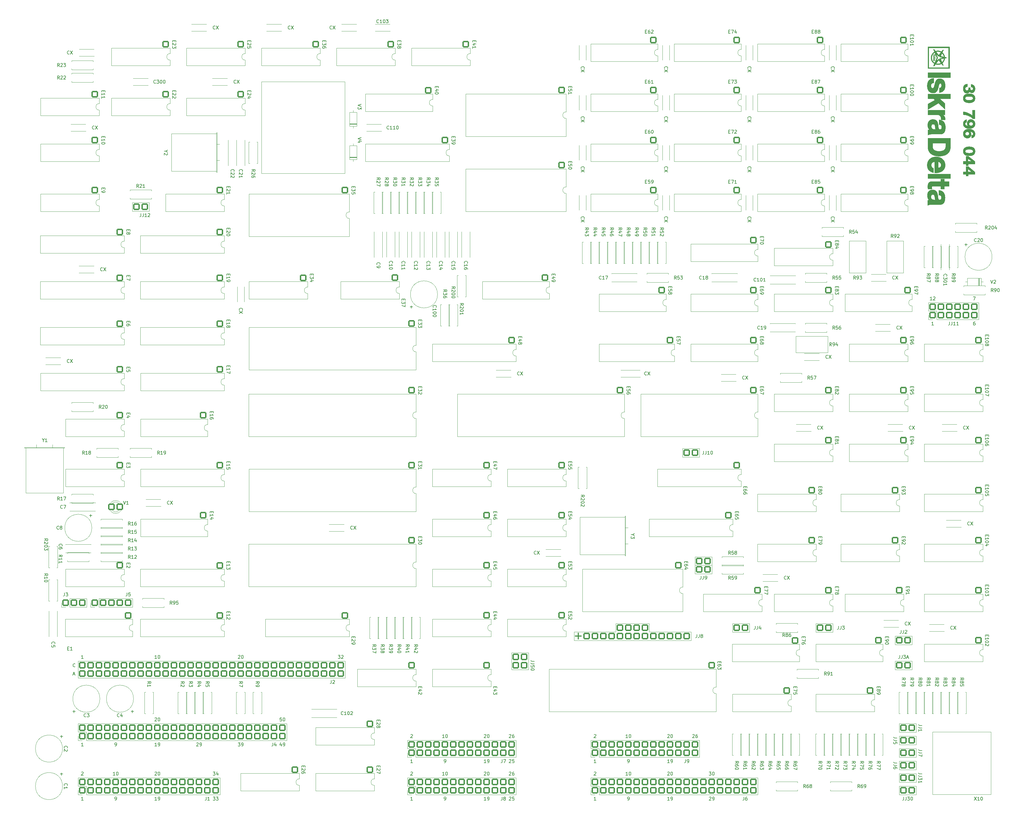
<source format=gbr>
G04 #@! TF.GenerationSoftware,KiCad,Pcbnew,7.0.5*
G04 #@! TF.CreationDate,2023-08-01T18:07:23+02:00*
G04 #@! TF.ProjectId,idp-valid,6964702d-7661-46c6-9964-2e6b69636164,1*
G04 #@! TF.SameCoordinates,Original*
G04 #@! TF.FileFunction,Legend,Top*
G04 #@! TF.FilePolarity,Positive*
%FSLAX46Y46*%
G04 Gerber Fmt 4.6, Leading zero omitted, Abs format (unit mm)*
G04 Created by KiCad (PCBNEW 7.0.5) date 2023-08-01 18:07:23*
%MOMM*%
%LPD*%
G01*
G04 APERTURE LIST*
G04 Aperture macros list*
%AMRoundRect*
0 Rectangle with rounded corners*
0 $1 Rounding radius*
0 $2 $3 $4 $5 $6 $7 $8 $9 X,Y pos of 4 corners*
0 Add a 4 corners polygon primitive as box body*
4,1,4,$2,$3,$4,$5,$6,$7,$8,$9,$2,$3,0*
0 Add four circle primitives for the rounded corners*
1,1,$1+$1,$2,$3*
1,1,$1+$1,$4,$5*
1,1,$1+$1,$6,$7*
1,1,$1+$1,$8,$9*
0 Add four rect primitives between the rounded corners*
20,1,$1+$1,$2,$3,$4,$5,0*
20,1,$1+$1,$4,$5,$6,$7,0*
20,1,$1+$1,$6,$7,$8,$9,0*
20,1,$1+$1,$8,$9,$2,$3,0*%
G04 Aperture macros list end*
%ADD10C,0.000000*%
%ADD11C,0.120000*%
%ADD12C,0.150000*%
%ADD13C,2.000000*%
%ADD14RoundRect,0.200000X-0.800000X0.800000X-0.800000X-0.800000X0.800000X-0.800000X0.800000X0.800000X0*%
%ADD15RoundRect,0.200000X0.800000X-0.800000X0.800000X0.800000X-0.800000X0.800000X-0.800000X-0.800000X0*%
%ADD16C,3.200000*%
%ADD17RoundRect,0.200000X-0.800000X-0.800000X0.800000X-0.800000X0.800000X0.800000X-0.800000X0.800000X0*%
%ADD18RoundRect,0.800000X0.200000X-0.200000X0.200000X0.200000X-0.200000X0.200000X-0.200000X-0.200000X0*%
G04 APERTURE END LIST*
D10*
G36*
X350735597Y-84942358D02*
G01*
X350021856Y-84942358D01*
X349991531Y-84905833D01*
X349960442Y-84869884D01*
X349928590Y-84834510D01*
X349895973Y-84799712D01*
X349862593Y-84765489D01*
X349828448Y-84731841D01*
X349793540Y-84698768D01*
X349757868Y-84666271D01*
X349721433Y-84634349D01*
X349684233Y-84603002D01*
X349646270Y-84572231D01*
X349607542Y-84542035D01*
X349568051Y-84512413D01*
X349527796Y-84483368D01*
X349486778Y-84454897D01*
X349444995Y-84427001D01*
X349359902Y-84372853D01*
X349273281Y-84320842D01*
X349185132Y-84270966D01*
X349095456Y-84223227D01*
X349004252Y-84177625D01*
X348911520Y-84134158D01*
X348817261Y-84092828D01*
X348721474Y-84053634D01*
X348624542Y-84016577D01*
X348526845Y-83981656D01*
X348428385Y-83948871D01*
X348329161Y-83918223D01*
X348229172Y-83889711D01*
X348128420Y-83863335D01*
X348026904Y-83839096D01*
X347924624Y-83816993D01*
X347823719Y-83798422D01*
X347723883Y-83782152D01*
X347625117Y-83768184D01*
X347527421Y-83756517D01*
X347430793Y-83747151D01*
X347335235Y-83740086D01*
X347240747Y-83735322D01*
X347147328Y-83732859D01*
X347147328Y-82754725D01*
X347346159Y-82775349D01*
X347541781Y-82803040D01*
X347734195Y-82837797D01*
X347923401Y-82879620D01*
X348109399Y-82928509D01*
X348292189Y-82984465D01*
X348471770Y-83047486D01*
X348560358Y-83081647D01*
X348648144Y-83117574D01*
X348735051Y-83155784D01*
X348821003Y-83195473D01*
X348906001Y-83236640D01*
X348990044Y-83279287D01*
X349073131Y-83323411D01*
X349155265Y-83369015D01*
X349236443Y-83416097D01*
X349316667Y-83464658D01*
X349395935Y-83514697D01*
X349474249Y-83566216D01*
X349551608Y-83619213D01*
X349628013Y-83673689D01*
X349703462Y-83729643D01*
X349777957Y-83787077D01*
X349851497Y-83845989D01*
X349924082Y-83906380D01*
X349924082Y-82249898D01*
X350735597Y-82249898D01*
X350735597Y-84942358D01*
G37*
G36*
X341595185Y-83785455D02*
G01*
X341128392Y-83785455D01*
X341181598Y-83824752D01*
X341233730Y-83868078D01*
X341284493Y-83915625D01*
X341333588Y-83967589D01*
X341380720Y-84024163D01*
X341425592Y-84085541D01*
X341467906Y-84151917D01*
X341507368Y-84223485D01*
X341543679Y-84300440D01*
X341576544Y-84382975D01*
X341605665Y-84471284D01*
X341630746Y-84565561D01*
X341651490Y-84666000D01*
X341667601Y-84772796D01*
X341678782Y-84886142D01*
X341684736Y-85006232D01*
X341685296Y-85048922D01*
X341684762Y-85087883D01*
X341683331Y-85123861D01*
X341681203Y-85157600D01*
X341678574Y-85189848D01*
X341675645Y-85221348D01*
X341669676Y-85285092D01*
X340321998Y-85285092D01*
X340329778Y-85230751D01*
X340336233Y-85180518D01*
X340341454Y-85133273D01*
X340345527Y-85087896D01*
X340348542Y-85043265D01*
X340350586Y-84998261D01*
X340351747Y-84951763D01*
X340352115Y-84902651D01*
X340351107Y-84853881D01*
X340348104Y-84804758D01*
X340343133Y-84755408D01*
X340336223Y-84705955D01*
X340327404Y-84656523D01*
X340316703Y-84607238D01*
X340304150Y-84558223D01*
X340289773Y-84509604D01*
X340273600Y-84461505D01*
X340255661Y-84414050D01*
X340235983Y-84367365D01*
X340214597Y-84321575D01*
X340191529Y-84276802D01*
X340166810Y-84233173D01*
X340140467Y-84190812D01*
X340112529Y-84149844D01*
X340083025Y-84110393D01*
X340051984Y-84072584D01*
X340019434Y-84036541D01*
X339985405Y-84002390D01*
X339949923Y-83970254D01*
X339913019Y-83940259D01*
X339874721Y-83912529D01*
X339835057Y-83887189D01*
X339794056Y-83864363D01*
X339751748Y-83844176D01*
X339708160Y-83826753D01*
X339663321Y-83812218D01*
X339617259Y-83800697D01*
X339570005Y-83792312D01*
X339521585Y-83787190D01*
X339472030Y-83785455D01*
X336347653Y-83785455D01*
X336347653Y-82271622D01*
X341595185Y-82271622D01*
X341595185Y-83785455D01*
G37*
G36*
X341759560Y-90784821D02*
G01*
X343291234Y-90784821D01*
X343291234Y-93509699D01*
X343290218Y-93598061D01*
X343287172Y-93684981D01*
X343282096Y-93770461D01*
X343274989Y-93854499D01*
X343265851Y-93937097D01*
X343254682Y-94018253D01*
X343241483Y-94097969D01*
X343226254Y-94176244D01*
X343208993Y-94253077D01*
X343189703Y-94328470D01*
X343168381Y-94402421D01*
X343145029Y-94474932D01*
X343119646Y-94546001D01*
X343092233Y-94615630D01*
X343062789Y-94683817D01*
X343031314Y-94750564D01*
X342998027Y-94816950D01*
X342963143Y-94881960D01*
X342926664Y-94945595D01*
X342888590Y-95007854D01*
X342848920Y-95068738D01*
X342807655Y-95128246D01*
X342764794Y-95186379D01*
X342720338Y-95243137D01*
X342674287Y-95298518D01*
X342626639Y-95352525D01*
X342577397Y-95405156D01*
X342526559Y-95456411D01*
X342474125Y-95506291D01*
X342420096Y-95554795D01*
X342364471Y-95601924D01*
X342307251Y-95647677D01*
X342249705Y-95692022D01*
X342190780Y-95734925D01*
X342130478Y-95776388D01*
X342068798Y-95816410D01*
X342005740Y-95854990D01*
X341941303Y-95892130D01*
X341875490Y-95927828D01*
X341808298Y-95962086D01*
X341739728Y-95994902D01*
X341669780Y-96026278D01*
X341598454Y-96056212D01*
X341525751Y-96084706D01*
X341451669Y-96111759D01*
X341376210Y-96137370D01*
X341299372Y-96161541D01*
X341221157Y-96184270D01*
X341061753Y-96227502D01*
X340899157Y-96264970D01*
X340733371Y-96296673D01*
X340564394Y-96322611D01*
X340392226Y-96342786D01*
X340216867Y-96357196D01*
X340038316Y-96365842D01*
X339856576Y-96368724D01*
X339672513Y-96365973D01*
X339491642Y-96357720D01*
X339313962Y-96343964D01*
X339139474Y-96324707D01*
X338968176Y-96299947D01*
X338800069Y-96269686D01*
X338635153Y-96233923D01*
X338473429Y-96192657D01*
X338394016Y-96169961D01*
X338315910Y-96145888D01*
X338239109Y-96120440D01*
X338163613Y-96093617D01*
X338089423Y-96065418D01*
X338016538Y-96035843D01*
X337944958Y-96004893D01*
X337874684Y-95972568D01*
X337805716Y-95938867D01*
X337738053Y-95903790D01*
X337671695Y-95867338D01*
X337606643Y-95829511D01*
X337542896Y-95790308D01*
X337480454Y-95749729D01*
X337419317Y-95707775D01*
X337359486Y-95664446D01*
X337301106Y-95619709D01*
X337244321Y-95573530D01*
X337189131Y-95525910D01*
X337135537Y-95476849D01*
X337083538Y-95426347D01*
X337033135Y-95374404D01*
X336984328Y-95321020D01*
X336937116Y-95266194D01*
X336891499Y-95209928D01*
X336847478Y-95152221D01*
X336805053Y-95093072D01*
X336764223Y-95032483D01*
X336724988Y-94970452D01*
X336687349Y-94906980D01*
X336651306Y-94842068D01*
X336616858Y-94775714D01*
X336584259Y-94707887D01*
X336553763Y-94638553D01*
X336525370Y-94567712D01*
X336499081Y-94495365D01*
X336474894Y-94421512D01*
X336452811Y-94346152D01*
X336432831Y-94269285D01*
X336414954Y-94190912D01*
X336399180Y-94111032D01*
X336385510Y-94029646D01*
X336373942Y-93946753D01*
X336364478Y-93862354D01*
X336357117Y-93776449D01*
X336351859Y-93689037D01*
X336348704Y-93600118D01*
X336347653Y-93509693D01*
X336347653Y-93417468D01*
X337879325Y-93417468D01*
X337879869Y-93461124D01*
X337881501Y-93504061D01*
X337884220Y-93546277D01*
X337888027Y-93587772D01*
X337892923Y-93628547D01*
X337898906Y-93668601D01*
X337905976Y-93707935D01*
X337914135Y-93746548D01*
X337923381Y-93784441D01*
X337933716Y-93821613D01*
X337945138Y-93858065D01*
X337957648Y-93893796D01*
X337971246Y-93928806D01*
X337985931Y-93963096D01*
X338001705Y-93996666D01*
X338018566Y-94029514D01*
X338037495Y-94061610D01*
X338057149Y-94092920D01*
X338077528Y-94123444D01*
X338098632Y-94153182D01*
X338120461Y-94182134D01*
X338143016Y-94210300D01*
X338166295Y-94237679D01*
X338190300Y-94264273D01*
X338215031Y-94290081D01*
X338240486Y-94315103D01*
X338266666Y-94339338D01*
X338293572Y-94362788D01*
X338321203Y-94385451D01*
X338349559Y-94407329D01*
X338378640Y-94428420D01*
X338408447Y-94448726D01*
X338440103Y-94469326D01*
X338472411Y-94489207D01*
X338505373Y-94508366D01*
X338538987Y-94526805D01*
X338573253Y-94544524D01*
X338608173Y-94561522D01*
X338643745Y-94577799D01*
X338679970Y-94593356D01*
X338716848Y-94608192D01*
X338754378Y-94622308D01*
X338792561Y-94635703D01*
X338831397Y-94648378D01*
X338870885Y-94660332D01*
X338911026Y-94671565D01*
X338951820Y-94682078D01*
X338993266Y-94691870D01*
X339077683Y-94711520D01*
X339163840Y-94728550D01*
X339251737Y-94742961D01*
X339341375Y-94754751D01*
X339432753Y-94763921D01*
X339525871Y-94770471D01*
X339620730Y-94774401D01*
X339717330Y-94775711D01*
X339836267Y-94774401D01*
X339951723Y-94770471D01*
X340063697Y-94763921D01*
X340172191Y-94754751D01*
X340277203Y-94742961D01*
X340378735Y-94728550D01*
X340476785Y-94711520D01*
X340571354Y-94691870D01*
X340618458Y-94681980D01*
X340664618Y-94671172D01*
X340709836Y-94659447D01*
X340754111Y-94646805D01*
X340797443Y-94633246D01*
X340839833Y-94618770D01*
X340881279Y-94603377D01*
X340921783Y-94587067D01*
X340961344Y-94569839D01*
X340999962Y-94551695D01*
X341037637Y-94532634D01*
X341074370Y-94512655D01*
X341110159Y-94491760D01*
X341145006Y-94469948D01*
X341178910Y-94447219D01*
X341211871Y-94423572D01*
X341245014Y-94400057D01*
X341277141Y-94375625D01*
X341308254Y-94350276D01*
X341338351Y-94324010D01*
X341367432Y-94296827D01*
X341395498Y-94268726D01*
X341422549Y-94239709D01*
X341448585Y-94209775D01*
X341473605Y-94178924D01*
X341497610Y-94147155D01*
X341520599Y-94114470D01*
X341542574Y-94080868D01*
X341563533Y-94046349D01*
X341583476Y-94010912D01*
X341602404Y-93974559D01*
X341620317Y-93937289D01*
X341637179Y-93898970D01*
X341652953Y-93859472D01*
X341667639Y-93818796D01*
X341681237Y-93776940D01*
X341693747Y-93733905D01*
X341705169Y-93689692D01*
X341715504Y-93644299D01*
X341724750Y-93597727D01*
X341732909Y-93549977D01*
X341739980Y-93501047D01*
X341745963Y-93450938D01*
X341750858Y-93399651D01*
X341754665Y-93347184D01*
X341757385Y-93293538D01*
X341759016Y-93238714D01*
X341759560Y-93182710D01*
X341759560Y-92377822D01*
X337879325Y-92377822D01*
X337879325Y-93417468D01*
X336347653Y-93417468D01*
X336347656Y-90784821D01*
X341759560Y-90784821D01*
G37*
G36*
X348672587Y-99470073D02*
G01*
X348682364Y-99470073D01*
X350735598Y-101116048D01*
X350735598Y-101910108D01*
X348677476Y-101910108D01*
X348677476Y-102404428D01*
X347944178Y-102404428D01*
X347944178Y-101915372D01*
X347147328Y-101915372D01*
X347147328Y-101031903D01*
X347939290Y-101031903D01*
X347939290Y-100321977D01*
X348672587Y-100321977D01*
X348672587Y-101026649D01*
X349557432Y-101026649D01*
X348672587Y-100321977D01*
X347939290Y-100321977D01*
X347939290Y-99470073D01*
X348672587Y-99470073D01*
G37*
G36*
X349034578Y-77236641D02*
G01*
X349113483Y-77239353D01*
X349192848Y-77243872D01*
X349272670Y-77250199D01*
X349352951Y-77258334D01*
X349433690Y-77268277D01*
X349514888Y-77280028D01*
X349596544Y-77293588D01*
X349637830Y-77301846D01*
X349678581Y-77310844D01*
X349718798Y-77320581D01*
X349758480Y-77331058D01*
X349797627Y-77342274D01*
X349836240Y-77354229D01*
X349874318Y-77366924D01*
X349911862Y-77380358D01*
X349948870Y-77394532D01*
X349985344Y-77409445D01*
X350021284Y-77425098D01*
X350056688Y-77441490D01*
X350091558Y-77458621D01*
X350125893Y-77476492D01*
X350159694Y-77495103D01*
X350192959Y-77514452D01*
X350226187Y-77534644D01*
X350258650Y-77555781D01*
X350290350Y-77577863D01*
X350321286Y-77600890D01*
X350351458Y-77624862D01*
X350380867Y-77649780D01*
X350409511Y-77675642D01*
X350437392Y-77702449D01*
X350464509Y-77730201D01*
X350490862Y-77758899D01*
X350516451Y-77788541D01*
X350541276Y-77819128D01*
X350565337Y-77850661D01*
X350588635Y-77883138D01*
X350611169Y-77916561D01*
X350632939Y-77950928D01*
X350653658Y-77986403D01*
X350673041Y-78023151D01*
X350691087Y-78061173D01*
X350707797Y-78100469D01*
X350723169Y-78141038D01*
X350737205Y-78182881D01*
X350749904Y-78225997D01*
X350761266Y-78270388D01*
X350771292Y-78316052D01*
X350779981Y-78362989D01*
X350787333Y-78411200D01*
X350793348Y-78460685D01*
X350798027Y-78511443D01*
X350801368Y-78563475D01*
X350803374Y-78616781D01*
X350804042Y-78671360D01*
X350803374Y-78725942D01*
X350801368Y-78779249D01*
X350798027Y-78831283D01*
X350793348Y-78882042D01*
X350787333Y-78931528D01*
X350779981Y-78979740D01*
X350771292Y-79026679D01*
X350761266Y-79072343D01*
X350749904Y-79116734D01*
X350737205Y-79159851D01*
X350723169Y-79201694D01*
X350707797Y-79242263D01*
X350691087Y-79281559D01*
X350673041Y-79319581D01*
X350653658Y-79356329D01*
X350632939Y-79391804D01*
X350611761Y-79426808D01*
X350589781Y-79460825D01*
X350566999Y-79493857D01*
X350543415Y-79525902D01*
X350519029Y-79556962D01*
X350493841Y-79587035D01*
X350467851Y-79616122D01*
X350441058Y-79644223D01*
X350413464Y-79671338D01*
X350385068Y-79697467D01*
X350355870Y-79722610D01*
X350325870Y-79746767D01*
X350295068Y-79769937D01*
X350263463Y-79792122D01*
X350231057Y-79813321D01*
X350197849Y-79833533D01*
X350164583Y-79853499D01*
X350130783Y-79872643D01*
X350096447Y-79890965D01*
X350061578Y-79908466D01*
X350026173Y-79925146D01*
X349990234Y-79941004D01*
X349953760Y-79956041D01*
X349916751Y-79970257D01*
X349879208Y-79983650D01*
X349841130Y-79996223D01*
X349802517Y-80007973D01*
X349763369Y-80018903D01*
X349723687Y-80029010D01*
X349683471Y-80038296D01*
X349642719Y-80046761D01*
X349601433Y-80054403D01*
X349519700Y-80069191D01*
X349438273Y-80082007D01*
X349357152Y-80092852D01*
X349276336Y-80101725D01*
X349195826Y-80108627D01*
X349115622Y-80113557D01*
X349035723Y-80116515D01*
X348956130Y-80117501D01*
X348903348Y-80117090D01*
X348850107Y-80115857D01*
X348796409Y-80113803D01*
X348742252Y-80110927D01*
X348687636Y-80107230D01*
X348632562Y-80102711D01*
X348577030Y-80097372D01*
X348521040Y-80091211D01*
X348466195Y-80085296D01*
X348411656Y-80078067D01*
X348357422Y-80069523D01*
X348303495Y-80059664D01*
X348249872Y-80048490D01*
X348196555Y-80036001D01*
X348143544Y-80022197D01*
X348090839Y-80007077D01*
X348038668Y-79990643D01*
X347987260Y-79972894D01*
X347936617Y-79953831D01*
X347886737Y-79933453D01*
X347837621Y-79911761D01*
X347789269Y-79888754D01*
X347741681Y-79864433D01*
X347694857Y-79838798D01*
X347672419Y-79825426D01*
X347650325Y-79811601D01*
X347628574Y-79797325D01*
X347607167Y-79782597D01*
X347586104Y-79767417D01*
X347565384Y-79751784D01*
X347545009Y-79735700D01*
X347524977Y-79719164D01*
X347505288Y-79702175D01*
X347485944Y-79684735D01*
X347466943Y-79666843D01*
X347448286Y-79648499D01*
X347429973Y-79629702D01*
X347412003Y-79610454D01*
X347394377Y-79590754D01*
X347377095Y-79570602D01*
X347360214Y-79550613D01*
X347343791Y-79530091D01*
X347327827Y-79509035D01*
X347312320Y-79487445D01*
X347297273Y-79465321D01*
X347282683Y-79442663D01*
X347268552Y-79419471D01*
X347254879Y-79395745D01*
X347241664Y-79371486D01*
X347228908Y-79346692D01*
X347216610Y-79321365D01*
X347204770Y-79295503D01*
X347193389Y-79269108D01*
X347182465Y-79242178D01*
X347172001Y-79214714D01*
X347161994Y-79186717D01*
X347151930Y-79158821D01*
X347142516Y-79130350D01*
X347133751Y-79101303D01*
X347125635Y-79071682D01*
X347118168Y-79041485D01*
X347111351Y-79010712D01*
X347105183Y-78979365D01*
X347099664Y-78947442D01*
X347090574Y-78881872D01*
X347084081Y-78814001D01*
X347080186Y-78743831D01*
X347078887Y-78671360D01*
X347078889Y-78671372D01*
X347078889Y-78671360D01*
X347812184Y-78671360D01*
X347812681Y-78697244D01*
X347814170Y-78722306D01*
X347816653Y-78746546D01*
X347820128Y-78769964D01*
X347824597Y-78792560D01*
X347830058Y-78814335D01*
X347836513Y-78835288D01*
X347843961Y-78855418D01*
X347852401Y-78874728D01*
X347861835Y-78893215D01*
X347872261Y-78910880D01*
X347883681Y-78927724D01*
X347896094Y-78943746D01*
X347909499Y-78958947D01*
X347923898Y-78973326D01*
X347939290Y-78986883D01*
X347955388Y-79000421D01*
X347971906Y-79013425D01*
X347988845Y-79025895D01*
X348006203Y-79037830D01*
X348023982Y-79049232D01*
X348042181Y-79060099D01*
X348060800Y-79070433D01*
X348079839Y-79080232D01*
X348099298Y-79089496D01*
X348119177Y-79098227D01*
X348139476Y-79106423D01*
X348160196Y-79114085D01*
X348181336Y-79121213D01*
X348202895Y-79127807D01*
X348224875Y-79133866D01*
X348247275Y-79139391D01*
X348292724Y-79150484D01*
X348338632Y-79160097D01*
X348384998Y-79168232D01*
X348431822Y-79174887D01*
X348479105Y-79180063D01*
X348526845Y-79183759D01*
X348575044Y-79185977D01*
X348623701Y-79186717D01*
X348717808Y-79189008D01*
X348804582Y-79190647D01*
X348884023Y-79191630D01*
X348956130Y-79191958D01*
X349027932Y-79191630D01*
X349106456Y-79190647D01*
X349191702Y-79189008D01*
X349283670Y-79186717D01*
X349331104Y-79185977D01*
X349378081Y-79183759D01*
X349424599Y-79180063D01*
X349470660Y-79174887D01*
X349516262Y-79168232D01*
X349561405Y-79160097D01*
X349606091Y-79150484D01*
X349650319Y-79139391D01*
X349672107Y-79133228D01*
X349693476Y-79126572D01*
X349714424Y-79119423D01*
X349734953Y-79111781D01*
X349755061Y-79103646D01*
X349774749Y-79095018D01*
X349794017Y-79085897D01*
X349812865Y-79076283D01*
X349831293Y-79066176D01*
X349849301Y-79055577D01*
X349866889Y-79044484D01*
X349884056Y-79032899D01*
X349900804Y-79020821D01*
X349917131Y-79008250D01*
X349933039Y-78995186D01*
X349948526Y-78981629D01*
X349963325Y-78968093D01*
X349977170Y-78953775D01*
X349990060Y-78938677D01*
X350001995Y-78922798D01*
X350012976Y-78906138D01*
X350023001Y-78888697D01*
X350032072Y-78870476D01*
X350040188Y-78851474D01*
X350047349Y-78831692D01*
X350053555Y-78811129D01*
X350058807Y-78789785D01*
X350063103Y-78767661D01*
X350066445Y-78744756D01*
X350068832Y-78721071D01*
X350070264Y-78696606D01*
X350070742Y-78671360D01*
X350070740Y-78671349D01*
X350070244Y-78646103D01*
X350068754Y-78621638D01*
X350066272Y-78597954D01*
X350062796Y-78575050D01*
X350058328Y-78552927D01*
X350052866Y-78531584D01*
X350046412Y-78511022D01*
X350038964Y-78491241D01*
X350030523Y-78472240D01*
X350021090Y-78454020D01*
X350010663Y-78436580D01*
X349999244Y-78419921D01*
X349986831Y-78404043D01*
X349973425Y-78388945D01*
X349959027Y-78374628D01*
X349943635Y-78361091D01*
X349928148Y-78348171D01*
X349912240Y-78335703D01*
X349895913Y-78323686D01*
X349879166Y-78312122D01*
X349861998Y-78301009D01*
X349844410Y-78290349D01*
X349826402Y-78280140D01*
X349807975Y-78270383D01*
X349789127Y-78261078D01*
X349769858Y-78252225D01*
X349750170Y-78243824D01*
X349730062Y-78235875D01*
X349709534Y-78228377D01*
X349688585Y-78221331D01*
X349667217Y-78214737D01*
X349645428Y-78208595D01*
X349601201Y-78198658D01*
X349556515Y-78189869D01*
X349511372Y-78182229D01*
X349465770Y-78175737D01*
X349419709Y-78170394D01*
X349373191Y-78166199D01*
X349326214Y-78163154D01*
X349278779Y-78161257D01*
X348745916Y-78161257D01*
X348686641Y-78161916D01*
X348626144Y-78163891D01*
X348564425Y-78167182D01*
X348501484Y-78171787D01*
X348469707Y-78174664D01*
X348437931Y-78178034D01*
X348406155Y-78181896D01*
X348374378Y-78186251D01*
X348342602Y-78191098D01*
X348310826Y-78196438D01*
X348279050Y-78202270D01*
X348247274Y-78208595D01*
X348232092Y-78212006D01*
X348217101Y-78215663D01*
X348202302Y-78219566D01*
X348187693Y-78223716D01*
X348173275Y-78228112D01*
X348159049Y-78232754D01*
X348145013Y-78237643D01*
X348131168Y-78242779D01*
X348117514Y-78248161D01*
X348104052Y-78253789D01*
X348090780Y-78259665D01*
X348077699Y-78265786D01*
X348064809Y-78272155D01*
X348052110Y-78278770D01*
X348039602Y-78285632D01*
X348027285Y-78292740D01*
X348015789Y-78300093D01*
X348004522Y-78307693D01*
X347993484Y-78315539D01*
X347982676Y-78323632D01*
X347972096Y-78331971D01*
X347961746Y-78340557D01*
X347951625Y-78349390D01*
X347941733Y-78358469D01*
X347932071Y-78367795D01*
X347922637Y-78377367D01*
X347913433Y-78387186D01*
X347904458Y-78397252D01*
X347895712Y-78407565D01*
X347887195Y-78418124D01*
X347878907Y-78428930D01*
X347870848Y-78439983D01*
X347863744Y-78451979D01*
X347857099Y-78464303D01*
X347850912Y-78476956D01*
X347845183Y-78489937D01*
X347839912Y-78503248D01*
X347835100Y-78516887D01*
X347830746Y-78530855D01*
X347826850Y-78545152D01*
X347823413Y-78559778D01*
X347820434Y-78574732D01*
X347817913Y-78590015D01*
X347815851Y-78605627D01*
X347814247Y-78621567D01*
X347813101Y-78637836D01*
X347812413Y-78654434D01*
X347812184Y-78671360D01*
X347078889Y-78671360D01*
X347079213Y-78634849D01*
X347080187Y-78598902D01*
X347081810Y-78563530D01*
X347084083Y-78528733D01*
X347087005Y-78494511D01*
X347090576Y-78460864D01*
X347094796Y-78427792D01*
X347099665Y-78395296D01*
X347105184Y-78363374D01*
X347111352Y-78332028D01*
X347118170Y-78301256D01*
X347125636Y-78271060D01*
X347133752Y-78241439D01*
X347142517Y-78212393D01*
X347151932Y-78183923D01*
X347161996Y-78156027D01*
X347172002Y-78128645D01*
X347182467Y-78101715D01*
X347193390Y-78075237D01*
X347204771Y-78049211D01*
X347216611Y-78023636D01*
X347228909Y-77998514D01*
X347241666Y-77973844D01*
X347254880Y-77949625D01*
X347268553Y-77925858D01*
X347282684Y-77902543D01*
X347297274Y-77879680D01*
X347312322Y-77857269D01*
X347327828Y-77835310D01*
X347343793Y-77813802D01*
X347360215Y-77792746D01*
X347377097Y-77772142D01*
X347394971Y-77752626D01*
X347413150Y-77733521D01*
X347431635Y-77714827D01*
X347450426Y-77696544D01*
X347469522Y-77678672D01*
X347488924Y-77661212D01*
X347508632Y-77644162D01*
X347528645Y-77627523D01*
X347548963Y-77611295D01*
X347569587Y-77595478D01*
X347590516Y-77580072D01*
X347611751Y-77565077D01*
X347633292Y-77550492D01*
X347655138Y-77536319D01*
X347677290Y-77522557D01*
X347699747Y-77509205D01*
X347746571Y-77483569D01*
X347794158Y-77459248D01*
X347842510Y-77436242D01*
X347891626Y-77414550D01*
X347941505Y-77394172D01*
X347992149Y-77375109D01*
X348043556Y-77357360D01*
X348095727Y-77340925D01*
X348148433Y-77326957D01*
X348201444Y-77313974D01*
X348254761Y-77301977D01*
X348308383Y-77290967D01*
X348362311Y-77280942D01*
X348416545Y-77271904D01*
X348471084Y-77263852D01*
X348525928Y-77256786D01*
X348580773Y-77251854D01*
X348635312Y-77247580D01*
X348689546Y-77243962D01*
X348743474Y-77241002D01*
X348745916Y-77240897D01*
X348797096Y-77238699D01*
X348850413Y-77237054D01*
X348903424Y-77236067D01*
X348956130Y-77235738D01*
X349034578Y-77236641D01*
G37*
G36*
X338185663Y-74041716D02*
G01*
X338127609Y-74043731D01*
X338071803Y-74047552D01*
X338018246Y-74053180D01*
X337966936Y-74060614D01*
X337917875Y-74069854D01*
X337871062Y-74080901D01*
X337826497Y-74093755D01*
X337784180Y-74108414D01*
X337744111Y-74124881D01*
X337706291Y-74143153D01*
X337670718Y-74163232D01*
X337637394Y-74185117D01*
X337621575Y-74196737D01*
X337606318Y-74208809D01*
X337591624Y-74221332D01*
X337577491Y-74234307D01*
X337563920Y-74247734D01*
X337550911Y-74261612D01*
X337538465Y-74275941D01*
X337526580Y-74290722D01*
X337504098Y-74321119D01*
X337483067Y-74352279D01*
X337463486Y-74384204D01*
X337445355Y-74416892D01*
X337428675Y-74450345D01*
X337413445Y-74484563D01*
X337399666Y-74519544D01*
X337387337Y-74555290D01*
X337376459Y-74591800D01*
X337367031Y-74629075D01*
X337359054Y-74667113D01*
X337352527Y-74705916D01*
X337347450Y-74745483D01*
X337343824Y-74785815D01*
X337341648Y-74826911D01*
X337340923Y-74868771D01*
X337341394Y-74902953D01*
X337342809Y-74936580D01*
X337345166Y-74969651D01*
X337348465Y-75002166D01*
X337352708Y-75034125D01*
X337357893Y-75065528D01*
X337364021Y-75096376D01*
X337371092Y-75126668D01*
X337379106Y-75156404D01*
X337388062Y-75185584D01*
X337397961Y-75214208D01*
X337408803Y-75242277D01*
X337420588Y-75269790D01*
X337433315Y-75296747D01*
X337446985Y-75323149D01*
X337461598Y-75348994D01*
X337477190Y-75373763D01*
X337493798Y-75396933D01*
X337511421Y-75418506D01*
X337530059Y-75438480D01*
X337549713Y-75456857D01*
X337570382Y-75473636D01*
X337592066Y-75488817D01*
X337614766Y-75502399D01*
X337638480Y-75514384D01*
X337663210Y-75524771D01*
X337688956Y-75533560D01*
X337715716Y-75540751D01*
X337743492Y-75546344D01*
X337772284Y-75550339D01*
X337802090Y-75552736D01*
X337832912Y-75553535D01*
X337845604Y-75553222D01*
X337858150Y-75552284D01*
X337870552Y-75550721D01*
X337882808Y-75548533D01*
X337894920Y-75545719D01*
X337906886Y-75542280D01*
X337918707Y-75538215D01*
X337930383Y-75533525D01*
X337941915Y-75528210D01*
X337953301Y-75522270D01*
X337964542Y-75515705D01*
X337975638Y-75508514D01*
X337986589Y-75500698D01*
X337997395Y-75492256D01*
X338008056Y-75483190D01*
X338018572Y-75473498D01*
X338030103Y-75463006D01*
X338041489Y-75451542D01*
X338052730Y-75439106D01*
X338063826Y-75425696D01*
X338074777Y-75411314D01*
X338085582Y-75395960D01*
X338096243Y-75379633D01*
X338106759Y-75362333D01*
X338117129Y-75344061D01*
X338127355Y-75324816D01*
X338137435Y-75304598D01*
X338147371Y-75283408D01*
X338157161Y-75261245D01*
X338166807Y-75238109D01*
X338176307Y-75214000D01*
X338185663Y-75188919D01*
X338208290Y-75132504D01*
X338229756Y-75074422D01*
X338250063Y-75014672D01*
X338269209Y-74953254D01*
X338287195Y-74890168D01*
X338304020Y-74825416D01*
X338319685Y-74758996D01*
X338334190Y-74690908D01*
X338367260Y-74552509D01*
X338401491Y-74412999D01*
X338436881Y-74272377D01*
X338473432Y-74130645D01*
X338492433Y-74061863D01*
X338512304Y-73993358D01*
X338533045Y-73925132D01*
X338554657Y-73857184D01*
X338577139Y-73789514D01*
X338600491Y-73722121D01*
X338624713Y-73655006D01*
X338649805Y-73588170D01*
X338678378Y-73522305D01*
X338708403Y-73458108D01*
X338739878Y-73395579D01*
X338772803Y-73334717D01*
X338807179Y-73275523D01*
X338843005Y-73217996D01*
X338880282Y-73162136D01*
X338919009Y-73107944D01*
X338940185Y-73082689D01*
X338961942Y-73058059D01*
X338984278Y-73034055D01*
X339007196Y-73010676D01*
X339030693Y-72987923D01*
X339054770Y-72965794D01*
X339079428Y-72944291D01*
X339104666Y-72923413D01*
X339130484Y-72903161D01*
X339156882Y-72883533D01*
X339183861Y-72864531D01*
X339211419Y-72846155D01*
X339239558Y-72828403D01*
X339268277Y-72811277D01*
X339297576Y-72794777D01*
X339327455Y-72778901D01*
X339358096Y-72763825D01*
X339389680Y-72749721D01*
X339422206Y-72736590D01*
X339455675Y-72724431D01*
X339490087Y-72713245D01*
X339525442Y-72703032D01*
X339561739Y-72693792D01*
X339598979Y-72685524D01*
X339637162Y-72678229D01*
X339676288Y-72671906D01*
X339716357Y-72666556D01*
X339757368Y-72662179D01*
X339799322Y-72658775D01*
X339842219Y-72656343D01*
X339886059Y-72654884D01*
X339930842Y-72654398D01*
X339996257Y-72655162D01*
X340060222Y-72657455D01*
X340122736Y-72661276D01*
X340183800Y-72666626D01*
X340243414Y-72673504D01*
X340301577Y-72681910D01*
X340358289Y-72691846D01*
X340413551Y-72703309D01*
X340467363Y-72716302D01*
X340519724Y-72730822D01*
X340570634Y-72746871D01*
X340620095Y-72764449D01*
X340668104Y-72783555D01*
X340714664Y-72804190D01*
X340759773Y-72826353D01*
X340803431Y-72850045D01*
X340845784Y-72874953D01*
X340886977Y-72900763D01*
X340927009Y-72927477D01*
X340965881Y-72955094D01*
X341003593Y-72983614D01*
X341040144Y-73013038D01*
X341075535Y-73043364D01*
X341109765Y-73074594D01*
X341142835Y-73106727D01*
X341174745Y-73139764D01*
X341205494Y-73173703D01*
X341235083Y-73208546D01*
X341263512Y-73244292D01*
X341290780Y-73280941D01*
X341316888Y-73318494D01*
X341341836Y-73356949D01*
X341365732Y-73396134D01*
X341388686Y-73435875D01*
X341410696Y-73476172D01*
X341431764Y-73517025D01*
X341451889Y-73558433D01*
X341471071Y-73600397D01*
X341489310Y-73642917D01*
X341506607Y-73685993D01*
X341522961Y-73729625D01*
X341538372Y-73773812D01*
X341552840Y-73818555D01*
X341566366Y-73863854D01*
X341578949Y-73909709D01*
X341590589Y-73956119D01*
X341601286Y-74003085D01*
X341611040Y-74050607D01*
X341628444Y-74146069D01*
X341643528Y-74241252D01*
X341656292Y-74336158D01*
X341666735Y-74430785D01*
X341674857Y-74525135D01*
X341680659Y-74619207D01*
X341684140Y-74713001D01*
X341685301Y-74806517D01*
X341683995Y-74901978D01*
X341680079Y-74997161D01*
X341673552Y-75092067D01*
X341664414Y-75186694D01*
X341652666Y-75281044D01*
X341638306Y-75375116D01*
X341621336Y-75468909D01*
X341601755Y-75562425D01*
X341590805Y-75608836D01*
X341578838Y-75654691D01*
X341565857Y-75699990D01*
X341551860Y-75744733D01*
X341536848Y-75788920D01*
X341520820Y-75832552D01*
X341503777Y-75875628D01*
X341485719Y-75918148D01*
X341466645Y-75960112D01*
X341446557Y-76001520D01*
X341425452Y-76042372D01*
X341403333Y-76082669D01*
X341380198Y-76122410D01*
X341356048Y-76161595D01*
X341330883Y-76200224D01*
X341304702Y-76238297D01*
X341277398Y-76275711D01*
X341248860Y-76312360D01*
X341219090Y-76348245D01*
X341188087Y-76383365D01*
X341155850Y-76417722D01*
X341122381Y-76451314D01*
X341087679Y-76484142D01*
X341051745Y-76516206D01*
X341014577Y-76547505D01*
X340976176Y-76578040D01*
X340936543Y-76607811D01*
X340895677Y-76636818D01*
X340853577Y-76665060D01*
X340810245Y-76692539D01*
X340765681Y-76719253D01*
X340719883Y-76745203D01*
X340673831Y-76770145D01*
X340626184Y-76793836D01*
X340576941Y-76816277D01*
X340526103Y-76837468D01*
X340473669Y-76857407D01*
X340419640Y-76876097D01*
X340364015Y-76893535D01*
X340306795Y-76909724D01*
X340247979Y-76924661D01*
X340187568Y-76938348D01*
X340125561Y-76950784D01*
X340061959Y-76961970D01*
X339996762Y-76971906D01*
X339929969Y-76980590D01*
X339861580Y-76988024D01*
X339791596Y-76994208D01*
X339791596Y-75500173D01*
X339841564Y-75496178D01*
X339889356Y-75490863D01*
X339934972Y-75484228D01*
X339978413Y-75476273D01*
X340019678Y-75466998D01*
X340058768Y-75456403D01*
X340095682Y-75444487D01*
X340130420Y-75431252D01*
X340162982Y-75416697D01*
X340178448Y-75408924D01*
X340193369Y-75400821D01*
X340207747Y-75392389D01*
X340221580Y-75383626D01*
X340234870Y-75374533D01*
X340247616Y-75365110D01*
X340259818Y-75355358D01*
X340271476Y-75345275D01*
X340282590Y-75334862D01*
X340293160Y-75324119D01*
X340303186Y-75313046D01*
X340312668Y-75301643D01*
X340321607Y-75289910D01*
X340330001Y-75277847D01*
X340346863Y-75252940D01*
X340362636Y-75227130D01*
X340377322Y-75200416D01*
X340390920Y-75172799D01*
X340403430Y-75144279D01*
X340414853Y-75114855D01*
X340425187Y-75084528D01*
X340434434Y-75053298D01*
X340442593Y-75021165D01*
X340449664Y-74988129D01*
X340455647Y-74954189D01*
X340460543Y-74919347D01*
X340464350Y-74883601D01*
X340467070Y-74846952D01*
X340468702Y-74809399D01*
X340469245Y-74770944D01*
X340469100Y-74750657D01*
X340468665Y-74729814D01*
X340467939Y-74708415D01*
X340466924Y-74686460D01*
X340465618Y-74663949D01*
X340464022Y-74640883D01*
X340459961Y-74593083D01*
X340459816Y-74580890D01*
X340459381Y-74568766D01*
X340458656Y-74556712D01*
X340457640Y-74544727D01*
X340456335Y-74532812D01*
X340454739Y-74520966D01*
X340452854Y-74509190D01*
X340450678Y-74497483D01*
X340448212Y-74485845D01*
X340445456Y-74474277D01*
X340442410Y-74462779D01*
X340439074Y-74451350D01*
X340435448Y-74439990D01*
X340431532Y-74428700D01*
X340427325Y-74417480D01*
X340422828Y-74406328D01*
X340419202Y-74396393D01*
X340415286Y-74386597D01*
X340411080Y-74376940D01*
X340406583Y-74367422D01*
X340401797Y-74358042D01*
X340396720Y-74348802D01*
X340391354Y-74339701D01*
X340385697Y-74330738D01*
X340379750Y-74321915D01*
X340373513Y-74313230D01*
X340366986Y-74304684D01*
X340360169Y-74296278D01*
X340353062Y-74288010D01*
X340345665Y-74279881D01*
X340337977Y-74271891D01*
X340330000Y-74264040D01*
X340321696Y-74257579D01*
X340313030Y-74251534D01*
X340304001Y-74245907D01*
X340294609Y-74240696D01*
X340284855Y-74235902D01*
X340274738Y-74231525D01*
X340264259Y-74227565D01*
X340253416Y-74224022D01*
X340242212Y-74220895D01*
X340230644Y-74218186D01*
X340218714Y-74215893D01*
X340206422Y-74214017D01*
X340193767Y-74212558D01*
X340180749Y-74211516D01*
X340167369Y-74210891D01*
X340153626Y-74210682D01*
X340140934Y-74210995D01*
X340128388Y-74211933D01*
X340115986Y-74213496D01*
X340103730Y-74215685D01*
X340091619Y-74218498D01*
X340079652Y-74221938D01*
X340067831Y-74226002D01*
X340056155Y-74230692D01*
X340044624Y-74236007D01*
X340033238Y-74241947D01*
X340021997Y-74248513D01*
X340010901Y-74255703D01*
X339999950Y-74263520D01*
X339989144Y-74271961D01*
X339978483Y-74281028D01*
X339967967Y-74290720D01*
X339957560Y-74301176D01*
X339947226Y-74312536D01*
X339936964Y-74324798D01*
X339926775Y-74337964D01*
X339916658Y-74352033D01*
X339906613Y-74367006D01*
X339896642Y-74382881D01*
X339886742Y-74399660D01*
X339876915Y-74417342D01*
X339867161Y-74435927D01*
X339857479Y-74455415D01*
X339847870Y-74475806D01*
X339828869Y-74519299D01*
X339810158Y-74566405D01*
X339791883Y-74618235D01*
X339774188Y-74671454D01*
X339757072Y-74726063D01*
X339740537Y-74782062D01*
X339724582Y-74839450D01*
X339709207Y-74898228D01*
X339694412Y-74958395D01*
X339680197Y-75019952D01*
X339651769Y-75149456D01*
X339622181Y-75280073D01*
X339591431Y-75411802D01*
X339559521Y-75544642D01*
X339540520Y-75611479D01*
X339520649Y-75678593D01*
X339499908Y-75745986D01*
X339478296Y-75813656D01*
X339455814Y-75881604D01*
X339432462Y-75949831D01*
X339383147Y-76087117D01*
X339370093Y-76122446D01*
X339356459Y-76157289D01*
X339342245Y-76191645D01*
X339327450Y-76225515D01*
X339312076Y-76258899D01*
X339296121Y-76291796D01*
X339279586Y-76324207D01*
X339262471Y-76356132D01*
X339244775Y-76387570D01*
X339226500Y-76418522D01*
X339207644Y-76448988D01*
X339188208Y-76478967D01*
X339168192Y-76508460D01*
X339147596Y-76537467D01*
X339126419Y-76565987D01*
X339104663Y-76594021D01*
X339083377Y-76622576D01*
X339061294Y-76650436D01*
X339038413Y-76677602D01*
X339014734Y-76704072D01*
X338990258Y-76729848D01*
X338964983Y-76754930D01*
X338938912Y-76779316D01*
X338912042Y-76803008D01*
X338884375Y-76826005D01*
X338855910Y-76848307D01*
X338826647Y-76869914D01*
X338796587Y-76890827D01*
X338765729Y-76911045D01*
X338734073Y-76930568D01*
X338701619Y-76949396D01*
X338668368Y-76967530D01*
X338635334Y-76984760D01*
X338601213Y-77000878D01*
X338566003Y-77015885D01*
X338529706Y-77029780D01*
X338492321Y-77042564D01*
X338453848Y-77054236D01*
X338414287Y-77064797D01*
X338373638Y-77074246D01*
X338331902Y-77082583D01*
X338289077Y-77089809D01*
X338245165Y-77095923D01*
X338200165Y-77100925D01*
X338154077Y-77104816D01*
X338106901Y-77107595D01*
X338058638Y-77109262D01*
X338009286Y-77109818D01*
X337941550Y-77109019D01*
X337875264Y-77106622D01*
X337810429Y-77102627D01*
X337747044Y-77097034D01*
X337685110Y-77089844D01*
X337624626Y-77081055D01*
X337565593Y-77070668D01*
X337508010Y-77058683D01*
X337451877Y-77045101D01*
X337397195Y-77029920D01*
X337343964Y-77013141D01*
X337292183Y-76994765D01*
X337241853Y-76974790D01*
X337192973Y-76953218D01*
X337145543Y-76930047D01*
X337099564Y-76905279D01*
X337054891Y-76879260D01*
X337011377Y-76852337D01*
X336969025Y-76824512D01*
X336927832Y-76795783D01*
X336887800Y-76766151D01*
X336848928Y-76735616D01*
X336811216Y-76704178D01*
X336774665Y-76671836D01*
X336739274Y-76638592D01*
X336705043Y-76604444D01*
X336671973Y-76569393D01*
X336640063Y-76533438D01*
X336609313Y-76496581D01*
X336579724Y-76458820D01*
X336551295Y-76420156D01*
X336524027Y-76380588D01*
X336497810Y-76340257D01*
X336472537Y-76299301D01*
X336448206Y-76257719D01*
X336424818Y-76215512D01*
X336402372Y-76172679D01*
X336380869Y-76129221D01*
X336360309Y-76085138D01*
X336340692Y-76040430D01*
X336322017Y-75995096D01*
X336304286Y-75949137D01*
X336287496Y-75902553D01*
X336271650Y-75855343D01*
X336256746Y-75807508D01*
X336242785Y-75759048D01*
X336229767Y-75709963D01*
X336217692Y-75660252D01*
X336195935Y-75560205D01*
X336177080Y-75460158D01*
X336161125Y-75360111D01*
X336148072Y-75260064D01*
X336137919Y-75160018D01*
X336130668Y-75059971D01*
X336126317Y-74959924D01*
X336124866Y-74859877D01*
X336124869Y-74859877D01*
X336126465Y-74757747D01*
X336131251Y-74655894D01*
X336139228Y-74554318D01*
X336150397Y-74453021D01*
X336164756Y-74352002D01*
X336182306Y-74251260D01*
X336203048Y-74150796D01*
X336226981Y-74050610D01*
X336239128Y-74000865D01*
X336252363Y-73951675D01*
X336266687Y-73903041D01*
X336282097Y-73854962D01*
X336298596Y-73807440D01*
X336316183Y-73760473D01*
X336334857Y-73714063D01*
X336354619Y-73668208D01*
X336375469Y-73622909D01*
X336397407Y-73578166D01*
X336420433Y-73533978D01*
X336444546Y-73490347D01*
X336469748Y-73447271D01*
X336496037Y-73404751D01*
X336523414Y-73362787D01*
X336551879Y-73321379D01*
X336582629Y-73280701D01*
X336614539Y-73240925D01*
X336647609Y-73202053D01*
X336681840Y-73164084D01*
X336717230Y-73127018D01*
X336753782Y-73090855D01*
X336791493Y-73055595D01*
X336830365Y-73021239D01*
X336870397Y-72987786D01*
X336911590Y-72955236D01*
X336953943Y-72923589D01*
X336997456Y-72892845D01*
X337042130Y-72863005D01*
X337087963Y-72834068D01*
X337134958Y-72806033D01*
X337183112Y-72778903D01*
X337233806Y-72754030D01*
X337286095Y-72730546D01*
X337339980Y-72708452D01*
X337395460Y-72687748D01*
X337452535Y-72668433D01*
X337511206Y-72650508D01*
X337571472Y-72633973D01*
X337633333Y-72618826D01*
X337696790Y-72605070D01*
X337761843Y-72592703D01*
X337828491Y-72581726D01*
X337896734Y-72572138D01*
X337966573Y-72563940D01*
X338038008Y-72557132D01*
X338111037Y-72551713D01*
X338185663Y-72547684D01*
X338185663Y-74041716D01*
G37*
G36*
X343291229Y-103193483D02*
G01*
X336347653Y-103193483D01*
X336347653Y-101726239D01*
X343291229Y-101717858D01*
X343291229Y-103193483D01*
G37*
G36*
X343291234Y-78881789D02*
G01*
X340056989Y-78881789D01*
X341601753Y-80224093D01*
X341601753Y-82082671D01*
X339608817Y-80232700D01*
X336347653Y-82185925D01*
X336347653Y-80361766D01*
X338464551Y-79191551D01*
X338140343Y-78890393D01*
X336347653Y-78890393D01*
X336347653Y-77375997D01*
X343291234Y-77375997D01*
X343291234Y-78881789D01*
G37*
G36*
X341453221Y-104001627D02*
G01*
X342901348Y-104001627D01*
X342901348Y-105509555D01*
X341462505Y-105509555D01*
X341462505Y-106405688D01*
X340274301Y-106405688D01*
X340274301Y-105509555D01*
X338046416Y-105509555D01*
X338012475Y-105509689D01*
X337980275Y-105510094D01*
X337949816Y-105510768D01*
X337921097Y-105511712D01*
X337894119Y-105512925D01*
X337868881Y-105514408D01*
X337845383Y-105516160D01*
X337823626Y-105518183D01*
X337814452Y-105520404D01*
X337805496Y-105522760D01*
X337796758Y-105525250D01*
X337788237Y-105527876D01*
X337779933Y-105530636D01*
X337771847Y-105533531D01*
X337763978Y-105536560D01*
X337756327Y-105539724D01*
X337748894Y-105543023D01*
X337741678Y-105546456D01*
X337734680Y-105550024D01*
X337727899Y-105553726D01*
X337721335Y-105557563D01*
X337714990Y-105561535D01*
X337708862Y-105565640D01*
X337702951Y-105569881D01*
X337698418Y-105575367D01*
X337694103Y-105581056D01*
X337690005Y-105586947D01*
X337686125Y-105593039D01*
X337682463Y-105599333D01*
X337679018Y-105605829D01*
X337675791Y-105612527D01*
X337672781Y-105619427D01*
X337669989Y-105626529D01*
X337667414Y-105633833D01*
X337665057Y-105641339D01*
X337662918Y-105649047D01*
X337660996Y-105656957D01*
X337659292Y-105665069D01*
X337657805Y-105673383D01*
X337656535Y-105681899D01*
X337654359Y-105701961D01*
X337652474Y-105723368D01*
X337650878Y-105746122D01*
X337649573Y-105770222D01*
X337648557Y-105795668D01*
X337647832Y-105822459D01*
X337647397Y-105850597D01*
X337647252Y-105880080D01*
X337647397Y-105903911D01*
X337647832Y-105928012D01*
X337648557Y-105952382D01*
X337649573Y-105977021D01*
X337650878Y-106001929D01*
X337652474Y-106027107D01*
X337656535Y-106078267D01*
X337659437Y-106107889D01*
X337663498Y-106140741D01*
X337668719Y-106176823D01*
X337675101Y-106216137D01*
X337682644Y-106258681D01*
X337691346Y-106304456D01*
X337712234Y-106405700D01*
X336366219Y-106405700D01*
X336355197Y-106337979D01*
X336345334Y-106272681D01*
X336336631Y-106209807D01*
X336329089Y-106149355D01*
X336322707Y-106091327D01*
X336317485Y-106035722D01*
X336313424Y-105982541D01*
X336310523Y-105931784D01*
X336306171Y-105882506D01*
X336302399Y-105833767D01*
X336299208Y-105785567D01*
X336296596Y-105737906D01*
X336294565Y-105690784D01*
X336293115Y-105644200D01*
X336292244Y-105598155D01*
X336291954Y-105552648D01*
X336291954Y-105552647D01*
X336291954Y-105552646D01*
X336291954Y-105552644D01*
X336291954Y-105552643D01*
X336291953Y-105552643D01*
X336291953Y-105552642D01*
X336291953Y-105552641D01*
X336291952Y-105552640D01*
X336291952Y-105552638D01*
X336291952Y-105552637D01*
X336291951Y-105552636D01*
X336292821Y-105481547D01*
X336295432Y-105410459D01*
X336299784Y-105339371D01*
X336305875Y-105268283D01*
X336313708Y-105197195D01*
X336323281Y-105126108D01*
X336334594Y-105055020D01*
X336347647Y-104983932D01*
X336353811Y-104949668D01*
X336360701Y-104915808D01*
X336368316Y-104882351D01*
X336376656Y-104849298D01*
X336385721Y-104816649D01*
X336395512Y-104784404D01*
X336406028Y-104752563D01*
X336417268Y-104721125D01*
X336429235Y-104690091D01*
X336441926Y-104659462D01*
X336455343Y-104629236D01*
X336469485Y-104599414D01*
X336484352Y-104569995D01*
X336499944Y-104540981D01*
X336516261Y-104512371D01*
X336533304Y-104484165D01*
X336551145Y-104457540D01*
X336569855Y-104431522D01*
X336589436Y-104406109D01*
X336609888Y-104381302D01*
X336631209Y-104357102D01*
X336653401Y-104333507D01*
X336676464Y-104310518D01*
X336700396Y-104288135D01*
X336725199Y-104266358D01*
X336750872Y-104245186D01*
X336777415Y-104224621D01*
X336804828Y-104204661D01*
X336833112Y-104185307D01*
X336862266Y-104166559D01*
X336892290Y-104148417D01*
X336923185Y-104130880D01*
X336956255Y-104115229D01*
X336990485Y-104100587D01*
X337025876Y-104086954D01*
X337062428Y-104074332D01*
X337100140Y-104062719D01*
X337139012Y-104052116D01*
X337179044Y-104042523D01*
X337220237Y-104033940D01*
X337262590Y-104026367D01*
X337306104Y-104019803D01*
X337350778Y-104014249D01*
X337396612Y-104009705D01*
X337443607Y-104006171D01*
X337491762Y-104003646D01*
X337541078Y-104002132D01*
X337591553Y-104001627D01*
X340265016Y-104001627D01*
X340265016Y-103260590D01*
X341453221Y-103260590D01*
X341453221Y-104001627D01*
G37*
G36*
X342659871Y-62956283D02*
G01*
X342849761Y-62956284D01*
X342859537Y-62956527D01*
X342869186Y-62957258D01*
X342878694Y-62958462D01*
X342888050Y-62960130D01*
X342897242Y-62962247D01*
X342906258Y-62964804D01*
X342915087Y-62967787D01*
X342923716Y-62971185D01*
X342932133Y-62974985D01*
X342940326Y-62979177D01*
X342948284Y-62983748D01*
X342955995Y-62988686D01*
X342963446Y-62993979D01*
X342970626Y-62999615D01*
X342977522Y-63005582D01*
X342984123Y-63011869D01*
X342990417Y-63018464D01*
X342996392Y-63025354D01*
X343002036Y-63032527D01*
X343007337Y-63039973D01*
X343012283Y-63047678D01*
X343016862Y-63055631D01*
X343021062Y-63063819D01*
X343024872Y-63072232D01*
X343028278Y-63080857D01*
X343031271Y-63089682D01*
X343033836Y-63098695D01*
X343035963Y-63107885D01*
X343037640Y-63117239D01*
X343038854Y-63126745D01*
X343039594Y-63136392D01*
X343039848Y-63146168D01*
X343039849Y-69488147D01*
X343039619Y-69497575D01*
X343038925Y-69506938D01*
X343037775Y-69516222D01*
X343036175Y-69525411D01*
X343034130Y-69534489D01*
X343031649Y-69543441D01*
X343028736Y-69552251D01*
X343025399Y-69560903D01*
X343021644Y-69569382D01*
X343017477Y-69577673D01*
X343012905Y-69585759D01*
X343007935Y-69593626D01*
X343002572Y-69601257D01*
X342996824Y-69608637D01*
X342990696Y-69615751D01*
X342984196Y-69622582D01*
X342977365Y-69629083D01*
X342970251Y-69635211D01*
X342962871Y-69640959D01*
X342955240Y-69646322D01*
X342947374Y-69651292D01*
X342939287Y-69655864D01*
X342930997Y-69660030D01*
X342922517Y-69663785D01*
X342913865Y-69667122D01*
X342905055Y-69670034D01*
X342896103Y-69672516D01*
X342887025Y-69674560D01*
X342877836Y-69676160D01*
X342868553Y-69677311D01*
X342859189Y-69678004D01*
X342849762Y-69678234D01*
X336507781Y-69678234D01*
X336498005Y-69677981D01*
X336488358Y-69677241D01*
X336478851Y-69676027D01*
X336469497Y-69674350D01*
X336460307Y-69672223D01*
X336451293Y-69669657D01*
X336442468Y-69666665D01*
X336433843Y-69663259D01*
X336425430Y-69659449D01*
X336417240Y-69655249D01*
X336409287Y-69650670D01*
X336401582Y-69645724D01*
X336394136Y-69640423D01*
X336386962Y-69634779D01*
X336380072Y-69628804D01*
X336373477Y-69622510D01*
X336367190Y-69615909D01*
X336361222Y-69609013D01*
X336355586Y-69601833D01*
X336350293Y-69594382D01*
X336345355Y-69586671D01*
X336340784Y-69578713D01*
X336336592Y-69570520D01*
X336332792Y-69562102D01*
X336329394Y-69553473D01*
X336326411Y-69544645D01*
X336323854Y-69535628D01*
X336321737Y-69526436D01*
X336320070Y-69517080D01*
X336318865Y-69507572D01*
X336318135Y-69497924D01*
X336317891Y-69488147D01*
X336317891Y-69298258D01*
X336697870Y-69298258D01*
X342659871Y-69298258D01*
X342659871Y-63336255D01*
X336697870Y-63336255D01*
X336697870Y-69298258D01*
X336317891Y-69298258D01*
X336317891Y-63146173D01*
X336318145Y-63136404D01*
X336318884Y-63126764D01*
X336320096Y-63117263D01*
X336321770Y-63107915D01*
X336323895Y-63098731D01*
X336326457Y-63089722D01*
X336329445Y-63080902D01*
X336332847Y-63072281D01*
X336336652Y-63063872D01*
X336340847Y-63055687D01*
X336345420Y-63047737D01*
X336350360Y-63040034D01*
X336355654Y-63032591D01*
X336361291Y-63025419D01*
X336367259Y-63018531D01*
X336373545Y-63011937D01*
X336380139Y-63005650D01*
X336387028Y-62999682D01*
X336394200Y-62994045D01*
X336401643Y-62988750D01*
X336409345Y-62983810D01*
X336417295Y-62979237D01*
X336425480Y-62975042D01*
X336433889Y-62971237D01*
X336442510Y-62967834D01*
X336451330Y-62964846D01*
X336460338Y-62962283D01*
X336469523Y-62960159D01*
X336478871Y-62958484D01*
X336488371Y-62957271D01*
X336498012Y-62956532D01*
X336507781Y-62956278D01*
X342659871Y-62956283D01*
G37*
G36*
X343291231Y-72416830D02*
G01*
X336347653Y-72416830D01*
X336347653Y-70823824D01*
X343291231Y-70815438D01*
X343291231Y-72416830D01*
G37*
G36*
X338595494Y-65982058D02*
G01*
X338599662Y-65982377D01*
X338603769Y-65982900D01*
X338607811Y-65983623D01*
X338611781Y-65984540D01*
X338615676Y-65985647D01*
X338619489Y-65986938D01*
X338623216Y-65988409D01*
X338626851Y-65990053D01*
X338630390Y-65991866D01*
X338633826Y-65993842D01*
X338637156Y-65995977D01*
X338640374Y-65998266D01*
X338643474Y-66000703D01*
X338646452Y-66003282D01*
X338649303Y-66006000D01*
X338652020Y-66008850D01*
X338654600Y-66011828D01*
X338657037Y-66014929D01*
X338659325Y-66018146D01*
X338661460Y-66021476D01*
X338663437Y-66024913D01*
X338665250Y-66028451D01*
X338666894Y-66032087D01*
X338668365Y-66035813D01*
X338669656Y-66039627D01*
X338670763Y-66043521D01*
X338671681Y-66047491D01*
X338672404Y-66051533D01*
X338672927Y-66055640D01*
X338673245Y-66059808D01*
X338673354Y-66064031D01*
X338672961Y-66064449D01*
X338672851Y-66068672D01*
X338672531Y-66072839D01*
X338672006Y-66076946D01*
X338671282Y-66080988D01*
X338670363Y-66084958D01*
X338669254Y-66088852D01*
X338667962Y-66092665D01*
X338666490Y-66096391D01*
X338664845Y-66100026D01*
X338663031Y-66103564D01*
X338661053Y-66107000D01*
X338658917Y-66110329D01*
X338656627Y-66113546D01*
X338654190Y-66116645D01*
X338651610Y-66119622D01*
X338648892Y-66122472D01*
X338646041Y-66125188D01*
X338643063Y-66127767D01*
X338639962Y-66130203D01*
X338636745Y-66132490D01*
X338633416Y-66134624D01*
X338629979Y-66136599D01*
X338626441Y-66138411D01*
X338622807Y-66140054D01*
X338619081Y-66141523D01*
X338615270Y-66142813D01*
X338611377Y-66143918D01*
X338607408Y-66144834D01*
X338603369Y-66145556D01*
X338599264Y-66146077D01*
X338595099Y-66146394D01*
X338590878Y-66146501D01*
X338436532Y-66146501D01*
X338623477Y-66227011D01*
X338627179Y-66228720D01*
X338630776Y-66230602D01*
X338634262Y-66232652D01*
X338637634Y-66234865D01*
X338640886Y-66237235D01*
X338644012Y-66239757D01*
X338647008Y-66242426D01*
X338649869Y-66245236D01*
X338652589Y-66248182D01*
X338655163Y-66251259D01*
X338657587Y-66254463D01*
X338659855Y-66257786D01*
X338661962Y-66261225D01*
X338663903Y-66264774D01*
X338665673Y-66268427D01*
X338667266Y-66272180D01*
X338668674Y-66275987D01*
X338669887Y-66279843D01*
X338670906Y-66283739D01*
X338671730Y-66287669D01*
X338672359Y-66291626D01*
X338672794Y-66295601D01*
X338673035Y-66299588D01*
X338673082Y-66303580D01*
X338672935Y-66307569D01*
X338672594Y-66311549D01*
X338672059Y-66315512D01*
X338671330Y-66319451D01*
X338670408Y-66323358D01*
X338669292Y-66327226D01*
X338667982Y-66331049D01*
X338666479Y-66334819D01*
X338664712Y-66338656D01*
X338662774Y-66342358D01*
X338660672Y-66345925D01*
X338658413Y-66349352D01*
X338656002Y-66352637D01*
X338653448Y-66355777D01*
X338650757Y-66358770D01*
X338647935Y-66361613D01*
X338644989Y-66364304D01*
X338641927Y-66366839D01*
X338638755Y-66369216D01*
X338635479Y-66371432D01*
X338632106Y-66373484D01*
X338628644Y-66375371D01*
X338625099Y-66377088D01*
X338621477Y-66378634D01*
X338617786Y-66380006D01*
X338614032Y-66381201D01*
X338610222Y-66382216D01*
X338606363Y-66383048D01*
X338602461Y-66383696D01*
X338598524Y-66384156D01*
X338594557Y-66384425D01*
X338590569Y-66384501D01*
X338586565Y-66384381D01*
X338582552Y-66384063D01*
X338578537Y-66383543D01*
X338574528Y-66382820D01*
X338570530Y-66381889D01*
X338566550Y-66380750D01*
X338562596Y-66379398D01*
X338558673Y-66377831D01*
X338193424Y-66220540D01*
X338103093Y-66337376D01*
X338100517Y-66340535D01*
X338097800Y-66343550D01*
X338094948Y-66346416D01*
X338091968Y-66349130D01*
X338088865Y-66351688D01*
X338085646Y-66354088D01*
X338082318Y-66356325D01*
X338078886Y-66358395D01*
X338075357Y-66360296D01*
X338071738Y-66362023D01*
X338068035Y-66363574D01*
X338064253Y-66364943D01*
X338060401Y-66366128D01*
X338056482Y-66367126D01*
X338052505Y-66367932D01*
X338048476Y-66368542D01*
X338044421Y-66368953D01*
X338040368Y-66369161D01*
X338036325Y-66369169D01*
X338032298Y-66368978D01*
X338028295Y-66368592D01*
X338024322Y-66368010D01*
X338020387Y-66367237D01*
X338016496Y-66366272D01*
X338012658Y-66365119D01*
X338008877Y-66363780D01*
X338005163Y-66362256D01*
X338001521Y-66360548D01*
X337997960Y-66358660D01*
X337994485Y-66356593D01*
X337991104Y-66354349D01*
X337987823Y-66351930D01*
X337984666Y-66349354D01*
X337981652Y-66346636D01*
X337978787Y-66343783D01*
X337976074Y-66340802D01*
X337973516Y-66337698D01*
X337971117Y-66334479D01*
X337968880Y-66331150D01*
X337966810Y-66327718D01*
X337964910Y-66324189D01*
X337963183Y-66320569D01*
X337961634Y-66316865D01*
X337960265Y-66313083D01*
X337959080Y-66309230D01*
X337958084Y-66305311D01*
X337957279Y-66301334D01*
X337956669Y-66297304D01*
X337956260Y-66293249D01*
X337956053Y-66289196D01*
X337956045Y-66285153D01*
X337956237Y-66281127D01*
X337956624Y-66277124D01*
X337957206Y-66273151D01*
X337957980Y-66269217D01*
X337958945Y-66265327D01*
X337960099Y-66261489D01*
X337961439Y-66257709D01*
X337962964Y-66253996D01*
X337964672Y-66250355D01*
X337966561Y-66246793D01*
X337968628Y-66243319D01*
X337970873Y-66239939D01*
X337973293Y-66236659D01*
X338037702Y-66153592D01*
X338005694Y-66139844D01*
X338004651Y-66139297D01*
X338003616Y-66138735D01*
X338002589Y-66138156D01*
X338001570Y-66137560D01*
X338000378Y-66136937D01*
X337999196Y-66136295D01*
X337998025Y-66135635D01*
X337996865Y-66134955D01*
X337995716Y-66134256D01*
X337994579Y-66133538D01*
X337993454Y-66132801D01*
X337992340Y-66132046D01*
X337991265Y-66131291D01*
X337990202Y-66130520D01*
X337989151Y-66129733D01*
X337988113Y-66128929D01*
X337987088Y-66128109D01*
X337986077Y-66127272D01*
X337985078Y-66126420D01*
X337984094Y-66125551D01*
X337983080Y-66124625D01*
X337982081Y-66123682D01*
X337981099Y-66122722D01*
X337980132Y-66121746D01*
X337979183Y-66120753D01*
X337978249Y-66119745D01*
X337977333Y-66118722D01*
X337976434Y-66117683D01*
X337975569Y-66116722D01*
X337974720Y-66115747D01*
X337973886Y-66114759D01*
X337973068Y-66113758D01*
X337972265Y-66112745D01*
X337971479Y-66111718D01*
X337970708Y-66110680D01*
X337969954Y-66109629D01*
X337969222Y-66108466D01*
X337968509Y-66107292D01*
X337967815Y-66106106D01*
X337967142Y-66104909D01*
X337966489Y-66103702D01*
X337965856Y-66102483D01*
X337965244Y-66101254D01*
X337964652Y-66100016D01*
X337964095Y-66098841D01*
X337963556Y-66097659D01*
X337963037Y-66096468D01*
X337962536Y-66095270D01*
X337962055Y-66094063D01*
X337961592Y-66092850D01*
X337961149Y-66091629D01*
X337960725Y-66090402D01*
X337960304Y-66089098D01*
X337959906Y-66087788D01*
X337959529Y-66086471D01*
X337959174Y-66085148D01*
X337958842Y-66083819D01*
X337958532Y-66082485D01*
X337958244Y-66081146D01*
X337957978Y-66079803D01*
X337957733Y-66078511D01*
X337957509Y-66077217D01*
X337957305Y-66075919D01*
X337957123Y-66074618D01*
X337956961Y-66073315D01*
X337956821Y-66072010D01*
X337956701Y-66070703D01*
X337956602Y-66069395D01*
X337956477Y-66068172D01*
X337956370Y-66066947D01*
X337956281Y-66065721D01*
X337956211Y-66064495D01*
X337956370Y-66063065D01*
X337956554Y-66061638D01*
X337956764Y-66060212D01*
X337956998Y-66058789D01*
X337957067Y-66057433D01*
X337957158Y-66056078D01*
X337957272Y-66054725D01*
X337957408Y-66053374D01*
X337957566Y-66052026D01*
X337957747Y-66050680D01*
X337957950Y-66049338D01*
X337958175Y-66047999D01*
X337958470Y-66046701D01*
X337958787Y-66045408D01*
X337959124Y-66044121D01*
X337959482Y-66042840D01*
X337959861Y-66041564D01*
X337960260Y-66040295D01*
X337960680Y-66039032D01*
X337961121Y-66037776D01*
X337961474Y-66036340D01*
X337961853Y-66034911D01*
X337962258Y-66033490D01*
X337962689Y-66032076D01*
X337963305Y-66031028D01*
X337963935Y-66029988D01*
X337964581Y-66028956D01*
X337965243Y-66027931D01*
X337965864Y-66026738D01*
X337966504Y-66025555D01*
X337967163Y-66024384D01*
X337967841Y-66023224D01*
X337968538Y-66022075D01*
X337969254Y-66020938D01*
X337969989Y-66019813D01*
X337970742Y-66018700D01*
X337971491Y-66017599D01*
X337972259Y-66016511D01*
X337973043Y-66015437D01*
X337973845Y-66014375D01*
X337974664Y-66013326D01*
X337975500Y-66012291D01*
X337976352Y-66011270D01*
X337977221Y-66010263D01*
X337978101Y-66009281D01*
X337978996Y-66008312D01*
X337979907Y-66007358D01*
X337980833Y-66006419D01*
X337981774Y-66005495D01*
X337982729Y-66004586D01*
X337983699Y-66003694D01*
X337984684Y-66002818D01*
X337985716Y-66001944D01*
X337986762Y-66001087D01*
X337987823Y-66000248D01*
X337988897Y-65999426D01*
X337989984Y-65998621D01*
X337991085Y-65997834D01*
X337992198Y-65997065D01*
X337993325Y-65996312D01*
X337994418Y-65995614D01*
X337995522Y-65994934D01*
X337996636Y-65994271D01*
X337997760Y-65993626D01*
X337998895Y-65992999D01*
X338000039Y-65992390D01*
X338001193Y-65991800D01*
X338002357Y-65991227D01*
X338003624Y-65990608D01*
X338004902Y-65990011D01*
X338006189Y-65989435D01*
X338007487Y-65988882D01*
X338008793Y-65988350D01*
X338010108Y-65987840D01*
X338011432Y-65987352D01*
X338012765Y-65986884D01*
X338013973Y-65986485D01*
X338015187Y-65986105D01*
X338016407Y-65985744D01*
X338017632Y-65985402D01*
X338018863Y-65985080D01*
X338020098Y-65984777D01*
X338021338Y-65984493D01*
X338022583Y-65984229D01*
X338023945Y-65983957D01*
X338025312Y-65983709D01*
X338026682Y-65983484D01*
X338028056Y-65983282D01*
X338029433Y-65983104D01*
X338030813Y-65982949D01*
X338032195Y-65982817D01*
X338033580Y-65982710D01*
X338034753Y-65982493D01*
X338035930Y-65982295D01*
X338037110Y-65982114D01*
X338038292Y-65981950D01*
X338591271Y-65981950D01*
X338595494Y-65982058D01*
G37*
G36*
X338215629Y-63675945D02*
G01*
X338223258Y-63676328D01*
X338230854Y-63677050D01*
X338238404Y-63678107D01*
X338245897Y-63679498D01*
X338253321Y-63681220D01*
X338260664Y-63683270D01*
X338267914Y-63685647D01*
X338275060Y-63688346D01*
X338282090Y-63691368D01*
X338288991Y-63694707D01*
X338295753Y-63698363D01*
X338302363Y-63702333D01*
X338308809Y-63706614D01*
X338315080Y-63711204D01*
X338321164Y-63716100D01*
X338327049Y-63721300D01*
X338332723Y-63726801D01*
X338338175Y-63732602D01*
X338343392Y-63738699D01*
X338348363Y-63745090D01*
X338429071Y-63853197D01*
X338743459Y-64274310D01*
X338825052Y-64248582D01*
X338907973Y-64226011D01*
X338914695Y-64224468D01*
X338992156Y-64206681D01*
X339077538Y-64190675D01*
X339164055Y-64178080D01*
X339251642Y-64168978D01*
X339340236Y-64163456D01*
X339429773Y-64161596D01*
X339429774Y-64161596D01*
X339500823Y-64162755D01*
X339571303Y-64166207D01*
X339641178Y-64171915D01*
X339710412Y-64179843D01*
X339778971Y-64189954D01*
X339846818Y-64202211D01*
X339913918Y-64216578D01*
X339980237Y-64233018D01*
X340045738Y-64251493D01*
X340110387Y-64271969D01*
X340174148Y-64294406D01*
X340236985Y-64318770D01*
X340266705Y-64331379D01*
X340298863Y-64345023D01*
X340359747Y-64373128D01*
X340419602Y-64403050D01*
X340478392Y-64434750D01*
X340708145Y-64138441D01*
X340851888Y-63953059D01*
X340857030Y-63946714D01*
X340862417Y-63940674D01*
X340868034Y-63934941D01*
X340873872Y-63929517D01*
X340879917Y-63924404D01*
X340886156Y-63919605D01*
X340892579Y-63915121D01*
X340899173Y-63910955D01*
X340905926Y-63907109D01*
X340912825Y-63903585D01*
X340919858Y-63900385D01*
X340927014Y-63897513D01*
X340934280Y-63894969D01*
X340941643Y-63892756D01*
X340949093Y-63890877D01*
X340956616Y-63889333D01*
X340964201Y-63888127D01*
X340971835Y-63887260D01*
X340979506Y-63886736D01*
X340987202Y-63886556D01*
X340994911Y-63886723D01*
X341002621Y-63887239D01*
X341010319Y-63888105D01*
X341017994Y-63889325D01*
X341025632Y-63890900D01*
X341033223Y-63892833D01*
X341040754Y-63895126D01*
X341048213Y-63897781D01*
X341055587Y-63900800D01*
X341062865Y-63904185D01*
X341070034Y-63907939D01*
X341077082Y-63912064D01*
X341083928Y-63916517D01*
X341090496Y-63921243D01*
X341096784Y-63926233D01*
X341102787Y-63931472D01*
X341108503Y-63936951D01*
X341113927Y-63942656D01*
X341119056Y-63948576D01*
X341123888Y-63954699D01*
X341128417Y-63961014D01*
X341132641Y-63967508D01*
X341136557Y-63974170D01*
X341140160Y-63980987D01*
X341146416Y-63995041D01*
X341151383Y-64009575D01*
X341155031Y-64024495D01*
X341157334Y-64039705D01*
X341157972Y-64047389D01*
X341158263Y-64055111D01*
X341158204Y-64062857D01*
X341157792Y-64070617D01*
X341157022Y-64078379D01*
X341155891Y-64086130D01*
X341154396Y-64093858D01*
X341152534Y-64101553D01*
X341150300Y-64109201D01*
X341147692Y-64116792D01*
X341144706Y-64124313D01*
X341141338Y-64131752D01*
X340862885Y-64708884D01*
X340934228Y-64775439D01*
X341002509Y-64845111D01*
X341067614Y-64917786D01*
X341129429Y-64993352D01*
X341187839Y-65071694D01*
X341242730Y-65152699D01*
X341293987Y-65236255D01*
X341341498Y-65322246D01*
X341385146Y-65410560D01*
X341424819Y-65501083D01*
X341460401Y-65593702D01*
X341491779Y-65688304D01*
X341518838Y-65784774D01*
X341541465Y-65882999D01*
X341559544Y-65982866D01*
X341572961Y-66084261D01*
X341942137Y-66149069D01*
X341949723Y-66150598D01*
X341957173Y-66152449D01*
X341964478Y-66154615D01*
X341971633Y-66157087D01*
X341978631Y-66159857D01*
X341985464Y-66162917D01*
X341992127Y-66166259D01*
X341998611Y-66169875D01*
X342004911Y-66173756D01*
X342011020Y-66177894D01*
X342016930Y-66182282D01*
X342022635Y-66186911D01*
X342028127Y-66191773D01*
X342033401Y-66196859D01*
X342038450Y-66202163D01*
X342043266Y-66207674D01*
X342047842Y-66213386D01*
X342052173Y-66219290D01*
X342056250Y-66225378D01*
X342060068Y-66231641D01*
X342063619Y-66238072D01*
X342066896Y-66244663D01*
X342069894Y-66251405D01*
X342072604Y-66258290D01*
X342075020Y-66265311D01*
X342077136Y-66272458D01*
X342078944Y-66279723D01*
X342080437Y-66287099D01*
X342081610Y-66294578D01*
X342082454Y-66302151D01*
X342082963Y-66309809D01*
X342083131Y-66317543D01*
X342082963Y-66325277D01*
X342082454Y-66332937D01*
X342081610Y-66340510D01*
X342080438Y-66347989D01*
X342078945Y-66355366D01*
X342077137Y-66362632D01*
X342075022Y-66369780D01*
X342072606Y-66376800D01*
X342069895Y-66383686D01*
X342066898Y-66390428D01*
X342063621Y-66397020D01*
X342060070Y-66403451D01*
X342056252Y-66409715D01*
X342052175Y-66415804D01*
X342047844Y-66421708D01*
X342043268Y-66427420D01*
X342038452Y-66432932D01*
X342033404Y-66438236D01*
X342028129Y-66443323D01*
X342022637Y-66448185D01*
X342016932Y-66452814D01*
X342011022Y-66457202D01*
X342004913Y-66461341D01*
X341998613Y-66465222D01*
X341992128Y-66468838D01*
X341985466Y-66472180D01*
X341978632Y-66475241D01*
X341971634Y-66478011D01*
X341964479Y-66480483D01*
X341957173Y-66482649D01*
X341949723Y-66484500D01*
X341942137Y-66486028D01*
X341573157Y-66550634D01*
X341559746Y-66652036D01*
X341541669Y-66751906D01*
X341519040Y-66850131D01*
X341491974Y-66946597D01*
X341460585Y-67041192D01*
X341424989Y-67133802D01*
X341385300Y-67224314D01*
X341341634Y-67312614D01*
X341294104Y-67398589D01*
X341242827Y-67482127D01*
X341187916Y-67563113D01*
X341129487Y-67641435D01*
X341067655Y-67716979D01*
X341002534Y-67789633D01*
X340934239Y-67859282D01*
X340862885Y-67925814D01*
X341141338Y-68502558D01*
X341144878Y-68510022D01*
X341148029Y-68517575D01*
X341150795Y-68525205D01*
X341153178Y-68532900D01*
X341155183Y-68540648D01*
X341156812Y-68548436D01*
X341158070Y-68556251D01*
X341158960Y-68564083D01*
X341159484Y-68571918D01*
X341159648Y-68579743D01*
X341159453Y-68587548D01*
X341158904Y-68595319D01*
X341158004Y-68603045D01*
X341156756Y-68610712D01*
X341155164Y-68618309D01*
X341153232Y-68625824D01*
X341150962Y-68633243D01*
X341148359Y-68640556D01*
X341145425Y-68647749D01*
X341142164Y-68654810D01*
X341138580Y-68661728D01*
X341134677Y-68668489D01*
X341130456Y-68675081D01*
X341125923Y-68681493D01*
X341121080Y-68687711D01*
X341115931Y-68693725D01*
X341110480Y-68699520D01*
X341104729Y-68705085D01*
X341098683Y-68710409D01*
X341092344Y-68715477D01*
X341085716Y-68720279D01*
X341078803Y-68724802D01*
X341071683Y-68728991D01*
X341064439Y-68732800D01*
X341057084Y-68736232D01*
X341049631Y-68739289D01*
X341042091Y-68741973D01*
X341034479Y-68744287D01*
X341026806Y-68746234D01*
X341019084Y-68747814D01*
X341011327Y-68749032D01*
X341003547Y-68749889D01*
X340995756Y-68750388D01*
X340987966Y-68750531D01*
X340980192Y-68750319D01*
X340972444Y-68749757D01*
X340964736Y-68748846D01*
X340957079Y-68747588D01*
X340949488Y-68745985D01*
X340941973Y-68744041D01*
X340934549Y-68741757D01*
X340927226Y-68739136D01*
X340920018Y-68736180D01*
X340912937Y-68732892D01*
X340905996Y-68729273D01*
X340899208Y-68725327D01*
X340892584Y-68721055D01*
X340886138Y-68716460D01*
X340879882Y-68711544D01*
X340873828Y-68706310D01*
X340867989Y-68700760D01*
X340862378Y-68694896D01*
X340857007Y-68688721D01*
X340851888Y-68682237D01*
X340478195Y-68199948D01*
X340419415Y-68231617D01*
X340359570Y-68261510D01*
X340298696Y-68289590D01*
X340236828Y-68315821D01*
X340174001Y-68340166D01*
X340110252Y-68362588D01*
X340045615Y-68383050D01*
X339980125Y-68401514D01*
X339913819Y-68417945D01*
X339846731Y-68432305D01*
X339778896Y-68444556D01*
X339710352Y-68454663D01*
X339641132Y-68462589D01*
X339571272Y-68468295D01*
X339500807Y-68471746D01*
X339429773Y-68472905D01*
X339384907Y-68472439D01*
X339340267Y-68471049D01*
X339295862Y-68468746D01*
X339251700Y-68465539D01*
X339207789Y-68461438D01*
X339164137Y-68456456D01*
X339077644Y-68443884D01*
X338992284Y-68427908D01*
X338908122Y-68408610D01*
X338825225Y-68386073D01*
X338743655Y-68360382D01*
X338348363Y-68889208D01*
X338343381Y-68895518D01*
X338338157Y-68901536D01*
X338332704Y-68907260D01*
X338327034Y-68912689D01*
X338321156Y-68917819D01*
X338315085Y-68922648D01*
X338308829Y-68927174D01*
X338302403Y-68931395D01*
X338295816Y-68935308D01*
X338289081Y-68938910D01*
X338275212Y-68945175D01*
X338260888Y-68950169D01*
X338246203Y-68953874D01*
X338231248Y-68956272D01*
X338216116Y-68957341D01*
X338200901Y-68957065D01*
X338193290Y-68956416D01*
X338185694Y-68955423D01*
X338178123Y-68954084D01*
X338170589Y-68952396D01*
X338163103Y-68950358D01*
X338155677Y-68947966D01*
X338148324Y-68945219D01*
X338141053Y-68942113D01*
X338133877Y-68938647D01*
X338126808Y-68934818D01*
X338119924Y-68930665D01*
X338113299Y-68926237D01*
X338106937Y-68921544D01*
X338100841Y-68916598D01*
X338095015Y-68911409D01*
X338089463Y-68905990D01*
X338084189Y-68900351D01*
X338079197Y-68894504D01*
X338074490Y-68888459D01*
X338070072Y-68882228D01*
X338062120Y-68869253D01*
X338055371Y-68855667D01*
X338049856Y-68841561D01*
X338045605Y-68827024D01*
X338042648Y-68812146D01*
X338041017Y-68797015D01*
X338040708Y-68789384D01*
X338040741Y-68781723D01*
X338041122Y-68774043D01*
X338041852Y-68766357D01*
X338042937Y-68758675D01*
X338044380Y-68751009D01*
X338046184Y-68743369D01*
X338048354Y-68735766D01*
X338050894Y-68728213D01*
X338053807Y-68720720D01*
X338294948Y-68148894D01*
X338182633Y-68074084D01*
X338176688Y-68069567D01*
X338960841Y-68069567D01*
X339017275Y-68083614D01*
X339074383Y-68095913D01*
X339132140Y-68106424D01*
X339190522Y-68115109D01*
X339249502Y-68121931D01*
X339309054Y-68126850D01*
X339369154Y-68129830D01*
X339429774Y-68130832D01*
X339486213Y-68129970D01*
X339542210Y-68127402D01*
X339597743Y-68123155D01*
X339652787Y-68117253D01*
X339707318Y-68109724D01*
X339761313Y-68100594D01*
X339814748Y-68089889D01*
X339867599Y-68077636D01*
X339919841Y-68063859D01*
X339971452Y-68048587D01*
X340022406Y-68031844D01*
X340072681Y-68013658D01*
X340122253Y-67994053D01*
X340171097Y-67973058D01*
X340219190Y-67950697D01*
X340266508Y-67926997D01*
X339656189Y-67139165D01*
X338960841Y-68069567D01*
X338176688Y-68069567D01*
X338075386Y-67992594D01*
X337973509Y-67904722D01*
X337877302Y-67810766D01*
X337787065Y-67711026D01*
X337703099Y-67605800D01*
X337625704Y-67495387D01*
X337555180Y-67380085D01*
X337491828Y-67260194D01*
X337435949Y-67136012D01*
X337387842Y-67007838D01*
X337347808Y-66875970D01*
X337316148Y-66740708D01*
X337293161Y-66602350D01*
X337279149Y-66461194D01*
X337274412Y-66317546D01*
X337616686Y-66317546D01*
X337617626Y-66376689D01*
X337620428Y-66435349D01*
X337625063Y-66493499D01*
X337631503Y-66551110D01*
X337639719Y-66608153D01*
X337649683Y-66664602D01*
X337661366Y-66720426D01*
X337674741Y-66775599D01*
X337689778Y-66830092D01*
X337706450Y-66883876D01*
X337744583Y-66989207D01*
X337788914Y-67091366D01*
X337839213Y-67190127D01*
X337895256Y-67285264D01*
X337956814Y-67376551D01*
X338023660Y-67463762D01*
X338095568Y-67546672D01*
X338172309Y-67625055D01*
X338253658Y-67698684D01*
X338339386Y-67767334D01*
X338429267Y-67830779D01*
X338543213Y-67560687D01*
X338913909Y-67560687D01*
X339516570Y-66754004D01*
X339522775Y-66746163D01*
X339529386Y-66738742D01*
X339536381Y-66731752D01*
X339543738Y-66725204D01*
X339551435Y-66719109D01*
X339559450Y-66713479D01*
X339567762Y-66708324D01*
X339576348Y-66703655D01*
X339585186Y-66699485D01*
X339594255Y-66695823D01*
X339603533Y-66692681D01*
X339612997Y-66690070D01*
X339622627Y-66688002D01*
X339632399Y-66686487D01*
X339642292Y-66685536D01*
X339652285Y-66685161D01*
X339656189Y-66685242D01*
X339662282Y-66685369D01*
X339672190Y-66686155D01*
X339681986Y-66687506D01*
X339691649Y-66689413D01*
X339701156Y-66691865D01*
X339710485Y-66694851D01*
X339719613Y-66698361D01*
X339728520Y-66702383D01*
X339737183Y-66706906D01*
X339745580Y-66711921D01*
X339753688Y-66717416D01*
X339761486Y-66723381D01*
X339768952Y-66729804D01*
X339776062Y-66736676D01*
X339782797Y-66743984D01*
X339789132Y-66751720D01*
X340125907Y-67186677D01*
X339926206Y-66772536D01*
X340306372Y-66772536D01*
X340708341Y-67605346D01*
X340757048Y-67555127D01*
X340803788Y-67503054D01*
X340848503Y-67449186D01*
X340891137Y-67393582D01*
X340931633Y-67336303D01*
X340969931Y-67277405D01*
X341005977Y-67216950D01*
X341039711Y-67154996D01*
X341071076Y-67091602D01*
X341100016Y-67026827D01*
X341126472Y-66960731D01*
X341150387Y-66893372D01*
X341171705Y-66824810D01*
X341190367Y-66755104D01*
X341206316Y-66684313D01*
X341219494Y-66612496D01*
X340306372Y-66772536D01*
X339926206Y-66772536D01*
X339899689Y-66717545D01*
X339895607Y-66708398D01*
X339892087Y-66699087D01*
X339889128Y-66689634D01*
X339886731Y-66680066D01*
X339884895Y-66670406D01*
X339883620Y-66660679D01*
X339882905Y-66650910D01*
X339882750Y-66641123D01*
X339883155Y-66631344D01*
X339884119Y-66621596D01*
X339885643Y-66611905D01*
X339887725Y-66602295D01*
X339890366Y-66592790D01*
X339893566Y-66583416D01*
X339897323Y-66574197D01*
X339901637Y-66565158D01*
X339906473Y-66556387D01*
X339911779Y-66547964D01*
X339917536Y-66539904D01*
X339923724Y-66532222D01*
X339930324Y-66524933D01*
X339937315Y-66518051D01*
X339944678Y-66511591D01*
X339952393Y-66505567D01*
X339960439Y-66499994D01*
X339968797Y-66494886D01*
X339977447Y-66490259D01*
X339986370Y-66486127D01*
X339995544Y-66482504D01*
X340004952Y-66479405D01*
X340014571Y-66476845D01*
X340024384Y-66474838D01*
X340923171Y-66317546D01*
X340024384Y-66159483D01*
X340014571Y-66157475D01*
X340004952Y-66154914D01*
X339995544Y-66151815D01*
X339986370Y-66148191D01*
X339977447Y-66144058D01*
X339968797Y-66139430D01*
X339960439Y-66134323D01*
X339952393Y-66128749D01*
X339944678Y-66122725D01*
X339937315Y-66116264D01*
X339930324Y-66109382D01*
X339923724Y-66102093D01*
X339917536Y-66094411D01*
X339911779Y-66086351D01*
X339906473Y-66077928D01*
X339901637Y-66069157D01*
X339897323Y-66060118D01*
X339893566Y-66050899D01*
X339890366Y-66041525D01*
X339887725Y-66032021D01*
X339885643Y-66022410D01*
X339884119Y-66012719D01*
X339883155Y-66002972D01*
X339882750Y-65993192D01*
X339882905Y-65983406D01*
X339883620Y-65973636D01*
X339884895Y-65963910D01*
X339886731Y-65954250D01*
X339889128Y-65944681D01*
X339892087Y-65935229D01*
X339895607Y-65925917D01*
X339899689Y-65916771D01*
X339926158Y-65861971D01*
X340306372Y-65861971D01*
X341219494Y-66022208D01*
X341206301Y-65950393D01*
X341190338Y-65879605D01*
X341171660Y-65809903D01*
X341150328Y-65741346D01*
X341126396Y-65673992D01*
X341099925Y-65607901D01*
X341070970Y-65543131D01*
X341039590Y-65479740D01*
X341005842Y-65417789D01*
X340969784Y-65357336D01*
X340931473Y-65298438D01*
X340890967Y-65241156D01*
X340848324Y-65185549D01*
X340803601Y-65131674D01*
X340756855Y-65079591D01*
X340708145Y-65029358D01*
X340306372Y-65861971D01*
X339926158Y-65861971D01*
X340125907Y-65448427D01*
X339789132Y-65883384D01*
X339782775Y-65891104D01*
X339776020Y-65898395D01*
X339768890Y-65905248D01*
X339761407Y-65911652D01*
X339753592Y-65917596D01*
X339745468Y-65923070D01*
X339737058Y-65928062D01*
X339728382Y-65932562D01*
X339719464Y-65936559D01*
X339710325Y-65940044D01*
X339700987Y-65943004D01*
X339691473Y-65945430D01*
X339681805Y-65947310D01*
X339672005Y-65948634D01*
X339662094Y-65949392D01*
X339652096Y-65949572D01*
X339642104Y-65949169D01*
X339632213Y-65948190D01*
X339622445Y-65946647D01*
X339612821Y-65944552D01*
X339603363Y-65941915D01*
X339594094Y-65938747D01*
X339585035Y-65935060D01*
X339576208Y-65930864D01*
X339567635Y-65926172D01*
X339559337Y-65920994D01*
X339551338Y-65915341D01*
X339543657Y-65909224D01*
X339536319Y-65902655D01*
X339529343Y-65895645D01*
X339522753Y-65888205D01*
X339516570Y-65880346D01*
X338914695Y-65074440D01*
X339410530Y-66250697D01*
X339413681Y-66258727D01*
X339416413Y-66266869D01*
X339418724Y-66275106D01*
X339420615Y-66283423D01*
X339422086Y-66291804D01*
X339423136Y-66300232D01*
X339423767Y-66308693D01*
X339423977Y-66317169D01*
X339423767Y-66325645D01*
X339423136Y-66334106D01*
X339422086Y-66342534D01*
X339420615Y-66350915D01*
X339418724Y-66359232D01*
X339416413Y-66367469D01*
X339413681Y-66375611D01*
X339410530Y-66383641D01*
X338913909Y-67560687D01*
X338543213Y-67560687D01*
X339067666Y-66317546D01*
X338429071Y-64803924D01*
X338339205Y-64867413D01*
X338253493Y-64936105D01*
X338172160Y-65009776D01*
X338095435Y-65088198D01*
X338023544Y-65171146D01*
X337956714Y-65258393D01*
X337895172Y-65349713D01*
X337839144Y-65444880D01*
X337788859Y-65543667D01*
X337744542Y-65645849D01*
X337706420Y-65751198D01*
X337674721Y-65859489D01*
X337649671Y-65970496D01*
X337631497Y-66083992D01*
X337620427Y-66199751D01*
X337616686Y-66317546D01*
X337274412Y-66317546D01*
X337274412Y-66317540D01*
X337275602Y-66245420D01*
X337279149Y-66173885D01*
X337285015Y-66102974D01*
X337293161Y-66032724D01*
X337303552Y-65963173D01*
X337316148Y-65894357D01*
X337330912Y-65826314D01*
X337347808Y-65759082D01*
X337366797Y-65692698D01*
X337387842Y-65627198D01*
X337410905Y-65562621D01*
X337435949Y-65499005D01*
X337462936Y-65436385D01*
X337491828Y-65374800D01*
X337522589Y-65314287D01*
X337555180Y-65254884D01*
X337625704Y-65139554D01*
X337703099Y-65029111D01*
X337787065Y-64923853D01*
X337877302Y-64824078D01*
X337973509Y-64730087D01*
X338075386Y-64642177D01*
X338176987Y-64564940D01*
X338960449Y-64564940D01*
X339655404Y-65495933D01*
X340266702Y-64707705D01*
X340266704Y-64707707D01*
X340266705Y-64707701D01*
X340266702Y-64707705D01*
X340219376Y-64683976D01*
X340171273Y-64661588D01*
X340122418Y-64640568D01*
X340072837Y-64620942D01*
X340022551Y-64602737D01*
X339971586Y-64585978D01*
X339919964Y-64570692D01*
X339867711Y-64556904D01*
X339814849Y-64544641D01*
X339761402Y-64533929D01*
X339707394Y-64524793D01*
X339652849Y-64517260D01*
X339597791Y-64511355D01*
X339542243Y-64507106D01*
X339486230Y-64504537D01*
X339429774Y-64503675D01*
X339369102Y-64504673D01*
X339308951Y-64507645D01*
X339249347Y-64512555D01*
X339190317Y-64519367D01*
X339131885Y-64528047D01*
X339074080Y-64538560D01*
X339016925Y-64550869D01*
X338960449Y-64564940D01*
X338176987Y-64564940D01*
X338182633Y-64560648D01*
X338294948Y-64485798D01*
X338053807Y-63914355D01*
X338050789Y-63906843D01*
X338048148Y-63899266D01*
X338045881Y-63891636D01*
X338043985Y-63883964D01*
X338042456Y-63876261D01*
X338041289Y-63868540D01*
X338040481Y-63860811D01*
X338040028Y-63853086D01*
X338039926Y-63845377D01*
X338040171Y-63837695D01*
X338040761Y-63830050D01*
X338041690Y-63822456D01*
X338042955Y-63814923D01*
X338044552Y-63807462D01*
X338046478Y-63800085D01*
X338048728Y-63792804D01*
X338051298Y-63785630D01*
X338054186Y-63778574D01*
X338057387Y-63771648D01*
X338060897Y-63764864D01*
X338064712Y-63758232D01*
X338068830Y-63751764D01*
X338073245Y-63745472D01*
X338077954Y-63739367D01*
X338082953Y-63733460D01*
X338088238Y-63727764D01*
X338093806Y-63722288D01*
X338099653Y-63717046D01*
X338105775Y-63712048D01*
X338112168Y-63707305D01*
X338118828Y-63702830D01*
X338125751Y-63698633D01*
X338132863Y-63694765D01*
X338140083Y-63691264D01*
X338147400Y-63688128D01*
X338154800Y-63685355D01*
X338162274Y-63682943D01*
X338169808Y-63680889D01*
X338177391Y-63679191D01*
X338185011Y-63677845D01*
X338192657Y-63676850D01*
X338200317Y-63676204D01*
X338207978Y-63675903D01*
X338215629Y-63675945D01*
G37*
G36*
X338044134Y-66828784D02*
G01*
X338048149Y-66829176D01*
X338052152Y-66829768D01*
X338056135Y-66830559D01*
X338060091Y-66831551D01*
X338236037Y-66880286D01*
X338613072Y-66984720D01*
X338614381Y-66985210D01*
X338615681Y-66985721D01*
X338616972Y-66986253D01*
X338618254Y-66986807D01*
X338619526Y-66987383D01*
X338620788Y-66987980D01*
X338622040Y-66988598D01*
X338623282Y-66989237D01*
X338624386Y-66989658D01*
X338625483Y-66990094D01*
X338626574Y-66990546D01*
X338627658Y-66991013D01*
X338628735Y-66991496D01*
X338629804Y-66991995D01*
X338630867Y-66992510D01*
X338631922Y-66993041D01*
X338633288Y-66993909D01*
X338634636Y-66994804D01*
X338635966Y-66995725D01*
X338637278Y-66996673D01*
X338638570Y-66997646D01*
X338639843Y-66998645D01*
X338641097Y-66999669D01*
X338642330Y-67000718D01*
X338643194Y-67001345D01*
X338644050Y-67001984D01*
X338644898Y-67002633D01*
X338645737Y-67003293D01*
X338646568Y-67003963D01*
X338647389Y-67004645D01*
X338648202Y-67005338D01*
X338649006Y-67006041D01*
X338650131Y-67007290D01*
X338651229Y-67008561D01*
X338652302Y-67009855D01*
X338653347Y-67011171D01*
X338654365Y-67012508D01*
X338655356Y-67013865D01*
X338656319Y-67015243D01*
X338657254Y-67016640D01*
X338657901Y-67017397D01*
X338658538Y-67018161D01*
X338659166Y-67018933D01*
X338659784Y-67019713D01*
X338660393Y-67020501D01*
X338660993Y-67021296D01*
X338661582Y-67022099D01*
X338662162Y-67022908D01*
X338662942Y-67024454D01*
X338663689Y-67026015D01*
X338664403Y-67027591D01*
X338665083Y-67029182D01*
X338665730Y-67030787D01*
X338666342Y-67032406D01*
X338666921Y-67034038D01*
X338667465Y-67035682D01*
X338667840Y-67036504D01*
X338668207Y-67037330D01*
X338668564Y-67038160D01*
X338668912Y-67038994D01*
X338669251Y-67039831D01*
X338669581Y-67040671D01*
X338669901Y-67041515D01*
X338670212Y-67042362D01*
X338670409Y-67042744D01*
X338670736Y-67044300D01*
X338671033Y-67045861D01*
X338671300Y-67047427D01*
X338671536Y-67048998D01*
X338671742Y-67050573D01*
X338671917Y-67052152D01*
X338672061Y-67053735D01*
X338672175Y-67055321D01*
X338672373Y-67056392D01*
X338672556Y-67057466D01*
X338672725Y-67058542D01*
X338672879Y-67059620D01*
X338673019Y-67060700D01*
X338673145Y-67061781D01*
X338673257Y-67062865D01*
X338673354Y-67063949D01*
X338673357Y-67063926D01*
X338673357Y-67064305D01*
X338673357Y-67064680D01*
X338673356Y-67065068D01*
X338673245Y-67066480D01*
X338673109Y-67067890D01*
X338672949Y-67069296D01*
X338672765Y-67070699D01*
X338672557Y-67072098D01*
X338672325Y-67073492D01*
X338672068Y-67074881D01*
X338671788Y-67076265D01*
X338671673Y-67077427D01*
X338671542Y-67078588D01*
X338671395Y-67079747D01*
X338671231Y-67080903D01*
X338671051Y-67082058D01*
X338670854Y-67083210D01*
X338670641Y-67084360D01*
X338670412Y-67085507D01*
X338670412Y-67085887D01*
X338670411Y-67086267D01*
X338669698Y-67088647D01*
X338668914Y-67091004D01*
X338668060Y-67093334D01*
X338667136Y-67095638D01*
X338666142Y-67097912D01*
X338665080Y-67100155D01*
X338663950Y-67102366D01*
X338662753Y-67104543D01*
X338662557Y-67104926D01*
X338661218Y-67107156D01*
X338659811Y-67109341D01*
X338658336Y-67111479D01*
X338656795Y-67113569D01*
X338655189Y-67115609D01*
X338653518Y-67117598D01*
X338651784Y-67119534D01*
X338649989Y-67121416D01*
X338649695Y-67121608D01*
X338649400Y-67121799D01*
X338647567Y-67123611D01*
X338645681Y-67125364D01*
X338643741Y-67127057D01*
X338641749Y-67128687D01*
X338639708Y-67130255D01*
X338637618Y-67131758D01*
X338635481Y-67133196D01*
X338633298Y-67134567D01*
X338632512Y-67134950D01*
X338630272Y-67136212D01*
X338627995Y-67137403D01*
X338625683Y-67138522D01*
X338623338Y-67139568D01*
X338620962Y-67140540D01*
X338618555Y-67141437D01*
X338616121Y-67142258D01*
X338613660Y-67143004D01*
X338613072Y-67143201D01*
X338176146Y-67264160D01*
X338175951Y-67264160D01*
X338060093Y-67296352D01*
X338056141Y-67297347D01*
X338052163Y-67298141D01*
X338048164Y-67298736D01*
X338044154Y-67299132D01*
X338040138Y-67299331D01*
X338036124Y-67299333D01*
X338032119Y-67299139D01*
X338028131Y-67298751D01*
X338024167Y-67298168D01*
X338020233Y-67297392D01*
X338016338Y-67296424D01*
X338012488Y-67295265D01*
X338008691Y-67293916D01*
X338004954Y-67292377D01*
X338001284Y-67290649D01*
X337997688Y-67288733D01*
X337994191Y-67286642D01*
X337990817Y-67284390D01*
X337987570Y-67281983D01*
X337984454Y-67279426D01*
X337981475Y-67276726D01*
X337978636Y-67273889D01*
X337975942Y-67270919D01*
X337973397Y-67267824D01*
X337971007Y-67264607D01*
X337968774Y-67261277D01*
X337966705Y-67257837D01*
X337964804Y-67254293D01*
X337963074Y-67250653D01*
X337961520Y-67246921D01*
X337960148Y-67243102D01*
X337958961Y-67239204D01*
X337957966Y-67235252D01*
X337957172Y-67231274D01*
X337956577Y-67227276D01*
X337956181Y-67223265D01*
X337955982Y-67219250D01*
X337955980Y-67215236D01*
X337956174Y-67211232D01*
X337956562Y-67207244D01*
X337957145Y-67203280D01*
X337957920Y-67199347D01*
X337958888Y-67195452D01*
X337960048Y-67191602D01*
X337961398Y-67187805D01*
X337962937Y-67184068D01*
X337964665Y-67180398D01*
X337966581Y-67176802D01*
X337968673Y-67173306D01*
X337970925Y-67169932D01*
X337973332Y-67166685D01*
X337975889Y-67163569D01*
X337978588Y-67160589D01*
X337981426Y-67157750D01*
X337984395Y-67155056D01*
X337987490Y-67152511D01*
X337990706Y-67150121D01*
X337994036Y-67147888D01*
X337997476Y-67145819D01*
X338001018Y-67143917D01*
X338004658Y-67142187D01*
X338008390Y-67140634D01*
X338012207Y-67139262D01*
X338016105Y-67138075D01*
X338071678Y-67122570D01*
X338071678Y-67050764D01*
X338236037Y-67050764D01*
X338236037Y-67077285D01*
X338283756Y-67063949D01*
X338236037Y-67050764D01*
X338071678Y-67050764D01*
X338071678Y-67005136D01*
X338016105Y-66989823D01*
X338012069Y-66988589D01*
X338008143Y-66987168D01*
X338004330Y-66985566D01*
X338000634Y-66983790D01*
X337997057Y-66981846D01*
X337993604Y-66979740D01*
X337990279Y-66977478D01*
X337987084Y-66975068D01*
X337984024Y-66972514D01*
X337981101Y-66969824D01*
X337978321Y-66967004D01*
X337975685Y-66964060D01*
X337973198Y-66960998D01*
X337970863Y-66957825D01*
X337968685Y-66954548D01*
X337966665Y-66951171D01*
X337964809Y-66947703D01*
X337963119Y-66944148D01*
X337961600Y-66940514D01*
X337960254Y-66936806D01*
X337959086Y-66933032D01*
X337958098Y-66929196D01*
X337957295Y-66925307D01*
X337956680Y-66921369D01*
X337956257Y-66917390D01*
X337956029Y-66913375D01*
X337956000Y-66909331D01*
X337956173Y-66905265D01*
X337956552Y-66901182D01*
X337957141Y-66897088D01*
X337957942Y-66892992D01*
X337958961Y-66888897D01*
X337960140Y-66884992D01*
X337961506Y-66881167D01*
X337963053Y-66877428D01*
X337964777Y-66873780D01*
X337966673Y-66870230D01*
X337968737Y-66866783D01*
X337970965Y-66863445D01*
X337973352Y-66860221D01*
X337975894Y-66857118D01*
X337978585Y-66854141D01*
X337981422Y-66851296D01*
X337984400Y-66848589D01*
X337987515Y-66846025D01*
X337990761Y-66843610D01*
X337994136Y-66841351D01*
X337997633Y-66839252D01*
X338001230Y-66837329D01*
X338004902Y-66835594D01*
X338008641Y-66834048D01*
X338012441Y-66832691D01*
X338016293Y-66831526D01*
X338020191Y-66830552D01*
X338024128Y-66829771D01*
X338028096Y-66829183D01*
X338032088Y-66828789D01*
X338036096Y-66828591D01*
X338040114Y-66828589D01*
X338044134Y-66828784D01*
G37*
G36*
X349504116Y-85079473D02*
G01*
X349523212Y-85080123D01*
X349538489Y-85080644D01*
X349572557Y-85082595D01*
X349606319Y-85085327D01*
X349639776Y-85088840D01*
X349672927Y-85093133D01*
X349705773Y-85098207D01*
X349738313Y-85104062D01*
X349770548Y-85110697D01*
X349802477Y-85118113D01*
X349834100Y-85126309D01*
X349865418Y-85135286D01*
X349896431Y-85145043D01*
X349927137Y-85155581D01*
X349957539Y-85166900D01*
X349987634Y-85178999D01*
X350017940Y-85191797D01*
X350047749Y-85205211D01*
X350077062Y-85219241D01*
X350105879Y-85233887D01*
X350134198Y-85249150D01*
X350162022Y-85265029D01*
X350189348Y-85281524D01*
X350216179Y-85298635D01*
X350242512Y-85316363D01*
X350268350Y-85334707D01*
X350293691Y-85353667D01*
X350318535Y-85373244D01*
X350342883Y-85393437D01*
X350366734Y-85414246D01*
X350390089Y-85435672D01*
X350412947Y-85457714D01*
X350435251Y-85480986D01*
X350456945Y-85504793D01*
X350478027Y-85529133D01*
X350498498Y-85554008D01*
X350518358Y-85579418D01*
X350537607Y-85605361D01*
X350556245Y-85631839D01*
X350574272Y-85658851D01*
X350591688Y-85686397D01*
X350608492Y-85714478D01*
X350624686Y-85743093D01*
X350640269Y-85772242D01*
X350655240Y-85801925D01*
X350669601Y-85832142D01*
X350683350Y-85862893D01*
X350696489Y-85894178D01*
X350709512Y-85925957D01*
X350721696Y-85958188D01*
X350733039Y-85990870D01*
X350743542Y-86024005D01*
X350753205Y-86057593D01*
X350762027Y-86091632D01*
X350770010Y-86126123D01*
X350777152Y-86161066D01*
X350783453Y-86196461D01*
X350788915Y-86232307D01*
X350793536Y-86268606D01*
X350797317Y-86305356D01*
X350800258Y-86342558D01*
X350802359Y-86380211D01*
X350803619Y-86418316D01*
X350804039Y-86456872D01*
X350803390Y-86512129D01*
X350801442Y-86566153D01*
X350798196Y-86618945D01*
X350793651Y-86670505D01*
X350787807Y-86720832D01*
X350780665Y-86769927D01*
X350772225Y-86817789D01*
X350762486Y-86864419D01*
X350751448Y-86909816D01*
X350739112Y-86953981D01*
X350725477Y-86996914D01*
X350710544Y-87038613D01*
X350694312Y-87079081D01*
X350676782Y-87118316D01*
X350657953Y-87156318D01*
X350637825Y-87193088D01*
X350616647Y-87229406D01*
X350594667Y-87264739D01*
X350571885Y-87299086D01*
X350548301Y-87332447D01*
X350523915Y-87364822D01*
X350498727Y-87396210D01*
X350472737Y-87426613D01*
X350445945Y-87456029D01*
X350418351Y-87484460D01*
X350389954Y-87511904D01*
X350360756Y-87538363D01*
X350330756Y-87563835D01*
X350299953Y-87588321D01*
X350268349Y-87611821D01*
X350235942Y-87634335D01*
X350202734Y-87655863D01*
X350169468Y-87676506D01*
X350135668Y-87696369D01*
X350101333Y-87715451D01*
X350066463Y-87733753D01*
X350031059Y-87751275D01*
X349995120Y-87768017D01*
X349958646Y-87783978D01*
X349921637Y-87799159D01*
X349884094Y-87813559D01*
X349846016Y-87827179D01*
X349807403Y-87840019D01*
X349768255Y-87852077D01*
X349728573Y-87863355D01*
X349688356Y-87873853D01*
X349647604Y-87883569D01*
X349606318Y-87892505D01*
X349524434Y-87908528D01*
X349442549Y-87922414D01*
X349360664Y-87934163D01*
X349278779Y-87943777D01*
X349196894Y-87951254D01*
X349115009Y-87956595D01*
X349033124Y-87959799D01*
X348951239Y-87960867D01*
X348871570Y-87959553D01*
X348791442Y-87955608D01*
X348710855Y-87949034D01*
X348629811Y-87939830D01*
X348548308Y-87927996D01*
X348466347Y-87913534D01*
X348383927Y-87896442D01*
X348301050Y-87876722D01*
X348260317Y-87866452D01*
X348220005Y-87855361D01*
X348180113Y-87843448D01*
X348140641Y-87830712D01*
X348101589Y-87817155D01*
X348062957Y-87802776D01*
X348024745Y-87787576D01*
X347986953Y-87771553D01*
X347949582Y-87754709D01*
X347912631Y-87737043D01*
X347876099Y-87718555D01*
X347839988Y-87699245D01*
X347804297Y-87679114D01*
X347769026Y-87658161D01*
X347734176Y-87636387D01*
X347699745Y-87613790D01*
X347665907Y-87590990D01*
X347632832Y-87567285D01*
X347600521Y-87542677D01*
X347568974Y-87517164D01*
X347538190Y-87490747D01*
X347508171Y-87463426D01*
X347478915Y-87435201D01*
X347450424Y-87406072D01*
X347422696Y-87376040D01*
X347395732Y-87345103D01*
X347369532Y-87313263D01*
X347344096Y-87280519D01*
X347319423Y-87246872D01*
X347295515Y-87212321D01*
X347272370Y-87176866D01*
X347249989Y-87140508D01*
X347229269Y-87103203D01*
X347209887Y-87064913D01*
X347191841Y-87025636D01*
X347175131Y-86985374D01*
X347159759Y-86944127D01*
X347145723Y-86901893D01*
X347133024Y-86858673D01*
X347121662Y-86814468D01*
X347111636Y-86769276D01*
X347102947Y-86723098D01*
X347095595Y-86675934D01*
X347089580Y-86627783D01*
X347084901Y-86578647D01*
X347081559Y-86528524D01*
X347079554Y-86477414D01*
X347078886Y-86425318D01*
X347080032Y-86362706D01*
X347083469Y-86301080D01*
X347089198Y-86240441D01*
X347097218Y-86180787D01*
X347107530Y-86122120D01*
X347113546Y-86093156D01*
X347120134Y-86064439D01*
X347127295Y-86035968D01*
X347135029Y-86007743D01*
X347143336Y-85979765D01*
X347152216Y-85952034D01*
X347161038Y-85924631D01*
X347170395Y-85897639D01*
X347180287Y-85871058D01*
X347190714Y-85844888D01*
X347201675Y-85819128D01*
X347213171Y-85793779D01*
X347225202Y-85768841D01*
X347237767Y-85744314D01*
X347250867Y-85720198D01*
X347264502Y-85696493D01*
X347278671Y-85673199D01*
X347293375Y-85650316D01*
X347308614Y-85627845D01*
X347324388Y-85605784D01*
X347340696Y-85584134D01*
X347357539Y-85562896D01*
X347375528Y-85542066D01*
X347394051Y-85521648D01*
X347413109Y-85501640D01*
X347432702Y-85482044D01*
X347452830Y-85462858D01*
X347473492Y-85444083D01*
X347494689Y-85425719D01*
X347516420Y-85407766D01*
X347538687Y-85390223D01*
X347561488Y-85373092D01*
X347584823Y-85356371D01*
X347608694Y-85340061D01*
X347633099Y-85324162D01*
X347658038Y-85308673D01*
X347683513Y-85293595D01*
X347709522Y-85278928D01*
X347736047Y-85265411D01*
X347763068Y-85252469D01*
X347790585Y-85240102D01*
X347818600Y-85228311D01*
X347847110Y-85217094D01*
X347876118Y-85206454D01*
X347905622Y-85196388D01*
X347935622Y-85186898D01*
X347966119Y-85177983D01*
X347997112Y-85169644D01*
X348060588Y-85154690D01*
X348126050Y-85142037D01*
X348193498Y-85131685D01*
X348193498Y-86015143D01*
X348168196Y-86020670D01*
X348143619Y-86026731D01*
X348119768Y-86033326D01*
X348096643Y-86040455D01*
X348074243Y-86048118D01*
X348052569Y-86056315D01*
X348031620Y-86065046D01*
X348011397Y-86074311D01*
X347991900Y-86084110D01*
X347973128Y-86094443D01*
X347955082Y-86105309D01*
X347937762Y-86116710D01*
X347921167Y-86128645D01*
X347905298Y-86141113D01*
X347890155Y-86154115D01*
X347875737Y-86167651D01*
X347862121Y-86182255D01*
X347849384Y-86197147D01*
X347837525Y-86212326D01*
X347826545Y-86227794D01*
X347816443Y-86243549D01*
X347807219Y-86259593D01*
X347798874Y-86275924D01*
X347791408Y-86292543D01*
X347784819Y-86309450D01*
X347779110Y-86326644D01*
X347774278Y-86344126D01*
X347770325Y-86361895D01*
X347767251Y-86379952D01*
X347765055Y-86398297D01*
X347763737Y-86416928D01*
X347763298Y-86435848D01*
X347763565Y-86454087D01*
X347764367Y-86471999D01*
X347765704Y-86489582D01*
X347767576Y-86506836D01*
X347769982Y-86523762D01*
X347772923Y-86540359D01*
X347776398Y-86556628D01*
X347780408Y-86572568D01*
X347784953Y-86588179D01*
X347790033Y-86603462D01*
X347795647Y-86618415D01*
X347801797Y-86633040D01*
X347808480Y-86647336D01*
X347815699Y-86661303D01*
X347823452Y-86674941D01*
X347831740Y-86688249D01*
X347840448Y-86701252D01*
X347849461Y-86713967D01*
X347858780Y-86726395D01*
X347868404Y-86738536D01*
X347878334Y-86750389D01*
X347888570Y-86761955D01*
X347899111Y-86773233D01*
X347909958Y-86784223D01*
X347921110Y-86794927D01*
X347932568Y-86805342D01*
X347944331Y-86815470D01*
X347956400Y-86825310D01*
X347968774Y-86834863D01*
X347981454Y-86844127D01*
X347994440Y-86853104D01*
X348007731Y-86861794D01*
X348021270Y-86870852D01*
X348035001Y-86879622D01*
X348048922Y-86888106D01*
X348063034Y-86896301D01*
X348077338Y-86904209D01*
X348091832Y-86911830D01*
X348106517Y-86919163D01*
X348121393Y-86926209D01*
X348136460Y-86932967D01*
X348151718Y-86939438D01*
X348167167Y-86945622D01*
X348182806Y-86951518D01*
X348214659Y-86962448D01*
X348247275Y-86972229D01*
X348281342Y-86982334D01*
X348315104Y-86991617D01*
X348348561Y-87000080D01*
X348381712Y-87007720D01*
X348414557Y-87014539D01*
X348447097Y-87020536D01*
X348479332Y-87025710D01*
X348511261Y-87030061D01*
X348511263Y-87030050D01*
X348482255Y-86993301D01*
X348455120Y-86955360D01*
X348429855Y-86916228D01*
X348406463Y-86875904D01*
X348384941Y-86834389D01*
X348365291Y-86791682D01*
X348347513Y-86747784D01*
X348331605Y-86702694D01*
X348317570Y-86656413D01*
X348305405Y-86608941D01*
X348295112Y-86560277D01*
X348286691Y-86510422D01*
X348282519Y-86477909D01*
X348956129Y-86477909D01*
X348956759Y-86508968D01*
X348958649Y-86539041D01*
X348961800Y-86568129D01*
X348966211Y-86596230D01*
X348971883Y-86623345D01*
X348978815Y-86649474D01*
X348987007Y-86674617D01*
X348996460Y-86698773D01*
X349007173Y-86721944D01*
X349019146Y-86744129D01*
X349032380Y-86765327D01*
X349046874Y-86785540D01*
X349062629Y-86804766D01*
X349079644Y-86823006D01*
X349097919Y-86840261D01*
X349117454Y-86856529D01*
X349137906Y-86872449D01*
X349158931Y-86887342D01*
X349180529Y-86901207D01*
X349202700Y-86914046D01*
X349225444Y-86925857D01*
X349248760Y-86936641D01*
X349272649Y-86946397D01*
X349297111Y-86955127D01*
X349322147Y-86962829D01*
X349347754Y-86969504D01*
X349373935Y-86975152D01*
X349400689Y-86979774D01*
X349428016Y-86983368D01*
X349455915Y-86985935D01*
X349484388Y-86987475D01*
X349513433Y-86987989D01*
X349526858Y-86987845D01*
X349540244Y-86987414D01*
X349553593Y-86986696D01*
X349566903Y-86985690D01*
X349580175Y-86984397D01*
X349593409Y-86982816D01*
X349606604Y-86980947D01*
X349619762Y-86978791D01*
X349632881Y-86976347D01*
X349645962Y-86973616D01*
X349659004Y-86970596D01*
X349672009Y-86967289D01*
X349684976Y-86963694D01*
X349697904Y-86959811D01*
X349710794Y-86955640D01*
X349723646Y-86951181D01*
X349736364Y-86946457D01*
X349748853Y-86941486D01*
X349761113Y-86936269D01*
X349773144Y-86930805D01*
X349784946Y-86925094D01*
X349796518Y-86919138D01*
X349807861Y-86912934D01*
X349818975Y-86906484D01*
X349829860Y-86899788D01*
X349840516Y-86892845D01*
X349850943Y-86885656D01*
X349861140Y-86878220D01*
X349871109Y-86870537D01*
X349880848Y-86862608D01*
X349890358Y-86854433D01*
X349899639Y-86846011D01*
X349909282Y-86837362D01*
X349918658Y-86828509D01*
X349927767Y-86819450D01*
X349936609Y-86810185D01*
X349945183Y-86800716D01*
X349953490Y-86791040D01*
X349961529Y-86781159D01*
X349969301Y-86771073D01*
X349976806Y-86760781D01*
X349984044Y-86750284D01*
X349991014Y-86739581D01*
X349997717Y-86728672D01*
X350004152Y-86717559D01*
X350010320Y-86706239D01*
X350016221Y-86694715D01*
X350021855Y-86682984D01*
X350027774Y-86671708D01*
X350033312Y-86660226D01*
X350038468Y-86648538D01*
X350043243Y-86636646D01*
X350047635Y-86624548D01*
X350051645Y-86612245D01*
X350055273Y-86599736D01*
X350058520Y-86587022D01*
X350061384Y-86574102D01*
X350063867Y-86560977D01*
X350065968Y-86547646D01*
X350067686Y-86534110D01*
X350069023Y-86520368D01*
X350069978Y-86506421D01*
X350070551Y-86492268D01*
X350070742Y-86477909D01*
X350070742Y-86477897D01*
X350070551Y-86464174D01*
X350069978Y-86450616D01*
X350069023Y-86437222D01*
X350067686Y-86423992D01*
X350065968Y-86410927D01*
X350063867Y-86398026D01*
X350061384Y-86385290D01*
X350058520Y-86372718D01*
X350055273Y-86360311D01*
X350051645Y-86348068D01*
X350047635Y-86335989D01*
X350043243Y-86324075D01*
X350038468Y-86312325D01*
X350033312Y-86300740D01*
X350027774Y-86289319D01*
X350021855Y-86278063D01*
X350016221Y-86267628D01*
X350010320Y-86257357D01*
X350004152Y-86247250D01*
X349997717Y-86237307D01*
X349991014Y-86227529D01*
X349984044Y-86217915D01*
X349976806Y-86208465D01*
X349969301Y-86199180D01*
X349961529Y-86190059D01*
X349953490Y-86181102D01*
X349945183Y-86172311D01*
X349936609Y-86163683D01*
X349927767Y-86155221D01*
X349918658Y-86146922D01*
X349909282Y-86138789D01*
X349899639Y-86130820D01*
X349890377Y-86123036D01*
X349880924Y-86115458D01*
X349871280Y-86108085D01*
X349861446Y-86100918D01*
X349851420Y-86093956D01*
X349841204Y-86087199D01*
X349830796Y-86080647D01*
X349820198Y-86074301D01*
X349809408Y-86068160D01*
X349798428Y-86062224D01*
X349787257Y-86056493D01*
X349775894Y-86050967D01*
X349764341Y-86045647D01*
X349752597Y-86040531D01*
X349740662Y-86035620D01*
X349728535Y-86030915D01*
X349703939Y-86023515D01*
X349679037Y-86017101D01*
X349653830Y-86011674D01*
X349628318Y-86007233D01*
X349602500Y-86003779D01*
X349576376Y-86001311D01*
X349549947Y-85999831D01*
X349523212Y-85999337D01*
X349495255Y-85999831D01*
X349467604Y-86001311D01*
X349440258Y-86003779D01*
X349413217Y-86007233D01*
X349386483Y-86011674D01*
X349360053Y-86017101D01*
X349333929Y-86023515D01*
X349308111Y-86030915D01*
X349295374Y-86034962D01*
X349282828Y-86039214D01*
X349270472Y-86043672D01*
X349258308Y-86048336D01*
X349246335Y-86053204D01*
X349234552Y-86058279D01*
X349222961Y-86063558D01*
X349211560Y-86069043D01*
X349200351Y-86074733D01*
X349189332Y-86080629D01*
X349178505Y-86086730D01*
X349167868Y-86093036D01*
X349157423Y-86099548D01*
X349147168Y-86106264D01*
X349137104Y-86113186D01*
X349127232Y-86120314D01*
X349117569Y-86128305D01*
X349108136Y-86136502D01*
X349098932Y-86144904D01*
X349089956Y-86153512D01*
X349081210Y-86162325D01*
X349072693Y-86171343D01*
X349064406Y-86180567D01*
X349056347Y-86189997D01*
X349048518Y-86199631D01*
X349040917Y-86209471D01*
X349033546Y-86219516D01*
X349026404Y-86229767D01*
X349019491Y-86240223D01*
X349012807Y-86250884D01*
X349006352Y-86261750D01*
X349000126Y-86272821D01*
X348994798Y-86284098D01*
X348989814Y-86295580D01*
X348985174Y-86307267D01*
X348980877Y-86319160D01*
X348976924Y-86331258D01*
X348973315Y-86343562D01*
X348970050Y-86356071D01*
X348967128Y-86368785D01*
X348964550Y-86381706D01*
X348962316Y-86394832D01*
X348960425Y-86408163D01*
X348958878Y-86421701D01*
X348957675Y-86435444D01*
X348956816Y-86449393D01*
X348956300Y-86463548D01*
X348956129Y-86477909D01*
X348282519Y-86477909D01*
X348280141Y-86459375D01*
X348275462Y-86407138D01*
X348272655Y-86353708D01*
X348271719Y-86299088D01*
X348272082Y-86264455D01*
X348273171Y-86230234D01*
X348274985Y-86196422D01*
X348277525Y-86163022D01*
X348280790Y-86130032D01*
X348284781Y-86097454D01*
X348289498Y-86065286D01*
X348294940Y-86033528D01*
X348301108Y-86002182D01*
X348308002Y-85971246D01*
X348315621Y-85940722D01*
X348323967Y-85910608D01*
X348333037Y-85880905D01*
X348342834Y-85851613D01*
X348353356Y-85822731D01*
X348364604Y-85794261D01*
X348377093Y-85766879D01*
X348390116Y-85739949D01*
X348403675Y-85713470D01*
X348417768Y-85687443D01*
X348432395Y-85661868D01*
X348447558Y-85636745D01*
X348463255Y-85612074D01*
X348479486Y-85587855D01*
X348496253Y-85564088D01*
X348513554Y-85540773D01*
X348531390Y-85517910D01*
X348549761Y-85495499D01*
X348568666Y-85473540D01*
X348588106Y-85452033D01*
X348608081Y-85430979D01*
X348628590Y-85410376D01*
X348649558Y-85390924D01*
X348670907Y-85372005D01*
X348692639Y-85353620D01*
X348714752Y-85335770D01*
X348737247Y-85318453D01*
X348760125Y-85301670D01*
X348783384Y-85285421D01*
X348807025Y-85269706D01*
X348831048Y-85254525D01*
X348855453Y-85239878D01*
X348880241Y-85225766D01*
X348905410Y-85212187D01*
X348930961Y-85199143D01*
X348956894Y-85186633D01*
X348983208Y-85174658D01*
X349009905Y-85163216D01*
X349036907Y-85153030D01*
X349064139Y-85143500D01*
X349091599Y-85134627D01*
X349119288Y-85126411D01*
X349147207Y-85118852D01*
X349175355Y-85111951D01*
X349203732Y-85105706D01*
X349232338Y-85100119D01*
X349261173Y-85095189D01*
X349290238Y-85090916D01*
X349319531Y-85087300D01*
X349349054Y-85084342D01*
X349378806Y-85082041D01*
X349408787Y-85080397D01*
X349438997Y-85079411D01*
X349469437Y-85079082D01*
X349504116Y-85079473D01*
G37*
G36*
X348984390Y-88003492D02*
G01*
X349037401Y-88005218D01*
X349090717Y-88008094D01*
X349144339Y-88012120D01*
X349198267Y-88017298D01*
X349252501Y-88023626D01*
X349307040Y-88031106D01*
X349361885Y-88039737D01*
X349371662Y-88041483D01*
X349416653Y-88049517D01*
X349470963Y-88060446D01*
X349524815Y-88072524D01*
X349578208Y-88085752D01*
X349631143Y-88100130D01*
X349683619Y-88115659D01*
X349735638Y-88132340D01*
X349787197Y-88150172D01*
X349839368Y-88170547D01*
X349890776Y-88192237D01*
X349941419Y-88215243D01*
X349991299Y-88239563D01*
X350040414Y-88265199D01*
X350088766Y-88292149D01*
X350136355Y-88320414D01*
X350183179Y-88349994D01*
X350206209Y-88365297D01*
X350228857Y-88380971D01*
X350251123Y-88397014D01*
X350273008Y-88413427D01*
X350294510Y-88430210D01*
X350315630Y-88447363D01*
X350336369Y-88464885D01*
X350356726Y-88482778D01*
X350376700Y-88501040D01*
X350396293Y-88519672D01*
X350415504Y-88538673D01*
X350434333Y-88558044D01*
X350452780Y-88577786D01*
X350470845Y-88597896D01*
X350488528Y-88618377D01*
X350505829Y-88639227D01*
X350522710Y-88661103D01*
X350539133Y-88683349D01*
X350555098Y-88705965D01*
X350570604Y-88728951D01*
X350585652Y-88752306D01*
X350600242Y-88776031D01*
X350614373Y-88800126D01*
X350628046Y-88824591D01*
X350641261Y-88849426D01*
X350654017Y-88874631D01*
X350666315Y-88900205D01*
X350678155Y-88926150D01*
X350689536Y-88952465D01*
X350700459Y-88979150D01*
X350710924Y-89006205D01*
X350720930Y-89033630D01*
X350730994Y-89061485D01*
X350740408Y-89089832D01*
X350749173Y-89118673D01*
X350757289Y-89148007D01*
X350764756Y-89177833D01*
X350771573Y-89208153D01*
X350777742Y-89238966D01*
X350783260Y-89270272D01*
X350792350Y-89334363D01*
X350798843Y-89400426D01*
X350802739Y-89468461D01*
X350804038Y-89538468D01*
X350802892Y-89601080D01*
X350799455Y-89662706D01*
X350793726Y-89723345D01*
X350785705Y-89782999D01*
X350775394Y-89841666D01*
X350769378Y-89870630D01*
X350762790Y-89899347D01*
X350755629Y-89927818D01*
X350747895Y-89956043D01*
X350739588Y-89984021D01*
X350730709Y-90011752D01*
X350721867Y-90039155D01*
X350712452Y-90066147D01*
X350702465Y-90092728D01*
X350691904Y-90118898D01*
X350680771Y-90144658D01*
X350669065Y-90170007D01*
X350656786Y-90194945D01*
X350643934Y-90219472D01*
X350630509Y-90243588D01*
X350616512Y-90267293D01*
X350601941Y-90290587D01*
X350586798Y-90313470D01*
X350571082Y-90335941D01*
X350554793Y-90358002D01*
X350537931Y-90379652D01*
X350520496Y-90400890D01*
X350503099Y-90421699D01*
X350485130Y-90442056D01*
X350466587Y-90461962D01*
X350447472Y-90481416D01*
X350427784Y-90500417D01*
X350407522Y-90518967D01*
X350386688Y-90537065D01*
X350365281Y-90554711D01*
X350343302Y-90571905D01*
X350320749Y-90588647D01*
X350297623Y-90604937D01*
X350273925Y-90620775D01*
X350249653Y-90636161D01*
X350224809Y-90651094D01*
X350199392Y-90665576D01*
X350173401Y-90679605D01*
X350146877Y-90693143D01*
X350119856Y-90706147D01*
X350092338Y-90718617D01*
X350064324Y-90730552D01*
X350006806Y-90752821D01*
X349947302Y-90772954D01*
X349885812Y-90790949D01*
X349822336Y-90806807D01*
X349756874Y-90820529D01*
X349689426Y-90832113D01*
X349689426Y-89948654D01*
X349714728Y-89943107D01*
X349739305Y-89936985D01*
X349763156Y-89930288D01*
X349786282Y-89923016D01*
X349808682Y-89915169D01*
X349830356Y-89906747D01*
X349851304Y-89897750D01*
X349871527Y-89888178D01*
X349891025Y-89878030D01*
X349909796Y-89867308D01*
X349927842Y-89856010D01*
X349945163Y-89844137D01*
X349961758Y-89831689D01*
X349977627Y-89818666D01*
X349992770Y-89805067D01*
X350007188Y-89790893D01*
X350020803Y-89776924D01*
X350033541Y-89762626D01*
X350045400Y-89747999D01*
X350056380Y-89733044D01*
X350066482Y-89717760D01*
X350075706Y-89702148D01*
X350084051Y-89686206D01*
X350091517Y-89669937D01*
X350098106Y-89653339D01*
X350103816Y-89636412D01*
X350108647Y-89619156D01*
X350112600Y-89601572D01*
X350115675Y-89583660D01*
X350117871Y-89565418D01*
X350119188Y-89546848D01*
X350119628Y-89527950D01*
X350119360Y-89509072D01*
X350118558Y-89490564D01*
X350117221Y-89472425D01*
X350115350Y-89454656D01*
X350112944Y-89437257D01*
X350110003Y-89420228D01*
X350106527Y-89403568D01*
X350102517Y-89387278D01*
X350097972Y-89371358D01*
X350092892Y-89355807D01*
X350087278Y-89340627D01*
X350081129Y-89325816D01*
X350074446Y-89311375D01*
X350067227Y-89297304D01*
X350059474Y-89283603D01*
X350051187Y-89270272D01*
X350042479Y-89257887D01*
X350033466Y-89245707D01*
X350024147Y-89233733D01*
X350014522Y-89221964D01*
X350004592Y-89210400D01*
X349994356Y-89199041D01*
X349983815Y-89187887D01*
X349972968Y-89176939D01*
X349961816Y-89166196D01*
X349950358Y-89155658D01*
X349938595Y-89145325D01*
X349926526Y-89135197D01*
X349914151Y-89125275D01*
X349901471Y-89115558D01*
X349888485Y-89106046D01*
X349875194Y-89096739D01*
X349847848Y-89080059D01*
X349819586Y-89064202D01*
X349790407Y-89049165D01*
X349760311Y-89034951D01*
X349729299Y-89021557D01*
X349697370Y-89008985D01*
X349664524Y-88997234D01*
X349630762Y-88986304D01*
X349597840Y-88977427D01*
X349565071Y-88969209D01*
X349532455Y-88961649D01*
X349499991Y-88954748D01*
X349467680Y-88948505D01*
X349435522Y-88942920D01*
X349403516Y-88937993D01*
X349371694Y-88933729D01*
X349387264Y-88952857D01*
X349402292Y-88972230D01*
X349416748Y-88991807D01*
X349430631Y-89011590D01*
X349443941Y-89031577D01*
X349456678Y-89051770D01*
X349468842Y-89072168D01*
X349480434Y-89092772D01*
X349491452Y-89113580D01*
X349501898Y-89134594D01*
X349511771Y-89155814D01*
X349521071Y-89177239D01*
X349529798Y-89198870D01*
X349537952Y-89220706D01*
X349545533Y-89242748D01*
X349552541Y-89264995D01*
X349566290Y-89310353D01*
X349578206Y-89357026D01*
X349588289Y-89405013D01*
X349596539Y-89454314D01*
X349602955Y-89504930D01*
X349607538Y-89556860D01*
X349610288Y-89610104D01*
X349611205Y-89664663D01*
X349610823Y-89698660D01*
X349609677Y-89732286D01*
X349607767Y-89765542D01*
X349605094Y-89798429D01*
X349601657Y-89830946D01*
X349597456Y-89863093D01*
X349592491Y-89894871D01*
X349586762Y-89926279D01*
X349580269Y-89957317D01*
X349573013Y-89987985D01*
X349564992Y-90018284D01*
X349556208Y-90048214D01*
X349546660Y-90077774D01*
X349536348Y-90106964D01*
X349525272Y-90135785D01*
X349513432Y-90164237D01*
X349501535Y-90192234D01*
X349489065Y-90219698D01*
X349476022Y-90246628D01*
X349462407Y-90273023D01*
X349448219Y-90298885D01*
X349433457Y-90324212D01*
X349418123Y-90349006D01*
X349402216Y-90373265D01*
X349385736Y-90396991D01*
X349368683Y-90420183D01*
X349351057Y-90442841D01*
X349332859Y-90464964D01*
X349314087Y-90486554D01*
X349294742Y-90507611D01*
X349274825Y-90528133D01*
X349254334Y-90548122D01*
X349233347Y-90568190D01*
X349211940Y-90587641D01*
X349190113Y-90606477D01*
X349167866Y-90624697D01*
X349145198Y-90642300D01*
X349122111Y-90659288D01*
X349098604Y-90675659D01*
X349074676Y-90691414D01*
X349050328Y-90706554D01*
X349025561Y-90721077D01*
X349000373Y-90734984D01*
X348974765Y-90748276D01*
X348948737Y-90760951D01*
X348922288Y-90773010D01*
X348895420Y-90784454D01*
X348868132Y-90795282D01*
X348841148Y-90806107D01*
X348813974Y-90816233D01*
X348786609Y-90825662D01*
X348759053Y-90834392D01*
X348731306Y-90842424D01*
X348703368Y-90849757D01*
X348675239Y-90856392D01*
X348646919Y-90862329D01*
X348618408Y-90867568D01*
X348589707Y-90872108D01*
X348560814Y-90875949D01*
X348531730Y-90879092D01*
X348502456Y-90881537D01*
X348472990Y-90883283D01*
X348443334Y-90884331D01*
X348413487Y-90884680D01*
X348378789Y-90884290D01*
X348344358Y-90883119D01*
X348310195Y-90881168D01*
X348276299Y-90878436D01*
X348242670Y-90874923D01*
X348209309Y-90870630D01*
X348176215Y-90865556D01*
X348143388Y-90859701D01*
X348110829Y-90853066D01*
X348078537Y-90845650D01*
X348046513Y-90837454D01*
X348014756Y-90828477D01*
X347983266Y-90818720D01*
X347952044Y-90808181D01*
X347921089Y-90796863D01*
X347890401Y-90784763D01*
X347860687Y-90771945D01*
X347831431Y-90758470D01*
X347802634Y-90744337D01*
X347774295Y-90729547D01*
X347746415Y-90714100D01*
X347718992Y-90697995D01*
X347692028Y-90681233D01*
X347665523Y-90663814D01*
X347639475Y-90645738D01*
X347613886Y-90627004D01*
X347588755Y-90607613D01*
X347564083Y-90587564D01*
X347539869Y-90566858D01*
X347516113Y-90545495D01*
X347492816Y-90523474D01*
X347469977Y-90500795D01*
X347447672Y-90478139D01*
X347425979Y-90454866D01*
X347404896Y-90430977D01*
X347384425Y-90406471D01*
X347364565Y-90381349D01*
X347345316Y-90355610D01*
X347326678Y-90329255D01*
X347308651Y-90302284D01*
X347291235Y-90274696D01*
X347274430Y-90246491D01*
X347258237Y-90217670D01*
X347242654Y-90188233D01*
X347227683Y-90158179D01*
X347213322Y-90127509D01*
X347199573Y-90096223D01*
X347186435Y-90064320D01*
X347173411Y-90032564D01*
X347161228Y-90000397D01*
X347149885Y-89967820D01*
X347139382Y-89934831D01*
X347129719Y-89901431D01*
X347120896Y-89867620D01*
X347112914Y-89833399D01*
X347105772Y-89798766D01*
X347099470Y-89763722D01*
X347094009Y-89728267D01*
X347089387Y-89692401D01*
X347085606Y-89656123D01*
X347082665Y-89619435D01*
X347080565Y-89582335D01*
X347079304Y-89544824D01*
X347078884Y-89506902D01*
X347079131Y-89485889D01*
X347812184Y-89485889D01*
X347812356Y-89499591D01*
X347812872Y-89513088D01*
X347813731Y-89526380D01*
X347814934Y-89539466D01*
X347816481Y-89552346D01*
X347818372Y-89565021D01*
X347820606Y-89577490D01*
X347823184Y-89589755D01*
X347826106Y-89601813D01*
X347829371Y-89613666D01*
X347832980Y-89625314D01*
X347836933Y-89636756D01*
X347841230Y-89647992D01*
X347845871Y-89659024D01*
X347850855Y-89669849D01*
X347856183Y-89680470D01*
X347862389Y-89691541D01*
X347868786Y-89702407D01*
X347875374Y-89713068D01*
X347882153Y-89723524D01*
X347889123Y-89733775D01*
X347896284Y-89743820D01*
X347903636Y-89753660D01*
X347911179Y-89763294D01*
X347918913Y-89772724D01*
X347926838Y-89781948D01*
X347934954Y-89790966D01*
X347943261Y-89799779D01*
X347951759Y-89808387D01*
X347960448Y-89816789D01*
X347969328Y-89824986D01*
X347978399Y-89832977D01*
X347988252Y-89840741D01*
X347998259Y-89848257D01*
X348008418Y-89855528D01*
X348018730Y-89862552D01*
X348029194Y-89869329D01*
X348039812Y-89875860D01*
X348050582Y-89882145D01*
X348061505Y-89888183D01*
X348072581Y-89893976D01*
X348083809Y-89899522D01*
X348095191Y-89904822D01*
X348106725Y-89909875D01*
X348118412Y-89914683D01*
X348130252Y-89919245D01*
X348142244Y-89923560D01*
X348154389Y-89927630D01*
X348166649Y-89932089D01*
X348178985Y-89936260D01*
X348191398Y-89940144D01*
X348203887Y-89943740D01*
X348216452Y-89947048D01*
X348229094Y-89950068D01*
X348241812Y-89952801D01*
X348254607Y-89955246D01*
X348267478Y-89957403D01*
X348280425Y-89959272D01*
X348293448Y-89960854D01*
X348306549Y-89962148D01*
X348319725Y-89963155D01*
X348332978Y-89963874D01*
X348346307Y-89964305D01*
X348359713Y-89964449D01*
X348387670Y-89963955D01*
X348415322Y-89962475D01*
X348442668Y-89960007D01*
X348469708Y-89956553D01*
X348496443Y-89952112D01*
X348522872Y-89946685D01*
X348548996Y-89940271D01*
X348574814Y-89932871D01*
X348587532Y-89928804D01*
X348600021Y-89924490D01*
X348612281Y-89919929D01*
X348624312Y-89915122D01*
X348636113Y-89910069D01*
X348647686Y-89904769D01*
X348659029Y-89899222D01*
X348670143Y-89893430D01*
X348681028Y-89887390D01*
X348691684Y-89881105D01*
X348702110Y-89874573D01*
X348712307Y-89867795D01*
X348722276Y-89860770D01*
X348732015Y-89853500D01*
X348741524Y-89845983D01*
X348750805Y-89838219D01*
X348760448Y-89830866D01*
X348769825Y-89823266D01*
X348778933Y-89815419D01*
X348787775Y-89807326D01*
X348796349Y-89798986D01*
X348804656Y-89790399D01*
X348812695Y-89781566D01*
X348820468Y-89772486D01*
X348827972Y-89763160D01*
X348835210Y-89753587D01*
X348842180Y-89743768D01*
X348848883Y-89733702D01*
X348855318Y-89723390D01*
X348861487Y-89712832D01*
X348867387Y-89702027D01*
X348873021Y-89690976D01*
X348878941Y-89679699D01*
X348884479Y-89668217D01*
X348889635Y-89656529D01*
X348894410Y-89644636D01*
X348898802Y-89632537D01*
X348902812Y-89620232D01*
X348906440Y-89607722D01*
X348909687Y-89595006D01*
X348912551Y-89582085D01*
X348915034Y-89568958D01*
X348917134Y-89555626D01*
X348918853Y-89542087D01*
X348920190Y-89528343D01*
X348921144Y-89514394D01*
X348921717Y-89500238D01*
X348921908Y-89485877D01*
X348926798Y-89485877D01*
X348926167Y-89454799D01*
X348924277Y-89424666D01*
X348921126Y-89395477D01*
X348916715Y-89367233D01*
X348911043Y-89339933D01*
X348904111Y-89313578D01*
X348895919Y-89288168D01*
X348886466Y-89263702D01*
X348875753Y-89240181D01*
X348863780Y-89217606D01*
X348850546Y-89195974D01*
X348836052Y-89175288D01*
X348820297Y-89155547D01*
X348803283Y-89136750D01*
X348785007Y-89118899D01*
X348765472Y-89101992D01*
X348745020Y-89086712D01*
X348723995Y-89072418D01*
X348702397Y-89059109D01*
X348680226Y-89046785D01*
X348657482Y-89035448D01*
X348634165Y-89025096D01*
X348610276Y-89015729D01*
X348585813Y-89007349D01*
X348560778Y-88999954D01*
X348535170Y-88993546D01*
X348508989Y-88988123D01*
X348482235Y-88983686D01*
X348454908Y-88980235D01*
X348427008Y-88977769D01*
X348398536Y-88976290D01*
X348369490Y-88975797D01*
X348355474Y-88975941D01*
X348341533Y-88976372D01*
X348327669Y-88977090D01*
X348313882Y-88978096D01*
X348300171Y-88979389D01*
X348286536Y-88980970D01*
X348272978Y-88982839D01*
X348259496Y-88984995D01*
X348246090Y-88987439D01*
X348232761Y-88990170D01*
X348219508Y-88993190D01*
X348206332Y-88996497D01*
X348193231Y-89000092D01*
X348180208Y-89003975D01*
X348167260Y-89008146D01*
X348154389Y-89012605D01*
X348142244Y-89017309D01*
X348130252Y-89022218D01*
X348118412Y-89027333D01*
X348106725Y-89032653D01*
X348095191Y-89038179D01*
X348083809Y-89043910D01*
X348072581Y-89049846D01*
X348061505Y-89055988D01*
X348050582Y-89062336D01*
X348039812Y-89068889D01*
X348029194Y-89075647D01*
X348018730Y-89082611D01*
X348008418Y-89089781D01*
X347998259Y-89097156D01*
X347988252Y-89104736D01*
X347978399Y-89112522D01*
X347969328Y-89121170D01*
X347960448Y-89130024D01*
X347951760Y-89139083D01*
X347943262Y-89148347D01*
X347934955Y-89157817D01*
X347926839Y-89167493D01*
X347918914Y-89177374D01*
X347911180Y-89187460D01*
X347903637Y-89197752D01*
X347896285Y-89208249D01*
X347889124Y-89218952D01*
X347882154Y-89229860D01*
X347875375Y-89240974D01*
X347868787Y-89252293D01*
X347862389Y-89263818D01*
X347856183Y-89275548D01*
X347850855Y-89287463D01*
X347845871Y-89299542D01*
X347841230Y-89311785D01*
X347836933Y-89324192D01*
X347832980Y-89336763D01*
X347829371Y-89349498D01*
X347826106Y-89362397D01*
X347823184Y-89375461D01*
X347820606Y-89388689D01*
X347818372Y-89402081D01*
X347816481Y-89415638D01*
X347814934Y-89429359D01*
X347813731Y-89443244D01*
X347812872Y-89457295D01*
X347812356Y-89471509D01*
X347812184Y-89485889D01*
X347079131Y-89485889D01*
X347079534Y-89451625D01*
X347081481Y-89397539D01*
X347084728Y-89344644D01*
X347089273Y-89292941D01*
X347095116Y-89242429D01*
X347102258Y-89193109D01*
X347110699Y-89144980D01*
X347120438Y-89098042D01*
X347131476Y-89052296D01*
X347143812Y-89007741D01*
X347157447Y-88964378D01*
X347168314Y-88933690D01*
X349371662Y-88933690D01*
X349371662Y-88933703D01*
X349371662Y-88933708D01*
X349371662Y-88933711D01*
X349371663Y-88933715D01*
X349371663Y-88933717D01*
X349371664Y-88933725D01*
X349371694Y-88933729D01*
X349371662Y-88933690D01*
X347168314Y-88933690D01*
X347172380Y-88922206D01*
X347188612Y-88881226D01*
X347206142Y-88841437D01*
X347224971Y-88802839D01*
X347245099Y-88765434D01*
X347266257Y-88729753D01*
X347288180Y-88695016D01*
X347310866Y-88661225D01*
X347334317Y-88628378D01*
X347358531Y-88596477D01*
X347383509Y-88565520D01*
X347409250Y-88535508D01*
X347435756Y-88506441D01*
X347463025Y-88478318D01*
X347491059Y-88451141D01*
X347519856Y-88424909D01*
X347549417Y-88399621D01*
X347579742Y-88375279D01*
X347610831Y-88351881D01*
X347642684Y-88329429D01*
X347675300Y-88307921D01*
X347709139Y-88287279D01*
X347743435Y-88267416D01*
X347778191Y-88248334D01*
X347813404Y-88230031D01*
X347849076Y-88212509D01*
X347885206Y-88195768D01*
X347921795Y-88179806D01*
X347958842Y-88164625D01*
X347996347Y-88150225D01*
X348034310Y-88136605D01*
X348072732Y-88123766D01*
X348111612Y-88111707D01*
X348150951Y-88100429D01*
X348190747Y-88089932D01*
X348231002Y-88080215D01*
X348271716Y-88071279D01*
X348354746Y-88055257D01*
X348369490Y-88052787D01*
X348437624Y-88041371D01*
X348520349Y-88029621D01*
X348602922Y-88020008D01*
X348685342Y-88012531D01*
X348767609Y-88007190D01*
X348849723Y-88003985D01*
X348931684Y-88002917D01*
X348984390Y-88003492D01*
G37*
G36*
X338973215Y-96470055D02*
G01*
X339045339Y-96472185D01*
X339116809Y-96475735D01*
X339187627Y-96480704D01*
X339257793Y-96487093D01*
X339327305Y-96494902D01*
X339396165Y-96504131D01*
X339464373Y-96514779D01*
X339531927Y-96526848D01*
X339596652Y-96539897D01*
X339598829Y-96540336D01*
X339665079Y-96555244D01*
X339730675Y-96571571D01*
X339795619Y-96589319D01*
X339859911Y-96608486D01*
X339923549Y-96629073D01*
X339986535Y-96651080D01*
X340049811Y-96675465D01*
X340111999Y-96700915D01*
X340173099Y-96727430D01*
X340233111Y-96755009D01*
X340292036Y-96783654D01*
X340349872Y-96813363D01*
X340406621Y-96844136D01*
X340462282Y-96875975D01*
X340516855Y-96908878D01*
X340570340Y-96942846D01*
X340622738Y-96977879D01*
X340674047Y-97013977D01*
X340724269Y-97051140D01*
X340773402Y-97089367D01*
X340821448Y-97128659D01*
X340868406Y-97169017D01*
X340915328Y-97211575D01*
X340960945Y-97255198D01*
X341005256Y-97299886D01*
X341048262Y-97345638D01*
X341089962Y-97392456D01*
X341130357Y-97440338D01*
X341169447Y-97489285D01*
X341207231Y-97539297D01*
X341243710Y-97590373D01*
X341278883Y-97642515D01*
X341312751Y-97695721D01*
X341345314Y-97749992D01*
X341376571Y-97805328D01*
X341406522Y-97861729D01*
X341435169Y-97919195D01*
X341462510Y-97977726D01*
X341489488Y-98037179D01*
X341514726Y-98097413D01*
X341538223Y-98158428D01*
X341559980Y-98220223D01*
X341579996Y-98282800D01*
X341598272Y-98346157D01*
X341614807Y-98410296D01*
X341629601Y-98475215D01*
X341642655Y-98540916D01*
X341653969Y-98607397D01*
X341663541Y-98674659D01*
X341671374Y-98742702D01*
X341677466Y-98811527D01*
X341681817Y-98881132D01*
X341684428Y-98951518D01*
X341685298Y-99022685D01*
X341684391Y-99097082D01*
X341681672Y-99170343D01*
X341677139Y-99242469D01*
X341670793Y-99313458D01*
X341662634Y-99383312D01*
X341652663Y-99452029D01*
X341640878Y-99519611D01*
X341627280Y-99586057D01*
X341611869Y-99651367D01*
X341594644Y-99715541D01*
X341575607Y-99778579D01*
X341554757Y-99840481D01*
X341532094Y-99901248D01*
X341507618Y-99960878D01*
X341481329Y-100019372D01*
X341453227Y-100076731D01*
X341423565Y-100132955D01*
X341392598Y-100188043D01*
X341360326Y-100241995D01*
X341326748Y-100294811D01*
X341291865Y-100346491D01*
X341255676Y-100397036D01*
X341218182Y-100446444D01*
X341179383Y-100494717D01*
X341139278Y-100541854D01*
X341097868Y-100587855D01*
X341055152Y-100632720D01*
X341011131Y-100676449D01*
X340965804Y-100719043D01*
X340919172Y-100760501D01*
X340871235Y-100800823D01*
X340821992Y-100840009D01*
X340771625Y-100878024D01*
X340720315Y-100914832D01*
X340668063Y-100950433D01*
X340614868Y-100984827D01*
X340560730Y-101018014D01*
X340505649Y-101049995D01*
X340449625Y-101080768D01*
X340392659Y-101110335D01*
X340334750Y-101138695D01*
X340275898Y-101165848D01*
X340216103Y-101191794D01*
X340155366Y-101216534D01*
X340093686Y-101240067D01*
X340031063Y-101262393D01*
X339967497Y-101283512D01*
X339902988Y-101303424D01*
X339772303Y-101339629D01*
X339640167Y-101371006D01*
X339506581Y-101397556D01*
X339371544Y-101419279D01*
X339235057Y-101436175D01*
X339097119Y-101448243D01*
X338957731Y-101455484D01*
X338816893Y-101457898D01*
X338668367Y-101457898D01*
X338624853Y-101457330D01*
X338568575Y-101455628D01*
X338499534Y-101452790D01*
X338417730Y-101448818D01*
X338417733Y-98077683D01*
X339596652Y-98077683D01*
X339596652Y-99831406D01*
X339642341Y-99819657D01*
X339686580Y-99807127D01*
X339729368Y-99793816D01*
X339770706Y-99779725D01*
X339810594Y-99764852D01*
X339849030Y-99749199D01*
X339886017Y-99732765D01*
X339921553Y-99715549D01*
X339955638Y-99697553D01*
X339988273Y-99678777D01*
X340019458Y-99659219D01*
X340049192Y-99638881D01*
X340077475Y-99617762D01*
X340104308Y-99595862D01*
X340129691Y-99573181D01*
X340153623Y-99549719D01*
X340177229Y-99526222D01*
X340199312Y-99501163D01*
X340219873Y-99474543D01*
X340238910Y-99446360D01*
X340256424Y-99416616D01*
X340272416Y-99385310D01*
X340286884Y-99352442D01*
X340299829Y-99318013D01*
X340311252Y-99282021D01*
X340321151Y-99244468D01*
X340329527Y-99205353D01*
X340336381Y-99164676D01*
X340341711Y-99122437D01*
X340345519Y-99078637D01*
X340347803Y-99033274D01*
X340348565Y-98986350D01*
X340348562Y-98986344D01*
X340347764Y-98942473D01*
X340345371Y-98899454D01*
X340341382Y-98857286D01*
X340335798Y-98815971D01*
X340328618Y-98775507D01*
X340319843Y-98735895D01*
X340309472Y-98697135D01*
X340297506Y-98659227D01*
X340283944Y-98622171D01*
X340268787Y-98585966D01*
X340252035Y-98550614D01*
X340233686Y-98516113D01*
X340213743Y-98482465D01*
X340192203Y-98449668D01*
X340169069Y-98417723D01*
X340144338Y-98386630D01*
X340119355Y-98357738D01*
X340093138Y-98330123D01*
X340065689Y-98303786D01*
X340037007Y-98278727D01*
X340007091Y-98254946D01*
X339975943Y-98232442D01*
X339943562Y-98211216D01*
X339909948Y-98191268D01*
X339875101Y-98172597D01*
X339839022Y-98155205D01*
X339801709Y-98139090D01*
X339763163Y-98124253D01*
X339723385Y-98110694D01*
X339682373Y-98098412D01*
X339640129Y-98087409D01*
X339596652Y-98077683D01*
X338417733Y-98077683D01*
X338417733Y-98077669D01*
X338359461Y-98084094D01*
X338303003Y-98092010D01*
X338248358Y-98101417D01*
X338195525Y-98112314D01*
X338144506Y-98124702D01*
X338095300Y-98138581D01*
X338047907Y-98153951D01*
X338002326Y-98170811D01*
X337958559Y-98189162D01*
X337916605Y-98209003D01*
X337876463Y-98230336D01*
X337838135Y-98253159D01*
X337801619Y-98277472D01*
X337766917Y-98303277D01*
X337734028Y-98330572D01*
X337702951Y-98359358D01*
X337673724Y-98390877D01*
X337646383Y-98424100D01*
X337620928Y-98459027D01*
X337597358Y-98495657D01*
X337575674Y-98533991D01*
X337555876Y-98574029D01*
X337537963Y-98615771D01*
X337521936Y-98659216D01*
X337507794Y-98704365D01*
X337495538Y-98751217D01*
X337485167Y-98799774D01*
X337476682Y-98850034D01*
X337470083Y-98901998D01*
X337465369Y-98955666D01*
X337462541Y-99011037D01*
X337461598Y-99068112D01*
X337462214Y-99101087D01*
X337464064Y-99134132D01*
X337467146Y-99167249D01*
X337471461Y-99200436D01*
X337477009Y-99233695D01*
X337483790Y-99267024D01*
X337491803Y-99300424D01*
X337501050Y-99333896D01*
X337511529Y-99367438D01*
X337523242Y-99401052D01*
X337536187Y-99434736D01*
X337550365Y-99468491D01*
X337565776Y-99502318D01*
X337582420Y-99536216D01*
X337600296Y-99570184D01*
X337619406Y-99604224D01*
X337640909Y-99637624D01*
X337663644Y-99669676D01*
X337687613Y-99700378D01*
X337712815Y-99729733D01*
X337739249Y-99757738D01*
X337766917Y-99784394D01*
X337795817Y-99809702D01*
X337825950Y-99833661D01*
X337857316Y-99856271D01*
X337889915Y-99877532D01*
X337923746Y-99897444D01*
X337958811Y-99916008D01*
X337995108Y-99933223D01*
X338032638Y-99949088D01*
X338071402Y-99963605D01*
X338111398Y-99976773D01*
X338111398Y-101421542D01*
X337982525Y-101380688D01*
X337858149Y-101337634D01*
X337738269Y-101292378D01*
X337622886Y-101244922D01*
X337511999Y-101195265D01*
X337405608Y-101143408D01*
X337303715Y-101089350D01*
X337206317Y-101033091D01*
X337113416Y-100974631D01*
X337025011Y-100913971D01*
X336941103Y-100851110D01*
X336861692Y-100786048D01*
X336786776Y-100718786D01*
X336716357Y-100649323D01*
X336650435Y-100577660D01*
X336589009Y-100503796D01*
X336532804Y-100428796D01*
X336480225Y-100351453D01*
X336431273Y-100271768D01*
X336385946Y-100189740D01*
X336344245Y-100105369D01*
X336306171Y-100018656D01*
X336271723Y-99929601D01*
X336240900Y-99838202D01*
X336213704Y-99744461D01*
X336190134Y-99648378D01*
X336170190Y-99549952D01*
X336153873Y-99449183D01*
X336141181Y-99346071D01*
X336132116Y-99240616D01*
X336126676Y-99132819D01*
X336124863Y-99022679D01*
X336125661Y-98949312D01*
X336128054Y-98876867D01*
X336132043Y-98805346D01*
X336137627Y-98734747D01*
X336144807Y-98665071D01*
X336153582Y-98596318D01*
X336163953Y-98528488D01*
X336175919Y-98461581D01*
X336189481Y-98395597D01*
X336204638Y-98330536D01*
X336221391Y-98266397D01*
X336239739Y-98203181D01*
X336259683Y-98140889D01*
X336281222Y-98079519D01*
X336304357Y-98019072D01*
X336329087Y-97959548D01*
X336355267Y-97901017D01*
X336382753Y-97843551D01*
X336411544Y-97787150D01*
X336441641Y-97731814D01*
X336473043Y-97677543D01*
X336505751Y-97624337D01*
X336539764Y-97572196D01*
X336575082Y-97521119D01*
X336611706Y-97471107D01*
X336649635Y-97422161D01*
X336688870Y-97374279D01*
X336729410Y-97327462D01*
X336771255Y-97281709D01*
X336814406Y-97237022D01*
X336858862Y-97193400D01*
X336904624Y-97150842D01*
X336951582Y-97110520D01*
X336999628Y-97071333D01*
X337048762Y-97033283D01*
X337098984Y-96996368D01*
X337150294Y-96960589D01*
X337202691Y-96925947D01*
X337256176Y-96892440D01*
X337310750Y-96860069D01*
X337366411Y-96828833D01*
X337423159Y-96798734D01*
X337480996Y-96769771D01*
X337539920Y-96741943D01*
X337599933Y-96715251D01*
X337661033Y-96689695D01*
X337723221Y-96665275D01*
X337786496Y-96641991D01*
X337915586Y-96601527D01*
X338047577Y-96566459D01*
X338182468Y-96536785D01*
X338320261Y-96512507D01*
X338460954Y-96493624D01*
X338604548Y-96480136D01*
X338751043Y-96472043D01*
X338900439Y-96469346D01*
X338973215Y-96470055D01*
G37*
G36*
X338595494Y-65335410D02*
G01*
X338599662Y-65335728D01*
X338603769Y-65336252D01*
X338607811Y-65336975D01*
X338611781Y-65337892D01*
X338615676Y-65338999D01*
X338619489Y-65340290D01*
X338623216Y-65341760D01*
X338626851Y-65343404D01*
X338630390Y-65345217D01*
X338633826Y-65347194D01*
X338637156Y-65349329D01*
X338640374Y-65351618D01*
X338643474Y-65354054D01*
X338646452Y-65356634D01*
X338649303Y-65359352D01*
X338652020Y-65362202D01*
X338654600Y-65365180D01*
X338657037Y-65368280D01*
X338659325Y-65371498D01*
X338661460Y-65374828D01*
X338663437Y-65378265D01*
X338665250Y-65381803D01*
X338666894Y-65385438D01*
X338668365Y-65389165D01*
X338669656Y-65392978D01*
X338670763Y-65396873D01*
X338671681Y-65400843D01*
X338672404Y-65404885D01*
X338672927Y-65408992D01*
X338673245Y-65413160D01*
X338673354Y-65417383D01*
X338673261Y-65421459D01*
X338672968Y-65425509D01*
X338672477Y-65429524D01*
X338671791Y-65433498D01*
X338670913Y-65437425D01*
X338669845Y-65441297D01*
X338668592Y-65445109D01*
X338667154Y-65448852D01*
X338665535Y-65452521D01*
X338663739Y-65456108D01*
X338661766Y-65459608D01*
X338659622Y-65463012D01*
X338657307Y-65466315D01*
X338654825Y-65469510D01*
X338652179Y-65472589D01*
X338649372Y-65475546D01*
X338646422Y-65478361D01*
X338643349Y-65481014D01*
X338640161Y-65483503D01*
X338636863Y-65485826D01*
X338633464Y-65487979D01*
X338629970Y-65489960D01*
X338626387Y-65491765D01*
X338622722Y-65493393D01*
X338618982Y-65494839D01*
X338615174Y-65496102D01*
X338611305Y-65497179D01*
X338607381Y-65498066D01*
X338603408Y-65498762D01*
X338599395Y-65499262D01*
X338595347Y-65499565D01*
X338591271Y-65499667D01*
X338038292Y-65499667D01*
X338034210Y-65499574D01*
X338030154Y-65499280D01*
X338026133Y-65498788D01*
X338022153Y-65498100D01*
X338018221Y-65497219D01*
X338014343Y-65496149D01*
X338010527Y-65494891D01*
X338006779Y-65493449D01*
X338003106Y-65491826D01*
X337999514Y-65490024D01*
X337996011Y-65488046D01*
X337992604Y-65485894D01*
X337989298Y-65483573D01*
X337986102Y-65481084D01*
X337983021Y-65478431D01*
X337980062Y-65475616D01*
X337977247Y-65472657D01*
X337974594Y-65469576D01*
X337972106Y-65466379D01*
X337969785Y-65463074D01*
X337967634Y-65459666D01*
X337965656Y-65456163D01*
X337963855Y-65452571D01*
X337962231Y-65448898D01*
X337960790Y-65445150D01*
X337959532Y-65441334D01*
X337958462Y-65437457D01*
X337957581Y-65433525D01*
X337956893Y-65429546D01*
X337956401Y-65425525D01*
X337956107Y-65421471D01*
X337956014Y-65417389D01*
X337956116Y-65413313D01*
X337956419Y-65409264D01*
X337956920Y-65405250D01*
X337957615Y-65401277D01*
X337958503Y-65397352D01*
X337959579Y-65393482D01*
X337960842Y-65389674D01*
X337962289Y-65385933D01*
X337963916Y-65382268D01*
X337965721Y-65378685D01*
X337967702Y-65375190D01*
X337969855Y-65371791D01*
X337972177Y-65368494D01*
X337974666Y-65365306D01*
X337977319Y-65362234D01*
X337980133Y-65359284D01*
X337983090Y-65356477D01*
X337986169Y-65353832D01*
X337989363Y-65351350D01*
X337992666Y-65349036D01*
X337996070Y-65346892D01*
X337999569Y-65344920D01*
X338003156Y-65343123D01*
X338006825Y-65341504D01*
X338010568Y-65340067D01*
X338014379Y-65338813D01*
X338018251Y-65337745D01*
X338022178Y-65336867D01*
X338026152Y-65336181D01*
X338030167Y-65335689D01*
X338034216Y-65335395D01*
X338038292Y-65335302D01*
X338591271Y-65335302D01*
X338595494Y-65335410D01*
G37*
G36*
X336287312Y-109753752D02*
G01*
X336287307Y-109753754D01*
X336287312Y-109753748D01*
X336287312Y-109753752D01*
G37*
D11*
X265370000Y-220980000D02*
X270570000Y-220980000D01*
D10*
G36*
X349034578Y-93384506D02*
G01*
X349113483Y-93387217D01*
X349192848Y-93391735D01*
X349272670Y-93398062D01*
X349352951Y-93406197D01*
X349433690Y-93416141D01*
X349514888Y-93427895D01*
X349596544Y-93441458D01*
X349637830Y-93449715D01*
X349678581Y-93458710D01*
X349718798Y-93468446D01*
X349758480Y-93478921D01*
X349797627Y-93490135D01*
X349836240Y-93502090D01*
X349874318Y-93514784D01*
X349911862Y-93528217D01*
X349948870Y-93542391D01*
X349985344Y-93557304D01*
X350021284Y-93572957D01*
X350056688Y-93589349D01*
X350091558Y-93606481D01*
X350125893Y-93624354D01*
X350159694Y-93642965D01*
X350192959Y-93662317D01*
X350226187Y-93682509D01*
X350258650Y-93703646D01*
X350290350Y-93725727D01*
X350321286Y-93748753D01*
X350351458Y-93772725D01*
X350380867Y-93797641D01*
X350409511Y-93823502D01*
X350437392Y-93850308D01*
X350464509Y-93878059D01*
X350490862Y-93906755D01*
X350516451Y-93936397D01*
X350541276Y-93966983D01*
X350565337Y-93998515D01*
X350588635Y-94030992D01*
X350611169Y-94064414D01*
X350632939Y-94098781D01*
X350653658Y-94134256D01*
X350673041Y-94171004D01*
X350691087Y-94209026D01*
X350707797Y-94248322D01*
X350723169Y-94288892D01*
X350737205Y-94330735D01*
X350749904Y-94373852D01*
X350761266Y-94418242D01*
X350771292Y-94463907D01*
X350779981Y-94510845D01*
X350787333Y-94559057D01*
X350793348Y-94608543D01*
X350798027Y-94659303D01*
X350801368Y-94711336D01*
X350803374Y-94764644D01*
X350804042Y-94819225D01*
X350803374Y-94873804D01*
X350801368Y-94927110D01*
X350798027Y-94979142D01*
X350793348Y-95029901D01*
X350787333Y-95079386D01*
X350779981Y-95127597D01*
X350771292Y-95174535D01*
X350761266Y-95220199D01*
X350749904Y-95264590D01*
X350737205Y-95307707D01*
X350723169Y-95349551D01*
X350707797Y-95390121D01*
X350691087Y-95429418D01*
X350673041Y-95467442D01*
X350653658Y-95504192D01*
X350632939Y-95539669D01*
X350611761Y-95574672D01*
X350589781Y-95608690D01*
X350566999Y-95641722D01*
X350543415Y-95673767D01*
X350519029Y-95704826D01*
X350493841Y-95734900D01*
X350467851Y-95763987D01*
X350441058Y-95792088D01*
X350413464Y-95819203D01*
X350385068Y-95845332D01*
X350355870Y-95870475D01*
X350325870Y-95894632D01*
X350295068Y-95917802D01*
X350263463Y-95939987D01*
X350231057Y-95961185D01*
X350197849Y-95981398D01*
X350164583Y-96001365D01*
X350130783Y-96020511D01*
X350096447Y-96038835D01*
X350061578Y-96056338D01*
X350026173Y-96073018D01*
X349990234Y-96088877D01*
X349953760Y-96103915D01*
X349916751Y-96118130D01*
X349879208Y-96131524D01*
X349841130Y-96144096D01*
X349802517Y-96155846D01*
X349763369Y-96166774D01*
X349723687Y-96176880D01*
X349683471Y-96186165D01*
X349642719Y-96194627D01*
X349601433Y-96202268D01*
X349519700Y-96217056D01*
X349438273Y-96229872D01*
X349357152Y-96240717D01*
X349276336Y-96249590D01*
X349195826Y-96256492D01*
X349115622Y-96261422D01*
X349035723Y-96264380D01*
X348956130Y-96265366D01*
X348903348Y-96264955D01*
X348850107Y-96263722D01*
X348796409Y-96261667D01*
X348742252Y-96258790D01*
X348687636Y-96255092D01*
X348632562Y-96250571D01*
X348577030Y-96245229D01*
X348521040Y-96239065D01*
X348466195Y-96233150D01*
X348411656Y-96225920D01*
X348357422Y-96217376D01*
X348303495Y-96207517D01*
X348249872Y-96196343D01*
X348196555Y-96183854D01*
X348143544Y-96170050D01*
X348090839Y-96154931D01*
X348038668Y-96138496D01*
X347987260Y-96120746D01*
X347936617Y-96101681D01*
X347886737Y-96081302D01*
X347837621Y-96059609D01*
X347789269Y-96036603D01*
X347741681Y-96012283D01*
X347694857Y-95986651D01*
X347672419Y-95973279D01*
X347650325Y-95959455D01*
X347628574Y-95945178D01*
X347607167Y-95930450D01*
X347586104Y-95915270D01*
X347565384Y-95899637D01*
X347545009Y-95883553D01*
X347524977Y-95867017D01*
X347505288Y-95850029D01*
X347485944Y-95832588D01*
X347466943Y-95814696D01*
X347448286Y-95796352D01*
X347429973Y-95777556D01*
X347412003Y-95758307D01*
X347394377Y-95738607D01*
X347377095Y-95718455D01*
X347360214Y-95698466D01*
X347343791Y-95677944D01*
X347327827Y-95656888D01*
X347312320Y-95635298D01*
X347297273Y-95613174D01*
X347282683Y-95590516D01*
X347268552Y-95567324D01*
X347254879Y-95543599D01*
X347241664Y-95519339D01*
X347228908Y-95494545D01*
X347216610Y-95469218D01*
X347204770Y-95443356D01*
X347193389Y-95416961D01*
X347182465Y-95390031D01*
X347172001Y-95362568D01*
X347161994Y-95334570D01*
X347151930Y-95306674D01*
X347142516Y-95278204D01*
X347133751Y-95249159D01*
X347125635Y-95219538D01*
X347118168Y-95189343D01*
X347111351Y-95158572D01*
X347105183Y-95127227D01*
X347099664Y-95095306D01*
X347090574Y-95029738D01*
X347084081Y-94961869D01*
X347080186Y-94891698D01*
X347078887Y-94819225D01*
X347078889Y-94819248D01*
X347078889Y-94819225D01*
X347812184Y-94819225D01*
X347812681Y-94845107D01*
X347814170Y-94870167D01*
X347816653Y-94894406D01*
X347820128Y-94917824D01*
X347824597Y-94940420D01*
X347830058Y-94962195D01*
X347836513Y-94983148D01*
X347843961Y-95003279D01*
X347852401Y-95022589D01*
X347861835Y-95041077D01*
X347872261Y-95058743D01*
X347883681Y-95075587D01*
X347896094Y-95091610D01*
X347909499Y-95106811D01*
X347923898Y-95121190D01*
X347939290Y-95134747D01*
X347955388Y-95148283D01*
X347971906Y-95161285D01*
X347988845Y-95173753D01*
X348006203Y-95185687D01*
X348023982Y-95197087D01*
X348042181Y-95207952D01*
X348060800Y-95218284D01*
X348079839Y-95228082D01*
X348099298Y-95237346D01*
X348119177Y-95246076D01*
X348139476Y-95254272D01*
X348160196Y-95261934D01*
X348181336Y-95269062D01*
X348202895Y-95275657D01*
X348224875Y-95281717D01*
X348247275Y-95287244D01*
X348292724Y-95298334D01*
X348338632Y-95307946D01*
X348384998Y-95316080D01*
X348431822Y-95322735D01*
X348479105Y-95327913D01*
X348526845Y-95331611D01*
X348575044Y-95333830D01*
X348623701Y-95334570D01*
X348717808Y-95336866D01*
X348804582Y-95338504D01*
X348884023Y-95339485D01*
X348956130Y-95339812D01*
X349027932Y-95339485D01*
X349106456Y-95338504D01*
X349191702Y-95336866D01*
X349283670Y-95334570D01*
X349331104Y-95333830D01*
X349378081Y-95331611D01*
X349424599Y-95327913D01*
X349470660Y-95322735D01*
X349516262Y-95316080D01*
X349561405Y-95307946D01*
X349606091Y-95298334D01*
X349650319Y-95287244D01*
X349672107Y-95281081D01*
X349693476Y-95274425D01*
X349714424Y-95267277D01*
X349734953Y-95259636D01*
X349755061Y-95251501D01*
X349774749Y-95242875D01*
X349794017Y-95233755D01*
X349812865Y-95224142D01*
X349831293Y-95214036D01*
X349849301Y-95203438D01*
X349866889Y-95192346D01*
X349884056Y-95180762D01*
X349900804Y-95168684D01*
X349917131Y-95156114D01*
X349933039Y-95143051D01*
X349948526Y-95129494D01*
X349963325Y-95115955D01*
X349977170Y-95101636D01*
X349990060Y-95086536D01*
X350001995Y-95070656D01*
X350012976Y-95053995D01*
X350023001Y-95036554D01*
X350032072Y-95018332D01*
X350040188Y-94999330D01*
X350047349Y-94979548D01*
X350053555Y-94958985D01*
X350058807Y-94937642D01*
X350063103Y-94915519D01*
X350066445Y-94892616D01*
X350068832Y-94868932D01*
X350070264Y-94844469D01*
X350070742Y-94819225D01*
X350070740Y-94819202D01*
X350070244Y-94793956D01*
X350068754Y-94769491D01*
X350066272Y-94745806D01*
X350062796Y-94722901D01*
X350058328Y-94700777D01*
X350052866Y-94679434D01*
X350046412Y-94658870D01*
X350038964Y-94639088D01*
X350030523Y-94620086D01*
X350021090Y-94601865D01*
X350010663Y-94584424D01*
X349999244Y-94567764D01*
X349986831Y-94551885D01*
X349973425Y-94536787D01*
X349959027Y-94522469D01*
X349943635Y-94508933D01*
X349928148Y-94496014D01*
X349912240Y-94483547D01*
X349895913Y-94471532D01*
X349879166Y-94459968D01*
X349861998Y-94448856D01*
X349844410Y-94438195D01*
X349826402Y-94427986D01*
X349807975Y-94418229D01*
X349789127Y-94408924D01*
X349769858Y-94400070D01*
X349750170Y-94391668D01*
X349730062Y-94383718D01*
X349709534Y-94376220D01*
X349688585Y-94369173D01*
X349667217Y-94362579D01*
X349645428Y-94356436D01*
X349601201Y-94346500D01*
X349556515Y-94337713D01*
X349511372Y-94330074D01*
X349465770Y-94323584D01*
X349419709Y-94318243D01*
X349373191Y-94314051D01*
X349326214Y-94311006D01*
X349278779Y-94309110D01*
X348745916Y-94309110D01*
X348686641Y-94309769D01*
X348626144Y-94311744D01*
X348564425Y-94315035D01*
X348501484Y-94319640D01*
X348469707Y-94322514D01*
X348437931Y-94325882D01*
X348406155Y-94329744D01*
X348374378Y-94334100D01*
X348342602Y-94338948D01*
X348310826Y-94344289D01*
X348279050Y-94350123D01*
X348247274Y-94356448D01*
X348232092Y-94359859D01*
X348217101Y-94363516D01*
X348202302Y-94367419D01*
X348187693Y-94371569D01*
X348173275Y-94375965D01*
X348159049Y-94380608D01*
X348145013Y-94385497D01*
X348131168Y-94390632D01*
X348117514Y-94396014D01*
X348104052Y-94401643D01*
X348090780Y-94407518D01*
X348077699Y-94413639D01*
X348064809Y-94420008D01*
X348052110Y-94426623D01*
X348039602Y-94433485D01*
X348027285Y-94440593D01*
X348015789Y-94447947D01*
X348004522Y-94455547D01*
X347993484Y-94463393D01*
X347982676Y-94471487D01*
X347972096Y-94479827D01*
X347961746Y-94488413D01*
X347951625Y-94497247D01*
X347941733Y-94506326D01*
X347932071Y-94515653D01*
X347922637Y-94525225D01*
X347913433Y-94535045D01*
X347904458Y-94545110D01*
X347895712Y-94555422D01*
X347887195Y-94565981D01*
X347878907Y-94576785D01*
X347870848Y-94587836D01*
X347863744Y-94599834D01*
X347857099Y-94612159D01*
X347850912Y-94624813D01*
X347845183Y-94637796D01*
X347839912Y-94651106D01*
X347835100Y-94664746D01*
X347830746Y-94678714D01*
X347826850Y-94693011D01*
X347823413Y-94707637D01*
X347820434Y-94722591D01*
X347817913Y-94737874D01*
X347815851Y-94753487D01*
X347814247Y-94769428D01*
X347813101Y-94785698D01*
X347812413Y-94802297D01*
X347812184Y-94819225D01*
X347078889Y-94819225D01*
X347079213Y-94782726D01*
X347080187Y-94746778D01*
X347081810Y-94711405D01*
X347084083Y-94676607D01*
X347087005Y-94642384D01*
X347090576Y-94608737D01*
X347094796Y-94575664D01*
X347099665Y-94543166D01*
X347105184Y-94511244D01*
X347111352Y-94479896D01*
X347118170Y-94449124D01*
X347125636Y-94418927D01*
X347133752Y-94389305D01*
X347142517Y-94360259D01*
X347151932Y-94331788D01*
X347161996Y-94303892D01*
X347172002Y-94276510D01*
X347182467Y-94249580D01*
X347193390Y-94223101D01*
X347204771Y-94197075D01*
X347216611Y-94171501D01*
X347228909Y-94146379D01*
X347241666Y-94121708D01*
X347254880Y-94097490D01*
X347268553Y-94073723D01*
X347282684Y-94050408D01*
X347297274Y-94027545D01*
X347312322Y-94005134D01*
X347327828Y-93983175D01*
X347343793Y-93961667D01*
X347360215Y-93940611D01*
X347377097Y-93920007D01*
X347394971Y-93900491D01*
X347413150Y-93881386D01*
X347431635Y-93862691D01*
X347450426Y-93844408D01*
X347469522Y-93826536D01*
X347488924Y-93809075D01*
X347508632Y-93792025D01*
X347528645Y-93775386D01*
X347548963Y-93759158D01*
X347569587Y-93743342D01*
X347590516Y-93727936D01*
X347611751Y-93712941D01*
X347633292Y-93698358D01*
X347655138Y-93684186D01*
X347677290Y-93670425D01*
X347699747Y-93657075D01*
X347746571Y-93631440D01*
X347794158Y-93607119D01*
X347842510Y-93584113D01*
X347891626Y-93562420D01*
X347941505Y-93542043D01*
X347992149Y-93522979D01*
X348043556Y-93505230D01*
X348095727Y-93488796D01*
X348148433Y-93474825D01*
X348201444Y-93461840D01*
X348254761Y-93449842D01*
X348308383Y-93438830D01*
X348362311Y-93428805D01*
X348416545Y-93419767D01*
X348471084Y-93411715D01*
X348525928Y-93404650D01*
X348580773Y-93399717D01*
X348635312Y-93395442D01*
X348689546Y-93391824D01*
X348743474Y-93388864D01*
X348745916Y-93388760D01*
X348797096Y-93386562D01*
X348850413Y-93384918D01*
X348903424Y-93383931D01*
X348956130Y-93383602D01*
X349034578Y-93384506D01*
G37*
G36*
X338503372Y-65523074D02*
G01*
X338514196Y-65523832D01*
X338524928Y-65525144D01*
X338535555Y-65527014D01*
X338546063Y-65529442D01*
X338556439Y-65532434D01*
X338566669Y-65535991D01*
X338576742Y-65540116D01*
X338586589Y-65544828D01*
X338596138Y-65550124D01*
X338605363Y-65555982D01*
X338614239Y-65562377D01*
X338622742Y-65569285D01*
X338630847Y-65576682D01*
X338638530Y-65584545D01*
X338645764Y-65592848D01*
X338652526Y-65601568D01*
X338658791Y-65610682D01*
X338664534Y-65620165D01*
X338669730Y-65629992D01*
X338674354Y-65640141D01*
X338678382Y-65650586D01*
X338681788Y-65661305D01*
X338684548Y-65672272D01*
X338685643Y-65677834D01*
X338686602Y-65683434D01*
X338687420Y-65689070D01*
X338688094Y-65694738D01*
X338688619Y-65700432D01*
X338688992Y-65706150D01*
X338689207Y-65711887D01*
X338689261Y-65717638D01*
X338689262Y-65717633D01*
X338689049Y-65726282D01*
X338688499Y-65734969D01*
X338687613Y-65743687D01*
X338686395Y-65752429D01*
X338684848Y-65761190D01*
X338682973Y-65769964D01*
X338680774Y-65778745D01*
X338678254Y-65787526D01*
X338675415Y-65796301D01*
X338672259Y-65805064D01*
X338668791Y-65813810D01*
X338665012Y-65822531D01*
X338660925Y-65831222D01*
X338656534Y-65839877D01*
X338651840Y-65848490D01*
X338646846Y-65857054D01*
X338644572Y-65860616D01*
X338642146Y-65864022D01*
X338639576Y-65867271D01*
X338636869Y-65870360D01*
X338634032Y-65873287D01*
X338631072Y-65876052D01*
X338627996Y-65878651D01*
X338624811Y-65881084D01*
X338621524Y-65883349D01*
X338618143Y-65885444D01*
X338614674Y-65887366D01*
X338611125Y-65889115D01*
X338607502Y-65890689D01*
X338603813Y-65892086D01*
X338600064Y-65893303D01*
X338596263Y-65894341D01*
X338592418Y-65895195D01*
X338588534Y-65895866D01*
X338584619Y-65896351D01*
X338580680Y-65896648D01*
X338576725Y-65896756D01*
X338572760Y-65896673D01*
X338568792Y-65896397D01*
X338564828Y-65895926D01*
X338560876Y-65895259D01*
X338556943Y-65894394D01*
X338553035Y-65893328D01*
X338549160Y-65892062D01*
X338545325Y-65890592D01*
X338541537Y-65888916D01*
X338537803Y-65887034D01*
X338534130Y-65884944D01*
X338530690Y-65882759D01*
X338527378Y-65880418D01*
X338524196Y-65877925D01*
X338521149Y-65875287D01*
X338518243Y-65872509D01*
X338515480Y-65869597D01*
X338512866Y-65866557D01*
X338510405Y-65863395D01*
X338508101Y-65860117D01*
X338505958Y-65856728D01*
X338503981Y-65853235D01*
X338502175Y-65849643D01*
X338500543Y-65845958D01*
X338499089Y-65842186D01*
X338497819Y-65838334D01*
X338496737Y-65834405D01*
X338495850Y-65830428D01*
X338495164Y-65826430D01*
X338494678Y-65822417D01*
X338494391Y-65818397D01*
X338494301Y-65814378D01*
X338494408Y-65810365D01*
X338494710Y-65806367D01*
X338495207Y-65802391D01*
X338495897Y-65798444D01*
X338496779Y-65794533D01*
X338497853Y-65790666D01*
X338499116Y-65786848D01*
X338500568Y-65783089D01*
X338502209Y-65779395D01*
X338504036Y-65775773D01*
X338506049Y-65772230D01*
X338509545Y-65766152D01*
X338512610Y-65760351D01*
X338515268Y-65754826D01*
X338517544Y-65749575D01*
X338519462Y-65744596D01*
X338521049Y-65739889D01*
X338522328Y-65735452D01*
X338523324Y-65731283D01*
X338524063Y-65727380D01*
X338524569Y-65723744D01*
X338524868Y-65720371D01*
X338524983Y-65717262D01*
X338524941Y-65714413D01*
X338524766Y-65711825D01*
X338524482Y-65709495D01*
X338524115Y-65707422D01*
X338523678Y-65705562D01*
X338523213Y-65703865D01*
X338522715Y-65702317D01*
X338522178Y-65700908D01*
X338521892Y-65700251D01*
X338521594Y-65699624D01*
X338521283Y-65699026D01*
X338520958Y-65698454D01*
X338520619Y-65697908D01*
X338520264Y-65697386D01*
X338519893Y-65696886D01*
X338519506Y-65696406D01*
X338519100Y-65695946D01*
X338518676Y-65695504D01*
X338518233Y-65695078D01*
X338517770Y-65694667D01*
X338516781Y-65693882D01*
X338515702Y-65693138D01*
X338514527Y-65692422D01*
X338513251Y-65691722D01*
X338511867Y-65691026D01*
X338510368Y-65690322D01*
X338506809Y-65689023D01*
X338502398Y-65687965D01*
X338497180Y-65687277D01*
X338491197Y-65687086D01*
X338484495Y-65687521D01*
X338477115Y-65688710D01*
X338469103Y-65690781D01*
X338460500Y-65693862D01*
X338451351Y-65698081D01*
X338441698Y-65703566D01*
X338436697Y-65706824D01*
X338431587Y-65710446D01*
X338426372Y-65714449D01*
X338421059Y-65718849D01*
X338415653Y-65723661D01*
X338410159Y-65728902D01*
X338404583Y-65734588D01*
X338398930Y-65740734D01*
X338393205Y-65747357D01*
X338387415Y-65754473D01*
X338381564Y-65762097D01*
X338375658Y-65770247D01*
X338357730Y-65794051D01*
X338338904Y-65815918D01*
X338319287Y-65835827D01*
X338298983Y-65853753D01*
X338278100Y-65869673D01*
X338267474Y-65876874D01*
X338256742Y-65883564D01*
X338245918Y-65889741D01*
X338235014Y-65895403D01*
X338224045Y-65900545D01*
X338213023Y-65905165D01*
X338201961Y-65909261D01*
X338190873Y-65912829D01*
X338179772Y-65915866D01*
X338168671Y-65918370D01*
X338157583Y-65920338D01*
X338146521Y-65921766D01*
X338135499Y-65922652D01*
X338124530Y-65922992D01*
X338113627Y-65922785D01*
X338102802Y-65922027D01*
X338092071Y-65920714D01*
X338081444Y-65918845D01*
X338070937Y-65916416D01*
X338060561Y-65913425D01*
X338050330Y-65909868D01*
X338040258Y-65905742D01*
X338030410Y-65901030D01*
X338020862Y-65895728D01*
X338011636Y-65889861D01*
X338002760Y-65883453D01*
X337994257Y-65876531D01*
X337986152Y-65869117D01*
X337978469Y-65861236D01*
X337971235Y-65852914D01*
X337964473Y-65844175D01*
X337958208Y-65835044D01*
X337952465Y-65825544D01*
X337947269Y-65815701D01*
X337942645Y-65805540D01*
X337938618Y-65795084D01*
X337935211Y-65784359D01*
X337932451Y-65773389D01*
X337930338Y-65762242D01*
X337928853Y-65750976D01*
X337927988Y-65739606D01*
X337927736Y-65728146D01*
X337928092Y-65716611D01*
X337929047Y-65705014D01*
X337930597Y-65693371D01*
X337932733Y-65681694D01*
X337935449Y-65669998D01*
X337938740Y-65658298D01*
X337942597Y-65646607D01*
X337947014Y-65634940D01*
X337951985Y-65623311D01*
X337957504Y-65611734D01*
X337963562Y-65600224D01*
X337970154Y-65588793D01*
X337972339Y-65585354D01*
X337974680Y-65582040D01*
X337977173Y-65578859D01*
X337979811Y-65575812D01*
X337982589Y-65572905D01*
X337985501Y-65570143D01*
X337988541Y-65567529D01*
X337991703Y-65565067D01*
X337994982Y-65562763D01*
X337998371Y-65560621D01*
X338001864Y-65558644D01*
X338005456Y-65556837D01*
X338009141Y-65555205D01*
X338012913Y-65553752D01*
X338016766Y-65552482D01*
X338020694Y-65551400D01*
X338024671Y-65550514D01*
X338028669Y-65549828D01*
X338032682Y-65549342D01*
X338036702Y-65549054D01*
X338040722Y-65548965D01*
X338044734Y-65549071D01*
X338048732Y-65549373D01*
X338052708Y-65549870D01*
X338056656Y-65550560D01*
X338060567Y-65551442D01*
X338064434Y-65552515D01*
X338068252Y-65553778D01*
X338072011Y-65555231D01*
X338075705Y-65556871D01*
X338079327Y-65558699D01*
X338082870Y-65560712D01*
X338086432Y-65562987D01*
X338089838Y-65565413D01*
X338093086Y-65567983D01*
X338096174Y-65570690D01*
X338099101Y-65573527D01*
X338101865Y-65576488D01*
X338104465Y-65579564D01*
X338106897Y-65582749D01*
X338109162Y-65586036D01*
X338111256Y-65589417D01*
X338113178Y-65592886D01*
X338114927Y-65596435D01*
X338116501Y-65600058D01*
X338117897Y-65603748D01*
X338119115Y-65607496D01*
X338120152Y-65611297D01*
X338121007Y-65615143D01*
X338121677Y-65619027D01*
X338122162Y-65622941D01*
X338122459Y-65626880D01*
X338122567Y-65630836D01*
X338122484Y-65634801D01*
X338122208Y-65638769D01*
X338121737Y-65642732D01*
X338121070Y-65646684D01*
X338120205Y-65650618D01*
X338119140Y-65654526D01*
X338117873Y-65658401D01*
X338116403Y-65662236D01*
X338114728Y-65666024D01*
X338112846Y-65669759D01*
X338110756Y-65673432D01*
X338107258Y-65679515D01*
X338104191Y-65685320D01*
X338101531Y-65690848D01*
X338099252Y-65696101D01*
X338097332Y-65701081D01*
X338095746Y-65705788D01*
X338094468Y-65710224D01*
X338093476Y-65714392D01*
X338092745Y-65718292D01*
X338092250Y-65721927D01*
X338091967Y-65725297D01*
X338091872Y-65728405D01*
X338091941Y-65731251D01*
X338092148Y-65733838D01*
X338092471Y-65736167D01*
X338092885Y-65738240D01*
X338093322Y-65740100D01*
X338093787Y-65741797D01*
X338094285Y-65743344D01*
X338094822Y-65744754D01*
X338095108Y-65745411D01*
X338095406Y-65746037D01*
X338095717Y-65746636D01*
X338096042Y-65747207D01*
X338096381Y-65747754D01*
X338096736Y-65748276D01*
X338097106Y-65748776D01*
X338097494Y-65749255D01*
X338097899Y-65749715D01*
X338098323Y-65750158D01*
X338098766Y-65750584D01*
X338099229Y-65750995D01*
X338100219Y-65751780D01*
X338101297Y-65752524D01*
X338102472Y-65753240D01*
X338103748Y-65753940D01*
X338105132Y-65754635D01*
X338106630Y-65755339D01*
X338110191Y-65756642D01*
X338114602Y-65757707D01*
X338119821Y-65758405D01*
X338125803Y-65758609D01*
X338132506Y-65758189D01*
X338139886Y-65757017D01*
X338147899Y-65754964D01*
X338156502Y-65751901D01*
X338165651Y-65747700D01*
X338175304Y-65742232D01*
X338180305Y-65738982D01*
X338185415Y-65735368D01*
X338190630Y-65731372D01*
X338195943Y-65726980D01*
X338201349Y-65722174D01*
X338206842Y-65716939D01*
X338212418Y-65711258D01*
X338218071Y-65705116D01*
X338223795Y-65698497D01*
X338229585Y-65691384D01*
X338235436Y-65683761D01*
X338241341Y-65675612D01*
X338259270Y-65651808D01*
X338278096Y-65629940D01*
X338297713Y-65610032D01*
X338318016Y-65592106D01*
X338338899Y-65576186D01*
X338349526Y-65568985D01*
X338360257Y-65562295D01*
X338371081Y-65556117D01*
X338381985Y-65550456D01*
X338392954Y-65545314D01*
X338403976Y-65540693D01*
X338415038Y-65536598D01*
X338426125Y-65533030D01*
X338437227Y-65529992D01*
X338448328Y-65527488D01*
X338459416Y-65525521D01*
X338470477Y-65524093D01*
X338481499Y-65523207D01*
X338492469Y-65522866D01*
X338503372Y-65523074D01*
G37*
G36*
X337858901Y-106538869D02*
G01*
X337865397Y-106539069D01*
X337916013Y-106540624D01*
X337971746Y-106543549D01*
X338026101Y-106547644D01*
X338079079Y-106552909D01*
X338130679Y-106559344D01*
X338180900Y-106566949D01*
X338229744Y-106575724D01*
X338277210Y-106585669D01*
X338323298Y-106596783D01*
X338368009Y-106609068D01*
X338411341Y-106622523D01*
X338453295Y-106637148D01*
X338493871Y-106652944D01*
X338533070Y-106669909D01*
X338561613Y-106683595D01*
X338570890Y-106688044D01*
X338607550Y-106707108D01*
X338643267Y-106726861D01*
X338678041Y-106747302D01*
X338711873Y-106768431D01*
X338744761Y-106790248D01*
X338776707Y-106812754D01*
X338807711Y-106835947D01*
X338837771Y-106859829D01*
X338866889Y-106884399D01*
X338895064Y-106909658D01*
X338922296Y-106935605D01*
X338948585Y-106962240D01*
X338973932Y-106989563D01*
X338998336Y-107017575D01*
X339021797Y-107046275D01*
X339044315Y-107075663D01*
X339065999Y-107105602D01*
X339086958Y-107135954D01*
X339107192Y-107166718D01*
X339126701Y-107197896D01*
X339145484Y-107229486D01*
X339163542Y-107261489D01*
X339180875Y-107293906D01*
X339197482Y-107326735D01*
X339213365Y-107359977D01*
X339228522Y-107393632D01*
X339242954Y-107427700D01*
X339256660Y-107462181D01*
X339269642Y-107497074D01*
X339281898Y-107532381D01*
X339293429Y-107568101D01*
X339304234Y-107604234D01*
X339324542Y-107676912D01*
X339343688Y-107749591D01*
X339361674Y-107822270D01*
X339378499Y-107894948D01*
X339394164Y-107967627D01*
X339408668Y-108040305D01*
X339422013Y-108112984D01*
X339434197Y-108185662D01*
X339451601Y-108325513D01*
X339466686Y-108463161D01*
X339479449Y-108598606D01*
X339489893Y-108731849D01*
X339497291Y-108799021D01*
X339505559Y-108863991D01*
X339514696Y-108926759D01*
X339524704Y-108987324D01*
X339535583Y-109045687D01*
X339547331Y-109101848D01*
X339559950Y-109155806D01*
X339573440Y-109207562D01*
X339579350Y-109232407D01*
X339585478Y-109256289D01*
X339591824Y-109279207D01*
X339598387Y-109301162D01*
X339605168Y-109322154D01*
X339612167Y-109342181D01*
X339619383Y-109361246D01*
X339626816Y-109379346D01*
X339634467Y-109396484D01*
X339642336Y-109412657D01*
X339650422Y-109427867D01*
X339658726Y-109442114D01*
X339667247Y-109455397D01*
X339675986Y-109467717D01*
X339684942Y-109479073D01*
X339694116Y-109489466D01*
X339704741Y-109500133D01*
X339715728Y-109510111D01*
X339727078Y-109519402D01*
X339738790Y-109528005D01*
X339750865Y-109535920D01*
X339763303Y-109543146D01*
X339776103Y-109549685D01*
X339789266Y-109555535D01*
X339802791Y-109560697D01*
X339816679Y-109565170D01*
X339830930Y-109568956D01*
X339845543Y-109572053D01*
X339860519Y-109574462D01*
X339875858Y-109576183D01*
X339891559Y-109577216D01*
X339907623Y-109577560D01*
X339948453Y-109576906D01*
X339987397Y-109574944D01*
X340024456Y-109571675D01*
X340059629Y-109567099D01*
X340092917Y-109561214D01*
X340108853Y-109557782D01*
X340124319Y-109554022D01*
X340139313Y-109549936D01*
X340153835Y-109545523D01*
X340167886Y-109540782D01*
X340181466Y-109535715D01*
X340194575Y-109530321D01*
X340207212Y-109524600D01*
X340219377Y-109518552D01*
X340231072Y-109512177D01*
X340242294Y-109505476D01*
X340253046Y-109498447D01*
X340263326Y-109491091D01*
X340273135Y-109483409D01*
X340282472Y-109475399D01*
X340291338Y-109467063D01*
X340299732Y-109458400D01*
X340307655Y-109449409D01*
X340315107Y-109440092D01*
X340322088Y-109430448D01*
X340328597Y-109420477D01*
X340334634Y-109410179D01*
X340346999Y-109388603D01*
X340358566Y-109365720D01*
X340369336Y-109341528D01*
X340379308Y-109316029D01*
X340388482Y-109289222D01*
X340396858Y-109261107D01*
X340404436Y-109231685D01*
X340411217Y-109200955D01*
X340417200Y-109168917D01*
X340422385Y-109135572D01*
X340426773Y-109100919D01*
X340430363Y-109064959D01*
X340433155Y-109027691D01*
X340435149Y-108989115D01*
X340436345Y-108949233D01*
X340436744Y-108908043D01*
X340436128Y-108870017D01*
X340434279Y-108833024D01*
X340431196Y-108797062D01*
X340426881Y-108762134D01*
X340421333Y-108728237D01*
X340414553Y-108695373D01*
X340406539Y-108663541D01*
X340397292Y-108632742D01*
X340386813Y-108602975D01*
X340375101Y-108574241D01*
X340362156Y-108546539D01*
X340347978Y-108519869D01*
X340332567Y-108494232D01*
X340315923Y-108469628D01*
X340298046Y-108446056D01*
X340278937Y-108423516D01*
X340258086Y-108402043D01*
X340234988Y-108381671D01*
X340209641Y-108362400D01*
X340182046Y-108344230D01*
X340152203Y-108327161D01*
X340120112Y-108311193D01*
X340085772Y-108296326D01*
X340049185Y-108282561D01*
X340010349Y-108269896D01*
X339969265Y-108258333D01*
X339925933Y-108247871D01*
X339880353Y-108238511D01*
X339832525Y-108230252D01*
X339782448Y-108223095D01*
X339730123Y-108217039D01*
X339675550Y-108212085D01*
X339675550Y-106679231D01*
X339748979Y-106683292D01*
X339820740Y-106688867D01*
X339890833Y-106695956D01*
X339959258Y-106704560D01*
X340026015Y-106714677D01*
X340091104Y-106726309D01*
X340154525Y-106739455D01*
X340216278Y-106754115D01*
X340276362Y-106770290D01*
X340334779Y-106787978D01*
X340391528Y-106807180D01*
X340446608Y-106827897D01*
X340500021Y-106850127D01*
X340551766Y-106873872D01*
X340601842Y-106899131D01*
X340650251Y-106925904D01*
X340698333Y-106953812D01*
X340745110Y-106982477D01*
X340790582Y-107011900D01*
X340834748Y-107042079D01*
X340877609Y-107073016D01*
X340919164Y-107104710D01*
X340959414Y-107137160D01*
X340998358Y-107170368D01*
X341035997Y-107204333D01*
X341072331Y-107239055D01*
X341107360Y-107274533D01*
X341141082Y-107310769D01*
X341173500Y-107347762D01*
X341204612Y-107385512D01*
X341234419Y-107424018D01*
X341262921Y-107463282D01*
X341290225Y-107504302D01*
X341316442Y-107545872D01*
X341341571Y-107587993D01*
X341365613Y-107630664D01*
X341388566Y-107673885D01*
X341410431Y-107717657D01*
X341431209Y-107761980D01*
X341450899Y-107806853D01*
X341469501Y-107852277D01*
X341487015Y-107898251D01*
X341503441Y-107944777D01*
X341518779Y-107991852D01*
X341533030Y-108039479D01*
X341546193Y-108087656D01*
X341558267Y-108136384D01*
X341569254Y-108185662D01*
X341588835Y-108284631D01*
X341605806Y-108383324D01*
X341620165Y-108481742D01*
X341631914Y-108579886D01*
X341641052Y-108677754D01*
X341647579Y-108775347D01*
X341651496Y-108872665D01*
X341652801Y-108969708D01*
X341651931Y-109049818D01*
X341649320Y-109131581D01*
X341644969Y-109214995D01*
X341638877Y-109300061D01*
X341631045Y-109386780D01*
X341621472Y-109475150D01*
X341610159Y-109565172D01*
X341597105Y-109656846D01*
X341590832Y-109703957D01*
X341583616Y-109750586D01*
X341575457Y-109796733D01*
X341566355Y-109842398D01*
X341556311Y-109887581D01*
X341545324Y-109932283D01*
X341533394Y-109976503D01*
X341520521Y-110020241D01*
X341506705Y-110063498D01*
X341491947Y-110106272D01*
X341476246Y-110148565D01*
X341459602Y-110190376D01*
X341442016Y-110231706D01*
X341423486Y-110272554D01*
X341404014Y-110312919D01*
X341383599Y-110352804D01*
X341362132Y-110393099D01*
X341339505Y-110432500D01*
X341315718Y-110471006D01*
X341290771Y-110508618D01*
X341264663Y-110545335D01*
X341237394Y-110581158D01*
X341208966Y-110616087D01*
X341179377Y-110650121D01*
X341148627Y-110683260D01*
X341116717Y-110715504D01*
X341083647Y-110746854D01*
X341049416Y-110777309D01*
X341014025Y-110806870D01*
X340977474Y-110835535D01*
X340939762Y-110863306D01*
X340900890Y-110890182D01*
X340861801Y-110916851D01*
X340821116Y-110941799D01*
X340778836Y-110965026D01*
X340734960Y-110986533D01*
X340689489Y-111006319D01*
X340642422Y-111024385D01*
X340593759Y-111040731D01*
X340543501Y-111055356D01*
X340491648Y-111068260D01*
X340438199Y-111079444D01*
X340383154Y-111088907D01*
X340326514Y-111096650D01*
X340268279Y-111102672D01*
X340208448Y-111106973D01*
X340147021Y-111109554D01*
X340083999Y-111110415D01*
X337549779Y-111110415D01*
X337487846Y-111111103D01*
X337422721Y-111113167D01*
X337354405Y-111116609D01*
X337282898Y-111121426D01*
X337208200Y-111127621D01*
X337130311Y-111135192D01*
X337049230Y-111144140D01*
X336964959Y-111154465D01*
X336923150Y-111160521D01*
X336881269Y-111167678D01*
X336839316Y-111175937D01*
X336797289Y-111185296D01*
X336755190Y-111195757D01*
X336713019Y-111207319D01*
X336670775Y-111219983D01*
X336628458Y-111233747D01*
X336586068Y-111248613D01*
X336543607Y-111264581D01*
X336501072Y-111281649D01*
X336458465Y-111299819D01*
X336415786Y-111319090D01*
X336373034Y-111339462D01*
X336330209Y-111360936D01*
X336287312Y-111383511D01*
X336287312Y-109753752D01*
X336312399Y-109747148D01*
X336336621Y-109740542D01*
X336359973Y-109733936D01*
X336382455Y-109727329D01*
X336404067Y-109720722D01*
X336424808Y-109714114D01*
X336444680Y-109707506D01*
X336463681Y-109700896D01*
X336612205Y-109665660D01*
X336581456Y-109626843D01*
X336551867Y-109587476D01*
X336523438Y-109547559D01*
X336496170Y-109507090D01*
X336470062Y-109466071D01*
X336445114Y-109424501D01*
X336421327Y-109382380D01*
X336398700Y-109339709D01*
X336377233Y-109296487D01*
X336356927Y-109252714D01*
X336337781Y-109208391D01*
X336319796Y-109163517D01*
X336302972Y-109118093D01*
X336287307Y-109072118D01*
X336272803Y-109025592D01*
X336259460Y-108978516D01*
X336235527Y-108886018D01*
X336214785Y-108793520D01*
X336198068Y-108705414D01*
X337373405Y-108705414D01*
X337374276Y-108761678D01*
X337376886Y-108815947D01*
X337381238Y-108868219D01*
X337387330Y-108918495D01*
X337395162Y-108966776D01*
X337404735Y-109013060D01*
X337416048Y-109057349D01*
X337429102Y-109099642D01*
X337443897Y-109139938D01*
X337460432Y-109178239D01*
X337478708Y-109214544D01*
X337498724Y-109248853D01*
X337520481Y-109281166D01*
X337543978Y-109311483D01*
X337569216Y-109339804D01*
X337596195Y-109366129D01*
X337626183Y-109390666D01*
X337658129Y-109413619D01*
X337692033Y-109434990D01*
X337727895Y-109454777D01*
X337765716Y-109472982D01*
X337805494Y-109489603D01*
X337847231Y-109504642D01*
X337890926Y-109518097D01*
X337936578Y-109529969D01*
X337984189Y-109540259D01*
X338033759Y-109548965D01*
X338085286Y-109556088D01*
X338138771Y-109561629D01*
X338194215Y-109565586D01*
X338251617Y-109567961D01*
X338310977Y-109568752D01*
X338558318Y-109568752D01*
X338561610Y-109577554D01*
X338561613Y-109568752D01*
X338558318Y-109568752D01*
X338541739Y-109524422D01*
X338523899Y-109470739D01*
X338508090Y-109416505D01*
X338494311Y-109361721D01*
X338482562Y-109306386D01*
X338472845Y-109250500D01*
X338465158Y-109194064D01*
X338459501Y-109137077D01*
X338456600Y-109079954D01*
X338452538Y-109023106D01*
X338447316Y-108966533D01*
X338440934Y-108910235D01*
X338433392Y-108854211D01*
X338424689Y-108798463D01*
X338414826Y-108742990D01*
X338403802Y-108687793D01*
X338397747Y-108653002D01*
X338391183Y-108619106D01*
X338384112Y-108586105D01*
X338376534Y-108553999D01*
X338368448Y-108522787D01*
X338359854Y-108492470D01*
X338350752Y-108463048D01*
X338341143Y-108434521D01*
X338331026Y-108406888D01*
X338320402Y-108380150D01*
X338309270Y-108354306D01*
X338297630Y-108329357D01*
X338285483Y-108305303D01*
X338272828Y-108282144D01*
X338259665Y-108259879D01*
X338245995Y-108238508D01*
X338231454Y-108219307D01*
X338215680Y-108201345D01*
X338198674Y-108184621D01*
X338180435Y-108169136D01*
X338160963Y-108154890D01*
X338140258Y-108141882D01*
X338118320Y-108130114D01*
X338095149Y-108119584D01*
X338070745Y-108110293D01*
X338045109Y-108102240D01*
X338018239Y-108095427D01*
X337990137Y-108089852D01*
X337960801Y-108085516D01*
X337930233Y-108082419D01*
X337898432Y-108080561D01*
X337865397Y-108079941D01*
X337830151Y-108080595D01*
X337796356Y-108082557D01*
X337764011Y-108085826D01*
X337733116Y-108090402D01*
X337703672Y-108096286D01*
X337689493Y-108099719D01*
X337675678Y-108103478D01*
X337662225Y-108107565D01*
X337649135Y-108111978D01*
X337636407Y-108116718D01*
X337624042Y-108121785D01*
X337612039Y-108127179D01*
X337600399Y-108132900D01*
X337589122Y-108138947D01*
X337578208Y-108145322D01*
X337567656Y-108152024D01*
X337557466Y-108159052D01*
X337547640Y-108166407D01*
X337538175Y-108174090D01*
X337529074Y-108182099D01*
X337520335Y-108190435D01*
X337511959Y-108199098D01*
X337503945Y-108208088D01*
X337496294Y-108217404D01*
X337489006Y-108227048D01*
X337482080Y-108237019D01*
X337475517Y-108247316D01*
X337463152Y-108268721D01*
X337451584Y-108291089D01*
X337440815Y-108314421D01*
X337430843Y-108338716D01*
X337421669Y-108363975D01*
X337413292Y-108390197D01*
X337405714Y-108417383D01*
X337398933Y-108445532D01*
X337392950Y-108474645D01*
X337387765Y-108504722D01*
X337383377Y-108535762D01*
X337379787Y-108567765D01*
X337376995Y-108600732D01*
X337375001Y-108634662D01*
X337373804Y-108669556D01*
X337373405Y-108705414D01*
X336198068Y-108705414D01*
X336197235Y-108701021D01*
X336182875Y-108608522D01*
X336171706Y-108516023D01*
X336163728Y-108423523D01*
X336158941Y-108331022D01*
X336157346Y-108238520D01*
X336158941Y-108153178D01*
X336163728Y-108068937D01*
X336171706Y-107985797D01*
X336182875Y-107903759D01*
X336197235Y-107822821D01*
X336214785Y-107742985D01*
X336235527Y-107664251D01*
X336259460Y-107586619D01*
X336271498Y-107548352D01*
X336284407Y-107510636D01*
X336298186Y-107473470D01*
X336312835Y-107436855D01*
X336328354Y-107400791D01*
X336344744Y-107365277D01*
X336362004Y-107330314D01*
X336380134Y-107295901D01*
X336399134Y-107262040D01*
X336419005Y-107228728D01*
X336439746Y-107195968D01*
X336461358Y-107163758D01*
X336483839Y-107132099D01*
X336507191Y-107100991D01*
X336531414Y-107070433D01*
X336556506Y-107040427D01*
X336582433Y-107012141D01*
X336609157Y-106984543D01*
X336636679Y-106957633D01*
X336664999Y-106931411D01*
X336694117Y-106905877D01*
X336724033Y-106881032D01*
X336754746Y-106856874D01*
X336786257Y-106833405D01*
X336818566Y-106810623D01*
X336851672Y-106788530D01*
X336885577Y-106767125D01*
X336920279Y-106746409D01*
X336955779Y-106726380D01*
X336992076Y-106707039D01*
X337029171Y-106688387D01*
X337067065Y-106670423D01*
X337106916Y-106654422D01*
X337147565Y-106639454D01*
X337189012Y-106625518D01*
X337231256Y-106612614D01*
X337274298Y-106600742D01*
X337318138Y-106589903D01*
X337362776Y-106580095D01*
X337408211Y-106571321D01*
X337454444Y-106563578D01*
X337501475Y-106556867D01*
X337549304Y-106551189D01*
X337597930Y-106546544D01*
X337647354Y-106542930D01*
X337697576Y-106540349D01*
X337748595Y-106538801D01*
X337800412Y-106538284D01*
X337858901Y-106538869D01*
G37*
G36*
X348491706Y-75179583D02*
G01*
X348451929Y-75181390D01*
X348413259Y-75184183D01*
X348375696Y-75187963D01*
X348339242Y-75192728D01*
X348303894Y-75198479D01*
X348269655Y-75205217D01*
X348236523Y-75212940D01*
X348204498Y-75221650D01*
X348173581Y-75231345D01*
X348143772Y-75242027D01*
X348115070Y-75253695D01*
X348087476Y-75266348D01*
X348060990Y-75279988D01*
X348035611Y-75294615D01*
X348011339Y-75310227D01*
X347988175Y-75326826D01*
X347966864Y-75344471D01*
X347946927Y-75363225D01*
X347928365Y-75383089D01*
X347911179Y-75404062D01*
X347895367Y-75426144D01*
X347880930Y-75449336D01*
X347867868Y-75473636D01*
X347856181Y-75499047D01*
X347845869Y-75525566D01*
X347836932Y-75553195D01*
X347829370Y-75581933D01*
X347823182Y-75611781D01*
X347818370Y-75642738D01*
X347814933Y-75674804D01*
X347812870Y-75707980D01*
X347812183Y-75742265D01*
X347812679Y-75769585D01*
X347814169Y-75796329D01*
X347816651Y-75822499D01*
X347820127Y-75848093D01*
X347824595Y-75873113D01*
X347830057Y-75897557D01*
X347836512Y-75921426D01*
X347843959Y-75944721D01*
X347852400Y-75967440D01*
X347861833Y-75989584D01*
X347872260Y-76011153D01*
X347883680Y-76032147D01*
X347896092Y-76052566D01*
X347909498Y-76072410D01*
X347923897Y-76091679D01*
X347939288Y-76110373D01*
X347955482Y-76128204D01*
X347972287Y-76144884D01*
X347989703Y-76160414D01*
X348007730Y-76174793D01*
X348026368Y-76188022D01*
X348045617Y-76200101D01*
X348065477Y-76211029D01*
X348085948Y-76220806D01*
X348107030Y-76229434D01*
X348128724Y-76236911D01*
X348151028Y-76243237D01*
X348173944Y-76248414D01*
X348197470Y-76252440D01*
X348221608Y-76255315D01*
X348246357Y-76257041D01*
X348271716Y-76257616D01*
X348292188Y-76257328D01*
X348312048Y-76256465D01*
X348331297Y-76255027D01*
X348349935Y-76253014D01*
X348367962Y-76250425D01*
X348385378Y-76247262D01*
X348402183Y-76243523D01*
X348418376Y-76239209D01*
X348433959Y-76234320D01*
X348448931Y-76228856D01*
X348463291Y-76222816D01*
X348477040Y-76216202D01*
X348490179Y-76209013D01*
X348502706Y-76201248D01*
X348514622Y-76192909D01*
X348525927Y-76183994D01*
X348536735Y-76175243D01*
X348547162Y-76166080D01*
X348557207Y-76156507D01*
X348566870Y-76146523D01*
X348576150Y-76136129D01*
X348585049Y-76125323D01*
X348593566Y-76114107D01*
X348601701Y-76102480D01*
X348609455Y-76090443D01*
X348616826Y-76077995D01*
X348623815Y-76065136D01*
X348630422Y-76051866D01*
X348636648Y-76038185D01*
X348642491Y-76024094D01*
X348647952Y-76009591D01*
X348653032Y-75994678D01*
X348662198Y-75965099D01*
X348670143Y-75934205D01*
X348676865Y-75901995D01*
X348682364Y-75868471D01*
X348686642Y-75833632D01*
X348689697Y-75797478D01*
X348691531Y-75760011D01*
X348692142Y-75721229D01*
X348694280Y-75643992D01*
X348695807Y-75564782D01*
X348696724Y-75483601D01*
X348697030Y-75400447D01*
X349356997Y-75400447D01*
X349352719Y-75448760D01*
X349349663Y-75488528D01*
X349348593Y-75505207D01*
X349347829Y-75519751D01*
X349347371Y-75532159D01*
X349347218Y-75542431D01*
X349347218Y-75616053D01*
X349347447Y-75644728D01*
X349348135Y-75672910D01*
X349349280Y-75700600D01*
X349350885Y-75727798D01*
X349352947Y-75754502D01*
X349355468Y-75780714D01*
X349358447Y-75806432D01*
X349361885Y-75831658D01*
X349367079Y-75857540D01*
X349372884Y-75882600D01*
X349379300Y-75906839D01*
X349386328Y-75930257D01*
X349393966Y-75952852D01*
X349402216Y-75974626D01*
X349411076Y-75995579D01*
X349420548Y-76015709D01*
X349426124Y-76025447D01*
X349431853Y-76034937D01*
X349437735Y-76044182D01*
X349443769Y-76053179D01*
X349449957Y-76061930D01*
X349456297Y-76070435D01*
X349462790Y-76078693D01*
X349469435Y-76086704D01*
X349476234Y-76094469D01*
X349483185Y-76101987D01*
X349490288Y-76109259D01*
X349497545Y-76116284D01*
X349504954Y-76123063D01*
X349512516Y-76129596D01*
X349520231Y-76135882D01*
X349528098Y-76141921D01*
X349536768Y-76147653D01*
X349545667Y-76153015D01*
X349554796Y-76158006D01*
X349564153Y-76162628D01*
X349573739Y-76166880D01*
X349583555Y-76170762D01*
X349593600Y-76174275D01*
X349603874Y-76177417D01*
X349614377Y-76180190D01*
X349625109Y-76182593D01*
X349636070Y-76184627D01*
X349647260Y-76186290D01*
X349658680Y-76187584D01*
X349670329Y-76188508D01*
X349682207Y-76189063D01*
X349694314Y-76189248D01*
X349715434Y-76188755D01*
X349736020Y-76187275D01*
X349756071Y-76184810D01*
X349775588Y-76181359D01*
X349794570Y-76176922D01*
X349813017Y-76171499D01*
X349830929Y-76165090D01*
X349848307Y-76157694D01*
X349865149Y-76149313D01*
X349881458Y-76139946D01*
X349897231Y-76129593D01*
X349912470Y-76118255D01*
X349927174Y-76105930D01*
X349941343Y-76092619D01*
X349954978Y-76078323D01*
X349968078Y-76063041D01*
X349980510Y-76047039D01*
X349992140Y-76030584D01*
X350002967Y-76013678D01*
X350012993Y-75996320D01*
X350022217Y-75978510D01*
X350030638Y-75960248D01*
X350038258Y-75941534D01*
X350045075Y-75922368D01*
X350051090Y-75902750D01*
X350056304Y-75882680D01*
X350060715Y-75862159D01*
X350064324Y-75841185D01*
X350067131Y-75819760D01*
X350069136Y-75797882D01*
X350070339Y-75775553D01*
X350070740Y-75752772D01*
X350070110Y-75723007D01*
X350068220Y-75694188D01*
X350065069Y-75666313D01*
X350060658Y-75639383D01*
X350054986Y-75613399D01*
X350048054Y-75588359D01*
X350039862Y-75564264D01*
X350030409Y-75541113D01*
X350019696Y-75518908D01*
X350007723Y-75497648D01*
X349994489Y-75477333D01*
X349979995Y-75457962D01*
X349964240Y-75439536D01*
X349947225Y-75422056D01*
X349928950Y-75405520D01*
X349909415Y-75389929D01*
X349888733Y-75375304D01*
X349867021Y-75361664D01*
X349844277Y-75349011D01*
X349820502Y-75337344D01*
X349795696Y-75326662D01*
X349769859Y-75316967D01*
X349742991Y-75308257D01*
X349715091Y-75300534D01*
X349686160Y-75293796D01*
X349656198Y-75288044D01*
X349625205Y-75283278D01*
X349593180Y-75279498D01*
X349560125Y-75276704D01*
X349526038Y-75274895D01*
X349490919Y-75274072D01*
X349454770Y-75274235D01*
X349454770Y-74385518D01*
X349493039Y-74387182D01*
X349530849Y-74389544D01*
X349568202Y-74392604D01*
X349605096Y-74396363D01*
X349641532Y-74400820D01*
X349677509Y-74405976D01*
X349713028Y-74411830D01*
X349748089Y-74418383D01*
X349782692Y-74425634D01*
X349816836Y-74433584D01*
X349850522Y-74442233D01*
X349883749Y-74451579D01*
X349916519Y-74461625D01*
X349948830Y-74472369D01*
X349980683Y-74483812D01*
X350012077Y-74495953D01*
X350042956Y-74508750D01*
X350073261Y-74522163D01*
X350102994Y-74536192D01*
X350132154Y-74550838D01*
X350160741Y-74566100D01*
X350188755Y-74581978D01*
X350216196Y-74598473D01*
X350243064Y-74615584D01*
X350269360Y-74633311D01*
X350295083Y-74651655D01*
X350320232Y-74670615D01*
X350344809Y-74690192D01*
X350368813Y-74710385D01*
X350392245Y-74731194D01*
X350415103Y-74752620D01*
X350437388Y-74774662D01*
X350459063Y-74797258D01*
X350480088Y-74820347D01*
X350500464Y-74843929D01*
X350520191Y-74868004D01*
X350539268Y-74892572D01*
X350557696Y-74917632D01*
X350575474Y-74943186D01*
X350592604Y-74969233D01*
X350609084Y-74995773D01*
X350624914Y-75022806D01*
X350640096Y-75050332D01*
X350654628Y-75078350D01*
X350668511Y-75106862D01*
X350681745Y-75135866D01*
X350694329Y-75165364D01*
X350706265Y-75195354D01*
X350718104Y-75226475D01*
X350729180Y-75258048D01*
X350739492Y-75290073D01*
X350749040Y-75322549D01*
X350757825Y-75355478D01*
X350765845Y-75388859D01*
X350773102Y-75422692D01*
X350779594Y-75456977D01*
X350785323Y-75491714D01*
X350790288Y-75526903D01*
X350794489Y-75562544D01*
X350797927Y-75598636D01*
X350800600Y-75635180D01*
X350802510Y-75672177D01*
X350804038Y-75747524D01*
X350802968Y-75804218D01*
X350799760Y-75861242D01*
X350794413Y-75918594D01*
X350786927Y-75976275D01*
X350777303Y-76034285D01*
X350765539Y-76092623D01*
X350751637Y-76151290D01*
X350735595Y-76210284D01*
X350727384Y-76239679D01*
X350718638Y-76268705D01*
X350709357Y-76297361D01*
X350699542Y-76325647D01*
X350689191Y-76353563D01*
X350678306Y-76381110D01*
X350666887Y-76408286D01*
X350654933Y-76435094D01*
X350642444Y-76461531D01*
X350629420Y-76487599D01*
X350615862Y-76513297D01*
X350601769Y-76538625D01*
X350587141Y-76563584D01*
X350571979Y-76588173D01*
X350556282Y-76612392D01*
X350540051Y-76636242D01*
X350523895Y-76660275D01*
X350507205Y-76683734D01*
X350489980Y-76706618D01*
X350472221Y-76728926D01*
X350453926Y-76750660D01*
X350435097Y-76771818D01*
X350415734Y-76792401D01*
X350395835Y-76812409D01*
X350375402Y-76831842D01*
X350354434Y-76850699D01*
X350332932Y-76868981D01*
X350310895Y-76886688D01*
X350288323Y-76903820D01*
X350265216Y-76920377D01*
X350241575Y-76936358D01*
X350217399Y-76951764D01*
X350193319Y-76966410D01*
X350168743Y-76980111D01*
X350143670Y-76992867D01*
X350118100Y-77004679D01*
X350092034Y-77015545D01*
X350065471Y-77025466D01*
X350038411Y-77034443D01*
X350010856Y-77042475D01*
X349982803Y-77049561D01*
X349954254Y-77055703D01*
X349925209Y-77060900D01*
X349895667Y-77065152D01*
X349865628Y-77068460D01*
X349835093Y-77070822D01*
X349804061Y-77072239D01*
X349772533Y-77072712D01*
X349746352Y-77072342D01*
X349720362Y-77071232D01*
X349694563Y-77069384D01*
X349668955Y-77066795D01*
X349643538Y-77063467D01*
X349618311Y-77059400D01*
X349593276Y-77054593D01*
X349568432Y-77049046D01*
X349543779Y-77042760D01*
X349519316Y-77035735D01*
X349495045Y-77027970D01*
X349470964Y-77019466D01*
X349447075Y-77010222D01*
X349423376Y-77000239D01*
X349399868Y-76989516D01*
X349376552Y-76978054D01*
X349353617Y-76965852D01*
X349331256Y-76952911D01*
X349309467Y-76939231D01*
X349288252Y-76924811D01*
X349267609Y-76909651D01*
X349247539Y-76893753D01*
X349228041Y-76877114D01*
X349209117Y-76859736D01*
X349190765Y-76841619D01*
X349172987Y-76822762D01*
X349155781Y-76803166D01*
X349139148Y-76782830D01*
X349123088Y-76761755D01*
X349107601Y-76739940D01*
X349092686Y-76717386D01*
X349078345Y-76694092D01*
X349078343Y-76694097D01*
X349063906Y-76723924D01*
X349048706Y-76752928D01*
X349032742Y-76781111D01*
X349016013Y-76808473D01*
X348998521Y-76835013D01*
X348980265Y-76860731D01*
X348961246Y-76885628D01*
X348941462Y-76909703D01*
X348920914Y-76932956D01*
X348899603Y-76955388D01*
X348877527Y-76976998D01*
X348854688Y-76997787D01*
X348831085Y-77017753D01*
X348806718Y-77036898D01*
X348781588Y-77055222D01*
X348755693Y-77072723D01*
X348729799Y-77089280D01*
X348703446Y-77104768D01*
X348676635Y-77119188D01*
X348649365Y-77132540D01*
X348621637Y-77144824D01*
X348593451Y-77156040D01*
X348564807Y-77166187D01*
X348535704Y-77175267D01*
X348506143Y-77183278D01*
X348476123Y-77190221D01*
X348445646Y-77196096D01*
X348414710Y-77200903D01*
X348383315Y-77204641D01*
X348351463Y-77207312D01*
X348319152Y-77208914D01*
X348286383Y-77209448D01*
X348249985Y-77208976D01*
X348214122Y-77207558D01*
X348178794Y-77205196D01*
X348144001Y-77201889D01*
X348109742Y-77197637D01*
X348076018Y-77192440D01*
X348042829Y-77186298D01*
X348010175Y-77179211D01*
X347978055Y-77171179D01*
X347946469Y-77162203D01*
X347915419Y-77152281D01*
X347884903Y-77141415D01*
X347854922Y-77129604D01*
X347825475Y-77116848D01*
X347796563Y-77103146D01*
X347768186Y-77088500D01*
X347740343Y-77073052D01*
X347713036Y-77056947D01*
X347686263Y-77040184D01*
X347660025Y-77022765D01*
X347634321Y-77004688D01*
X347609152Y-76985953D01*
X347584518Y-76966562D01*
X347560418Y-76946513D01*
X347536853Y-76925807D01*
X347513823Y-76904443D01*
X347491328Y-76882423D01*
X347469367Y-76859745D01*
X347447941Y-76836410D01*
X347427050Y-76812417D01*
X347406693Y-76787767D01*
X347386871Y-76762460D01*
X347368214Y-76737234D01*
X347350130Y-76711516D01*
X347332618Y-76685304D01*
X347315680Y-76658600D01*
X347299315Y-76631402D01*
X347283522Y-76603712D01*
X347268302Y-76575528D01*
X347253655Y-76546852D01*
X347239582Y-76517683D01*
X347226080Y-76488021D01*
X347213152Y-76457866D01*
X347200797Y-76427217D01*
X347189015Y-76396076D01*
X347177805Y-76364442D01*
X347167168Y-76332315D01*
X347157105Y-76299694D01*
X347138772Y-76233630D01*
X347122884Y-76166909D01*
X347109440Y-76099530D01*
X347098441Y-76031495D01*
X347089885Y-75962803D01*
X347083774Y-75893455D01*
X347080108Y-75823450D01*
X347078886Y-75752789D01*
X347080413Y-75663473D01*
X347082323Y-75619863D01*
X347084997Y-75576951D01*
X347088434Y-75534737D01*
X347092635Y-75493222D01*
X347097600Y-75452405D01*
X347103329Y-75412287D01*
X347109822Y-75372867D01*
X347117078Y-75334145D01*
X347125099Y-75296122D01*
X347133883Y-75258798D01*
X347143431Y-75222172D01*
X347153743Y-75186245D01*
X347164819Y-75151016D01*
X347176658Y-75116485D01*
X347189205Y-75082653D01*
X347202400Y-75049519D01*
X347216245Y-75017084D01*
X347230739Y-74985347D01*
X347245883Y-74954308D01*
X347261675Y-74923967D01*
X347278117Y-74894325D01*
X347295209Y-74865381D01*
X347312949Y-74837136D01*
X347331339Y-74809589D01*
X347350378Y-74782740D01*
X347370066Y-74756590D01*
X347390404Y-74731138D01*
X347411390Y-74706385D01*
X347433026Y-74682330D01*
X347455312Y-74658974D01*
X347478820Y-74636953D01*
X347502900Y-74615589D01*
X347527553Y-74594883D01*
X347552780Y-74574834D01*
X347578579Y-74555443D01*
X347604951Y-74536708D01*
X347631896Y-74518631D01*
X347659413Y-74501212D01*
X347687504Y-74484449D01*
X347716167Y-74468345D01*
X347745404Y-74452897D01*
X347775213Y-74438108D01*
X347805595Y-74423975D01*
X347836550Y-74410501D01*
X347868078Y-74397683D01*
X347900179Y-74385524D01*
X347933426Y-74374715D01*
X347967169Y-74364647D01*
X348001409Y-74355319D01*
X348036145Y-74346731D01*
X348107107Y-74331774D01*
X348180054Y-74319777D01*
X348254988Y-74310740D01*
X348331908Y-74304662D01*
X348410814Y-74301544D01*
X348491706Y-74301384D01*
X348491706Y-75179583D01*
G37*
G36*
X337970300Y-85081224D02*
G01*
X337976792Y-85081424D01*
X338027411Y-85082979D01*
X338083145Y-85085905D01*
X338137500Y-85090000D01*
X338190478Y-85095265D01*
X338242078Y-85101701D01*
X338292299Y-85109306D01*
X338341143Y-85118081D01*
X338388609Y-85128027D01*
X338434697Y-85139142D01*
X338479407Y-85151428D01*
X338522739Y-85164883D01*
X338564693Y-85179509D01*
X338605269Y-85195304D01*
X338644467Y-85212269D01*
X338673008Y-85225955D01*
X338682287Y-85230405D01*
X338718947Y-85249469D01*
X338754664Y-85269222D01*
X338789438Y-85289663D01*
X338823270Y-85310792D01*
X338856159Y-85332609D01*
X338888105Y-85355115D01*
X338919108Y-85378308D01*
X338949169Y-85402189D01*
X338978287Y-85426759D01*
X339006462Y-85452017D01*
X339033694Y-85477964D01*
X339059983Y-85504598D01*
X339085330Y-85531921D01*
X339109734Y-85559933D01*
X339133195Y-85588633D01*
X339155713Y-85618021D01*
X339177397Y-85647960D01*
X339198356Y-85678311D01*
X339218590Y-85709076D01*
X339238098Y-85740253D01*
X339256882Y-85771844D01*
X339274940Y-85803847D01*
X339292273Y-85836264D01*
X339308880Y-85869093D01*
X339324763Y-85902335D01*
X339339920Y-85935990D01*
X339354352Y-85970058D01*
X339368059Y-86004540D01*
X339381040Y-86039434D01*
X339393297Y-86074741D01*
X339404828Y-86110461D01*
X339415634Y-86146594D01*
X339435940Y-86219272D01*
X339455087Y-86291950D01*
X339473072Y-86364628D01*
X339489898Y-86437307D01*
X339505562Y-86509985D01*
X339520067Y-86582664D01*
X339533411Y-86655344D01*
X339545595Y-86728023D01*
X339562999Y-86867874D01*
X339578084Y-87005522D01*
X339590848Y-87140968D01*
X339601292Y-87274212D01*
X339608689Y-87341384D01*
X339616957Y-87406354D01*
X339626095Y-87469122D01*
X339636103Y-87529688D01*
X339646981Y-87588051D01*
X339658730Y-87644211D01*
X339671348Y-87698169D01*
X339684837Y-87749924D01*
X339690748Y-87774769D01*
X339696877Y-87798651D01*
X339703222Y-87821569D01*
X339709786Y-87843524D01*
X339716567Y-87864516D01*
X339723565Y-87884543D01*
X339730781Y-87903608D01*
X339738214Y-87921708D01*
X339745865Y-87938846D01*
X339753734Y-87955019D01*
X339761820Y-87970230D01*
X339770124Y-87984476D01*
X339778645Y-87997759D01*
X339787384Y-88010079D01*
X339796340Y-88021435D01*
X339805514Y-88031828D01*
X339816138Y-88042495D01*
X339827126Y-88052474D01*
X339838475Y-88061766D01*
X339850188Y-88070369D01*
X339862263Y-88078284D01*
X339874700Y-88085510D01*
X339887501Y-88092049D01*
X339900664Y-88097899D01*
X339914189Y-88103061D01*
X339928077Y-88107535D01*
X339942328Y-88111321D01*
X339956941Y-88114418D01*
X339971917Y-88116827D01*
X339987255Y-88118548D01*
X340002957Y-88119580D01*
X340019020Y-88119925D01*
X340059850Y-88119271D01*
X340098795Y-88117309D01*
X340135854Y-88114040D01*
X340171027Y-88109464D01*
X340204315Y-88103579D01*
X340220252Y-88100147D01*
X340235717Y-88096387D01*
X340250711Y-88092301D01*
X340265233Y-88087887D01*
X340279285Y-88083147D01*
X340292865Y-88078080D01*
X340305973Y-88072686D01*
X340318610Y-88066965D01*
X340330776Y-88060917D01*
X340342470Y-88054542D01*
X340353693Y-88047840D01*
X340364444Y-88040811D01*
X340374724Y-88033455D01*
X340384533Y-88025773D01*
X340393870Y-88017763D01*
X340402736Y-88009426D01*
X340411130Y-88000763D01*
X340419054Y-87991772D01*
X340426505Y-87982455D01*
X340433485Y-87972811D01*
X340439994Y-87962839D01*
X340446032Y-87952541D01*
X340458397Y-87930965D01*
X340469965Y-87908081D01*
X340480734Y-87883889D01*
X340490706Y-87858390D01*
X340499880Y-87831583D01*
X340508257Y-87803468D01*
X340515835Y-87774046D01*
X340522616Y-87743316D01*
X340528599Y-87711279D01*
X340533784Y-87677934D01*
X340538172Y-87643281D01*
X340541762Y-87607320D01*
X340544554Y-87570052D01*
X340546548Y-87531476D01*
X340547745Y-87491593D01*
X340548143Y-87450402D01*
X340547527Y-87412377D01*
X340545678Y-87375384D01*
X340542595Y-87339424D01*
X340538280Y-87304496D01*
X340532732Y-87270600D01*
X340525951Y-87237736D01*
X340517938Y-87205905D01*
X340508691Y-87175106D01*
X340498211Y-87145339D01*
X340486499Y-87116604D01*
X340473554Y-87088902D01*
X340459375Y-87062233D01*
X340443964Y-87036595D01*
X340427321Y-87011990D01*
X340409444Y-86988417D01*
X340390334Y-86965877D01*
X340369484Y-86944403D01*
X340346386Y-86924031D01*
X340321039Y-86904760D01*
X340293444Y-86886589D01*
X340263601Y-86869520D01*
X340231510Y-86853552D01*
X340197171Y-86838685D01*
X340160583Y-86824919D01*
X340121747Y-86812255D01*
X340080663Y-86800692D01*
X340037331Y-86790231D01*
X339991751Y-86780871D01*
X339943922Y-86772613D01*
X339893846Y-86765457D01*
X339841521Y-86759402D01*
X339786948Y-86754449D01*
X339786948Y-85221594D01*
X339860377Y-85225655D01*
X339932138Y-85231229D01*
X340002231Y-85238318D01*
X340070656Y-85246921D01*
X340137413Y-85257038D01*
X340202502Y-85268670D01*
X340265922Y-85281815D01*
X340327675Y-85296475D01*
X340387760Y-85312649D01*
X340446177Y-85330337D01*
X340502925Y-85349539D01*
X340558006Y-85370255D01*
X340611419Y-85392485D01*
X340663163Y-85416230D01*
X340713240Y-85441488D01*
X340761649Y-85468261D01*
X340809731Y-85496170D01*
X340856508Y-85524835D01*
X340901980Y-85554257D01*
X340946146Y-85584437D01*
X340989007Y-85615374D01*
X341030562Y-85647067D01*
X341070812Y-85679518D01*
X341109757Y-85712726D01*
X341147396Y-85746691D01*
X341183729Y-85781412D01*
X341218758Y-85816891D01*
X341252481Y-85853127D01*
X341284898Y-85890120D01*
X341316010Y-85927869D01*
X341345817Y-85966376D01*
X341374319Y-86005640D01*
X341401623Y-86046660D01*
X341427840Y-86088230D01*
X341452969Y-86130351D01*
X341477010Y-86173022D01*
X341499964Y-86216244D01*
X341521829Y-86260017D01*
X341542607Y-86304340D01*
X341562297Y-86349213D01*
X341580899Y-86394638D01*
X341598413Y-86440612D01*
X341614839Y-86487138D01*
X341630178Y-86534214D01*
X341644428Y-86581840D01*
X341657591Y-86630017D01*
X341669666Y-86678745D01*
X341680653Y-86728023D01*
X341700235Y-86826992D01*
X341717205Y-86925686D01*
X341731565Y-87024105D01*
X341743313Y-87122248D01*
X341752451Y-87220116D01*
X341758979Y-87317707D01*
X341762895Y-87415024D01*
X341764200Y-87512064D01*
X341763330Y-87592176D01*
X341760719Y-87673939D01*
X341756368Y-87757354D01*
X341750276Y-87842422D01*
X341742444Y-87929141D01*
X341732871Y-88017511D01*
X341721557Y-88107534D01*
X341708503Y-88199208D01*
X341702230Y-88246319D01*
X341695014Y-88292948D01*
X341686855Y-88339095D01*
X341677753Y-88384760D01*
X341667709Y-88429943D01*
X341656722Y-88474645D01*
X341644792Y-88518865D01*
X341631919Y-88562603D01*
X341618104Y-88605859D01*
X341603345Y-88648634D01*
X341587644Y-88690926D01*
X341571000Y-88732737D01*
X341553413Y-88774066D01*
X341534884Y-88814914D01*
X341515412Y-88855279D01*
X341494996Y-88895163D01*
X341473530Y-88935459D01*
X341450903Y-88974861D01*
X341427116Y-89013368D01*
X341402168Y-89050980D01*
X341376061Y-89087698D01*
X341348792Y-89123521D01*
X341320364Y-89158449D01*
X341290775Y-89192483D01*
X341260025Y-89225622D01*
X341228115Y-89257866D01*
X341195045Y-89289216D01*
X341160815Y-89319671D01*
X341125424Y-89349231D01*
X341088873Y-89377896D01*
X341051161Y-89405666D01*
X341012289Y-89432541D01*
X340973200Y-89459211D01*
X340932515Y-89484160D01*
X340890234Y-89507388D01*
X340846358Y-89528895D01*
X340800887Y-89548683D01*
X340753820Y-89566749D01*
X340705158Y-89583095D01*
X340654900Y-89597720D01*
X340603046Y-89610625D01*
X340549597Y-89621809D01*
X340494553Y-89631272D01*
X340437913Y-89639015D01*
X340379678Y-89645037D01*
X340319847Y-89649338D01*
X340258420Y-89651919D01*
X340195399Y-89652780D01*
X337661177Y-89652780D01*
X337599243Y-89653468D01*
X337534119Y-89655532D01*
X337465803Y-89658973D01*
X337394296Y-89663791D01*
X337319599Y-89669985D01*
X337241710Y-89677556D01*
X337160630Y-89686503D01*
X337076359Y-89696827D01*
X337034550Y-89702883D01*
X336992668Y-89710041D01*
X336950714Y-89718300D01*
X336908687Y-89727661D01*
X336866588Y-89738122D01*
X336824416Y-89749685D01*
X336782172Y-89762349D01*
X336739855Y-89776115D01*
X336697465Y-89790981D01*
X336655004Y-89806949D01*
X336612469Y-89824017D01*
X336569862Y-89842187D01*
X336527183Y-89861458D01*
X336484431Y-89881831D01*
X336441607Y-89903304D01*
X336398710Y-89925878D01*
X336398710Y-88296116D01*
X336398701Y-88296113D01*
X336423795Y-88289507D01*
X336448017Y-88282900D01*
X336471370Y-88276295D01*
X336493852Y-88269689D01*
X336515463Y-88263082D01*
X336536205Y-88256474D01*
X336556075Y-88249866D01*
X336575075Y-88243255D01*
X336723603Y-88208019D01*
X336692853Y-88169202D01*
X336663264Y-88129835D01*
X336634836Y-88089917D01*
X336607567Y-88049448D01*
X336581459Y-88008429D01*
X336556511Y-87966859D01*
X336532724Y-87924738D01*
X336510097Y-87882067D01*
X336488630Y-87838845D01*
X336468323Y-87795073D01*
X336449177Y-87750750D01*
X336431192Y-87705876D01*
X336414366Y-87660452D01*
X336398701Y-87614477D01*
X336384196Y-87567951D01*
X336370852Y-87520875D01*
X336346920Y-87428376D01*
X336326179Y-87335877D01*
X336309466Y-87247789D01*
X337484803Y-87247789D01*
X337485673Y-87304053D01*
X337488284Y-87358320D01*
X337492635Y-87410592D01*
X337498727Y-87460868D01*
X337506560Y-87509149D01*
X337516132Y-87555433D01*
X337527446Y-87599721D01*
X337540500Y-87642014D01*
X337555294Y-87682311D01*
X337571829Y-87720611D01*
X337590105Y-87756916D01*
X337610121Y-87791225D01*
X337631877Y-87823538D01*
X337655374Y-87853854D01*
X337680612Y-87882175D01*
X337707590Y-87908500D01*
X337737578Y-87933036D01*
X337769525Y-87955989D01*
X337803429Y-87977359D01*
X337839292Y-87997146D01*
X337877112Y-88015351D01*
X337916891Y-88031972D01*
X337958628Y-88047010D01*
X338002323Y-88060465D01*
X338047975Y-88072337D01*
X338095586Y-88082627D01*
X338145155Y-88091333D01*
X338196682Y-88098456D01*
X338250167Y-88103997D01*
X338305611Y-88107954D01*
X338363012Y-88110328D01*
X338422371Y-88111120D01*
X338669713Y-88111120D01*
X338673007Y-88119928D01*
X338673008Y-88111120D01*
X338669713Y-88111120D01*
X338653136Y-88066795D01*
X338635296Y-88013112D01*
X338619486Y-87958878D01*
X338605707Y-87904093D01*
X338593958Y-87848758D01*
X338584240Y-87792872D01*
X338576552Y-87736435D01*
X338570896Y-87679448D01*
X338567995Y-87622325D01*
X338563933Y-87565478D01*
X338558712Y-87508905D01*
X338552330Y-87452607D01*
X338544788Y-87396584D01*
X338536086Y-87340837D01*
X338526223Y-87285365D01*
X338515200Y-87230168D01*
X338509144Y-87195377D01*
X338502581Y-87161480D01*
X338495510Y-87128479D01*
X338487931Y-87096372D01*
X338479845Y-87065160D01*
X338471251Y-87034843D01*
X338462149Y-87005420D01*
X338452539Y-86976892D01*
X338442422Y-86949260D01*
X338431798Y-86922521D01*
X338420665Y-86896678D01*
X338409025Y-86871730D01*
X338396878Y-86847676D01*
X338384223Y-86824517D01*
X338371060Y-86802253D01*
X338357389Y-86780884D01*
X338342849Y-86761682D01*
X338327075Y-86743719D01*
X338310069Y-86726995D01*
X338291830Y-86711510D01*
X338272358Y-86697263D01*
X338251653Y-86684255D01*
X338229715Y-86672486D01*
X338206544Y-86661956D01*
X338182140Y-86652665D01*
X338156503Y-86644613D01*
X338129634Y-86637799D01*
X338101531Y-86632224D01*
X338072196Y-86627888D01*
X338041628Y-86624791D01*
X338009826Y-86622933D01*
X337976792Y-86622313D01*
X337941547Y-86622967D01*
X337907751Y-86624929D01*
X337875407Y-86628198D01*
X337844512Y-86632775D01*
X337815068Y-86638659D01*
X337800890Y-86642091D01*
X337787075Y-86645851D01*
X337773622Y-86649937D01*
X337760532Y-86654351D01*
X337747804Y-86659091D01*
X337735439Y-86664158D01*
X337723437Y-86669552D01*
X337711797Y-86675273D01*
X337700520Y-86681321D01*
X337689605Y-86687696D01*
X337679053Y-86694397D01*
X337668864Y-86701426D01*
X337659037Y-86708782D01*
X337649573Y-86716464D01*
X337640472Y-86724474D01*
X337631733Y-86732810D01*
X337623356Y-86741473D01*
X337615343Y-86750464D01*
X337607692Y-86759781D01*
X337600404Y-86769425D01*
X337593478Y-86779396D01*
X337586915Y-86789694D01*
X337574549Y-86811098D01*
X337562982Y-86833465D01*
X337552212Y-86856796D01*
X337542240Y-86881091D01*
X337533066Y-86906350D01*
X337524690Y-86932572D01*
X337517111Y-86959757D01*
X337510331Y-86987907D01*
X337504348Y-87017020D01*
X337499162Y-87047096D01*
X337494775Y-87078136D01*
X337491185Y-87110140D01*
X337488393Y-87143107D01*
X337486398Y-87177037D01*
X337485202Y-87211932D01*
X337484803Y-87247789D01*
X336309466Y-87247789D01*
X336308629Y-87243378D01*
X336294269Y-87150878D01*
X336283100Y-87058379D01*
X336275123Y-86965879D01*
X336270336Y-86873380D01*
X336268740Y-86780881D01*
X336270336Y-86695538D01*
X336275123Y-86611297D01*
X336283100Y-86528156D01*
X336294269Y-86446118D01*
X336308629Y-86365180D01*
X336326179Y-86285343D01*
X336346920Y-86206608D01*
X336370852Y-86128973D01*
X336382891Y-86090707D01*
X336395801Y-86052991D01*
X336409580Y-86015826D01*
X336424230Y-85979211D01*
X336439750Y-85943147D01*
X336456141Y-85907634D01*
X336473401Y-85872671D01*
X336491532Y-85838259D01*
X336510533Y-85804397D01*
X336530404Y-85771086D01*
X336551146Y-85738326D01*
X336572758Y-85706117D01*
X336595240Y-85674458D01*
X336618592Y-85643349D01*
X336642814Y-85612791D01*
X336667907Y-85582784D01*
X336693833Y-85554498D01*
X336720558Y-85526900D01*
X336748080Y-85499990D01*
X336776400Y-85473769D01*
X336805517Y-85448235D01*
X336835432Y-85423389D01*
X336866145Y-85399232D01*
X336897656Y-85375763D01*
X336929965Y-85352982D01*
X336963071Y-85330889D01*
X336996975Y-85309484D01*
X337031677Y-85288767D01*
X337067177Y-85268739D01*
X337103474Y-85249399D01*
X337140569Y-85230747D01*
X337178462Y-85212783D01*
X337218314Y-85196782D01*
X337258963Y-85181813D01*
X337300409Y-85167876D01*
X337342654Y-85154971D01*
X337385696Y-85143099D01*
X337429536Y-85132259D01*
X337474174Y-85122451D01*
X337519609Y-85113676D01*
X337565842Y-85105933D01*
X337612873Y-85099223D01*
X337660701Y-85093544D01*
X337709328Y-85088899D01*
X337758752Y-85085285D01*
X337808974Y-85082704D01*
X337859993Y-85081156D01*
X337911810Y-85080639D01*
X337970300Y-85081224D01*
G37*
G36*
X338493284Y-66416076D02*
G01*
X338591274Y-66416077D01*
X338592801Y-66416225D01*
X338594325Y-66416400D01*
X338595845Y-66416602D01*
X338597361Y-66416831D01*
X338598672Y-66416948D01*
X338599980Y-66417086D01*
X338601286Y-66417244D01*
X338602589Y-66417423D01*
X338603889Y-66417623D01*
X338605186Y-66417845D01*
X338606479Y-66418087D01*
X338607769Y-66418350D01*
X338609066Y-66418656D01*
X338610358Y-66418984D01*
X338611644Y-66419332D01*
X338612924Y-66419702D01*
X338614198Y-66420092D01*
X338615465Y-66420504D01*
X338616726Y-66420936D01*
X338617980Y-66421389D01*
X338619261Y-66421834D01*
X338620534Y-66422300D01*
X338621800Y-66422786D01*
X338623056Y-66423293D01*
X338624305Y-66423821D01*
X338625544Y-66424370D01*
X338626774Y-66424939D01*
X338627995Y-66425529D01*
X338629162Y-66426153D01*
X338630319Y-66426796D01*
X338631465Y-66427458D01*
X338632600Y-66428138D01*
X338633724Y-66428836D01*
X338634837Y-66429553D01*
X338635938Y-66430289D01*
X338637027Y-66431043D01*
X338638156Y-66431815D01*
X338639271Y-66432606D01*
X338640372Y-66433415D01*
X338641460Y-66434241D01*
X338642533Y-66435086D01*
X338643593Y-66435947D01*
X338644637Y-66436826D01*
X338645668Y-66437722D01*
X338646600Y-66438582D01*
X338647518Y-66439455D01*
X338648423Y-66440343D01*
X338649314Y-66441243D01*
X338650192Y-66442158D01*
X338651054Y-66443086D01*
X338651903Y-66444027D01*
X338652737Y-66444982D01*
X338653664Y-66446060D01*
X338654572Y-66447153D01*
X338655461Y-66448262D01*
X338656330Y-66449386D01*
X338657180Y-66450525D01*
X338658010Y-66451680D01*
X338658820Y-66452849D01*
X338659610Y-66454033D01*
X338660278Y-66455056D01*
X338660931Y-66456088D01*
X338661568Y-66457129D01*
X338662190Y-66458179D01*
X338662796Y-66459238D01*
X338663387Y-66460305D01*
X338663961Y-66461381D01*
X338664519Y-66462464D01*
X338665140Y-66463754D01*
X338665737Y-66465055D01*
X338666312Y-66466367D01*
X338666864Y-66467688D01*
X338667393Y-66469018D01*
X338667898Y-66470358D01*
X338668381Y-66471706D01*
X338668839Y-66473063D01*
X338669197Y-66474249D01*
X338669537Y-66475440D01*
X338669859Y-66476635D01*
X338670163Y-66477836D01*
X338670448Y-66479041D01*
X338670715Y-66480251D01*
X338670965Y-66481465D01*
X338671196Y-66482683D01*
X338671637Y-66484296D01*
X338672046Y-66485917D01*
X338672422Y-66487544D01*
X338672765Y-66489177D01*
X338673498Y-66496542D01*
X338674089Y-66503876D01*
X338674322Y-66507530D01*
X338674508Y-66511175D01*
X338674646Y-66514810D01*
X338674730Y-66518435D01*
X338674730Y-66518598D01*
X338674611Y-66532188D01*
X338673871Y-66545627D01*
X338672527Y-66558903D01*
X338670593Y-66572003D01*
X338668083Y-66584916D01*
X338665013Y-66597629D01*
X338661398Y-66610130D01*
X338657252Y-66622408D01*
X338652590Y-66634449D01*
X338647427Y-66646242D01*
X338641778Y-66657774D01*
X338635658Y-66669034D01*
X338629081Y-66680009D01*
X338622063Y-66690687D01*
X338614618Y-66701056D01*
X338606761Y-66711103D01*
X338598506Y-66720818D01*
X338589870Y-66730186D01*
X338580865Y-66739197D01*
X338571509Y-66747838D01*
X338561814Y-66756097D01*
X338551797Y-66763962D01*
X338541471Y-66771421D01*
X338530852Y-66778461D01*
X338519955Y-66785070D01*
X338508794Y-66791236D01*
X338497384Y-66796948D01*
X338485740Y-66802192D01*
X338473877Y-66806958D01*
X338461810Y-66811231D01*
X338449554Y-66815001D01*
X338437122Y-66818256D01*
X338423634Y-66821093D01*
X338409905Y-66823212D01*
X338395977Y-66824599D01*
X338381890Y-66825242D01*
X338367689Y-66825128D01*
X338353413Y-66824242D01*
X338339106Y-66822574D01*
X338324809Y-66820108D01*
X338310563Y-66816833D01*
X338296411Y-66812736D01*
X338282395Y-66807802D01*
X338268556Y-66802020D01*
X338254937Y-66795376D01*
X338241578Y-66787856D01*
X338228523Y-66779449D01*
X338215813Y-66770141D01*
X338211568Y-66766765D01*
X338207376Y-66763297D01*
X338203236Y-66759738D01*
X338199149Y-66756087D01*
X338195114Y-66752346D01*
X338191132Y-66748515D01*
X338187201Y-66744594D01*
X338183322Y-66740584D01*
X338179496Y-66736485D01*
X338175721Y-66732298D01*
X338171997Y-66728022D01*
X338168326Y-66723659D01*
X338164706Y-66719209D01*
X338161137Y-66714672D01*
X338154153Y-66705339D01*
X338103096Y-66771127D01*
X338100524Y-66774290D01*
X338097811Y-66777309D01*
X338094963Y-66780180D01*
X338091986Y-66782899D01*
X338088886Y-66785462D01*
X338085670Y-66787867D01*
X338082344Y-66790109D01*
X338078914Y-66792184D01*
X338075387Y-66794090D01*
X338071770Y-66795823D01*
X338068068Y-66797378D01*
X338064287Y-66798753D01*
X338060435Y-66799944D01*
X338056517Y-66800947D01*
X338052540Y-66801758D01*
X338048510Y-66802374D01*
X338044455Y-66802790D01*
X338040402Y-66803003D01*
X338036358Y-66803016D01*
X338032330Y-66802831D01*
X338028325Y-66802449D01*
X338024351Y-66801872D01*
X338020414Y-66801103D01*
X338016522Y-66800143D01*
X338012681Y-66798995D01*
X338008898Y-66797659D01*
X338005181Y-66796139D01*
X338001537Y-66794436D01*
X337997972Y-66792551D01*
X337994494Y-66790488D01*
X337991110Y-66788247D01*
X337987826Y-66785832D01*
X337984669Y-66783255D01*
X337981655Y-66780537D01*
X337978790Y-66777685D01*
X337976077Y-66774703D01*
X337973519Y-66771600D01*
X337971120Y-66768380D01*
X337968883Y-66765051D01*
X337966813Y-66761619D01*
X337964913Y-66758090D01*
X337963186Y-66754470D01*
X337961637Y-66750766D01*
X337960268Y-66746985D01*
X337959083Y-66743131D01*
X337958087Y-66739213D01*
X337957282Y-66735235D01*
X337956672Y-66731205D01*
X337956263Y-66727150D01*
X337956055Y-66723098D01*
X337956048Y-66719054D01*
X337956240Y-66715028D01*
X337956627Y-66711025D01*
X337957209Y-66707053D01*
X337957983Y-66703118D01*
X337958948Y-66699228D01*
X337960102Y-66695390D01*
X337961442Y-66691611D01*
X337962967Y-66687897D01*
X337964675Y-66684256D01*
X337966563Y-66680695D01*
X337968631Y-66677221D01*
X337970876Y-66673840D01*
X337973296Y-66670561D01*
X338043149Y-66580501D01*
X338269617Y-66580501D01*
X338272525Y-66585873D01*
X338275455Y-66591013D01*
X338278404Y-66595926D01*
X338281369Y-66600614D01*
X338284344Y-66605082D01*
X338287328Y-66609334D01*
X338290315Y-66613373D01*
X338293302Y-66617204D01*
X338296286Y-66620829D01*
X338299261Y-66624253D01*
X338302226Y-66627480D01*
X338305175Y-66630513D01*
X338308106Y-66633356D01*
X338311014Y-66636014D01*
X338313895Y-66638489D01*
X338316746Y-66640786D01*
X338321985Y-66644677D01*
X338327157Y-66648136D01*
X338332275Y-66651177D01*
X338337349Y-66653814D01*
X338342391Y-66656058D01*
X338347412Y-66657924D01*
X338352425Y-66659424D01*
X338357440Y-66660572D01*
X338362468Y-66661381D01*
X338367523Y-66661863D01*
X338372614Y-66662033D01*
X338377753Y-66661902D01*
X338382953Y-66661485D01*
X338388224Y-66660795D01*
X338393578Y-66659843D01*
X338399026Y-66658645D01*
X338405895Y-66656742D01*
X338412746Y-66654334D01*
X338419553Y-66651445D01*
X338426294Y-66648097D01*
X338432944Y-66644312D01*
X338439480Y-66640115D01*
X338445878Y-66635528D01*
X338452113Y-66630574D01*
X338458162Y-66625276D01*
X338464001Y-66619657D01*
X338469606Y-66613740D01*
X338474953Y-66607548D01*
X3384800
... [742708 chars truncated]
</source>
